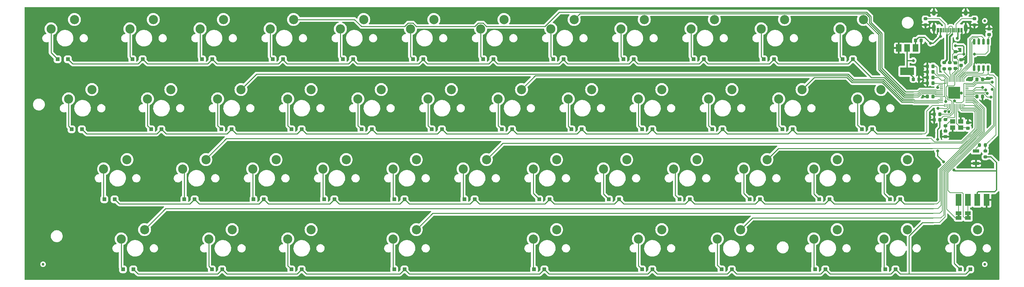
<source format=gbl>
G04 #@! TF.GenerationSoftware,KiCad,Pcbnew,7.0.2*
G04 #@! TF.CreationDate,2023-04-29T17:08:36+02:00*
G04 #@! TF.ProjectId,Tanuki_Ext_PCB,54616e75-6b69-45f4-9578-745f5043422e,rev?*
G04 #@! TF.SameCoordinates,Original*
G04 #@! TF.FileFunction,Copper,L2,Bot*
G04 #@! TF.FilePolarity,Positive*
%FSLAX46Y46*%
G04 Gerber Fmt 4.6, Leading zero omitted, Abs format (unit mm)*
G04 Created by KiCad (PCBNEW 7.0.2) date 2023-04-29 17:08:36*
%MOMM*%
%LPD*%
G01*
G04 APERTURE LIST*
G04 Aperture macros list*
%AMRoundRect*
0 Rectangle with rounded corners*
0 $1 Rounding radius*
0 $2 $3 $4 $5 $6 $7 $8 $9 X,Y pos of 4 corners*
0 Add a 4 corners polygon primitive as box body*
4,1,4,$2,$3,$4,$5,$6,$7,$8,$9,$2,$3,0*
0 Add four circle primitives for the rounded corners*
1,1,$1+$1,$2,$3*
1,1,$1+$1,$4,$5*
1,1,$1+$1,$6,$7*
1,1,$1+$1,$8,$9*
0 Add four rect primitives between the rounded corners*
20,1,$1+$1,$2,$3,$4,$5,0*
20,1,$1+$1,$4,$5,$6,$7,0*
20,1,$1+$1,$6,$7,$8,$9,0*
20,1,$1+$1,$8,$9,$2,$3,0*%
G04 Aperture macros list end*
G04 #@! TA.AperFunction,SMDPad,CuDef*
%ADD10RoundRect,0.225000X0.225000X0.250000X-0.225000X0.250000X-0.225000X-0.250000X0.225000X-0.250000X0*%
G04 #@! TD*
G04 #@! TA.AperFunction,ComponentPad*
%ADD11C,2.500000*%
G04 #@! TD*
G04 #@! TA.AperFunction,SMDPad,CuDef*
%ADD12R,1.524000X3.230000*%
G04 #@! TD*
G04 #@! TA.AperFunction,SMDPad,CuDef*
%ADD13RoundRect,0.250000X0.300000X0.300000X-0.300000X0.300000X-0.300000X-0.300000X0.300000X-0.300000X0*%
G04 #@! TD*
G04 #@! TA.AperFunction,SMDPad,CuDef*
%ADD14RoundRect,0.200000X0.275000X-0.200000X0.275000X0.200000X-0.275000X0.200000X-0.275000X-0.200000X0*%
G04 #@! TD*
G04 #@! TA.AperFunction,SMDPad,CuDef*
%ADD15RoundRect,0.200000X-0.275000X0.200000X-0.275000X-0.200000X0.275000X-0.200000X0.275000X0.200000X0*%
G04 #@! TD*
G04 #@! TA.AperFunction,SMDPad,CuDef*
%ADD16C,0.750000*%
G04 #@! TD*
G04 #@! TA.AperFunction,SMDPad,CuDef*
%ADD17RoundRect,0.050000X0.387500X0.050000X-0.387500X0.050000X-0.387500X-0.050000X0.387500X-0.050000X0*%
G04 #@! TD*
G04 #@! TA.AperFunction,SMDPad,CuDef*
%ADD18RoundRect,0.050000X0.050000X0.387500X-0.050000X0.387500X-0.050000X-0.387500X0.050000X-0.387500X0*%
G04 #@! TD*
G04 #@! TA.AperFunction,SMDPad,CuDef*
%ADD19R,3.200000X3.200000*%
G04 #@! TD*
G04 #@! TA.AperFunction,SMDPad,CuDef*
%ADD20RoundRect,0.225000X0.250000X-0.225000X0.250000X0.225000X-0.250000X0.225000X-0.250000X-0.225000X0*%
G04 #@! TD*
G04 #@! TA.AperFunction,SMDPad,CuDef*
%ADD21R,1.500000X1.000000*%
G04 #@! TD*
G04 #@! TA.AperFunction,SMDPad,CuDef*
%ADD22RoundRect,0.225000X-0.225000X-0.250000X0.225000X-0.250000X0.225000X0.250000X-0.225000X0.250000X0*%
G04 #@! TD*
G04 #@! TA.AperFunction,SMDPad,CuDef*
%ADD23RoundRect,0.200000X0.200000X0.275000X-0.200000X0.275000X-0.200000X-0.275000X0.200000X-0.275000X0*%
G04 #@! TD*
G04 #@! TA.AperFunction,SMDPad,CuDef*
%ADD24R,1.400000X1.200000*%
G04 #@! TD*
G04 #@! TA.AperFunction,SMDPad,CuDef*
%ADD25R,1.500000X2.000000*%
G04 #@! TD*
G04 #@! TA.AperFunction,SMDPad,CuDef*
%ADD26R,3.800000X2.000000*%
G04 #@! TD*
G04 #@! TA.AperFunction,SMDPad,CuDef*
%ADD27RoundRect,0.150000X0.150000X-0.650000X0.150000X0.650000X-0.150000X0.650000X-0.150000X-0.650000X0*%
G04 #@! TD*
G04 #@! TA.AperFunction,SMDPad,CuDef*
%ADD28R,0.300000X1.150000*%
G04 #@! TD*
G04 #@! TA.AperFunction,ComponentPad*
%ADD29O,1.000000X1.600000*%
G04 #@! TD*
G04 #@! TA.AperFunction,ComponentPad*
%ADD30O,1.000000X2.100000*%
G04 #@! TD*
G04 #@! TA.AperFunction,SMDPad,CuDef*
%ADD31RoundRect,0.225000X-0.250000X0.225000X-0.250000X-0.225000X0.250000X-0.225000X0.250000X0.225000X0*%
G04 #@! TD*
G04 #@! TA.AperFunction,SMDPad,CuDef*
%ADD32R,1.700000X0.900000*%
G04 #@! TD*
G04 #@! TA.AperFunction,ViaPad*
%ADD33C,0.800000*%
G04 #@! TD*
G04 #@! TA.AperFunction,Conductor*
%ADD34C,0.154000*%
G04 #@! TD*
G04 #@! TA.AperFunction,Conductor*
%ADD35C,0.300000*%
G04 #@! TD*
G04 #@! TA.AperFunction,Conductor*
%ADD36C,0.200000*%
G04 #@! TD*
G04 #@! TA.AperFunction,Conductor*
%ADD37C,0.550000*%
G04 #@! TD*
G04 #@! TA.AperFunction,Conductor*
%ADD38C,0.250000*%
G04 #@! TD*
G04 APERTURE END LIST*
G04 #@! TA.AperFunction,EtchedComponent*
G36*
X274112000Y-77085000D02*
G01*
X273512000Y-77085000D01*
X273512000Y-76585000D01*
X274112000Y-76585000D01*
X274112000Y-77085000D01*
G37*
G04 #@! TD.AperFunction*
G04 #@! TA.AperFunction,EtchedComponent*
G36*
X271572000Y-77085000D02*
G01*
X270972000Y-77085000D01*
X270972000Y-76585000D01*
X271572000Y-76585000D01*
X271572000Y-77085000D01*
G37*
G04 #@! TD.AperFunction*
D10*
X264300000Y-36195000D03*
X262750000Y-36195000D03*
D11*
X231933750Y-83185000D03*
X238283750Y-80645000D03*
X46196250Y-26035000D03*
X52546250Y-23495000D03*
X231933750Y-64135000D03*
X238283750Y-61595000D03*
X43815000Y-83185000D03*
X50165000Y-80645000D03*
X79533750Y-64135000D03*
X85883750Y-61595000D03*
X160496250Y-26035000D03*
X166846250Y-23495000D03*
X155733750Y-64135000D03*
X162083750Y-61595000D03*
X184308750Y-45085000D03*
X190658750Y-42545000D03*
X165258750Y-45085000D03*
X171608750Y-42545000D03*
X122396250Y-26035000D03*
X128746250Y-23495000D03*
X50958750Y-45085000D03*
X57308750Y-42545000D03*
X239077500Y-26035000D03*
X245427500Y-23495000D03*
X243840000Y-45085000D03*
X250190000Y-42545000D03*
X184308750Y-83185000D03*
X190658750Y-80645000D03*
X155733750Y-83185000D03*
X162083750Y-80645000D03*
X212883750Y-64135000D03*
X219233750Y-61595000D03*
X89058750Y-45085000D03*
X95408750Y-42545000D03*
X174783750Y-64135000D03*
X181133750Y-61595000D03*
X60483750Y-64135000D03*
X66833750Y-61595000D03*
X136683750Y-64135000D03*
X143033750Y-61595000D03*
X250983750Y-83185000D03*
X257333750Y-80645000D03*
X217646250Y-26035000D03*
X223996250Y-23495000D03*
X179546250Y-26035000D03*
X185896250Y-23495000D03*
X250983750Y-64135000D03*
X257333750Y-61595000D03*
X84296250Y-26035000D03*
X90646250Y-23495000D03*
X89058750Y-83185000D03*
X95408750Y-80645000D03*
X203358750Y-45085000D03*
X209708750Y-42545000D03*
X98583750Y-64135000D03*
X104933750Y-61595000D03*
X141446250Y-26035000D03*
X147796250Y-23495000D03*
X127158750Y-45085000D03*
X133508750Y-42545000D03*
X198596250Y-26035000D03*
X204946250Y-23495000D03*
X24765000Y-26035000D03*
X31115000Y-23495000D03*
X29527500Y-45085000D03*
X35877500Y-42545000D03*
X39052500Y-64135000D03*
X45402500Y-61595000D03*
X117633750Y-64135000D03*
X123983750Y-61595000D03*
X193833750Y-64135000D03*
X200183750Y-61595000D03*
X146208750Y-45085000D03*
X152558750Y-42545000D03*
X117633750Y-83185000D03*
X123983750Y-80645000D03*
X108108750Y-45085000D03*
X114458750Y-42545000D03*
X67627500Y-83185000D03*
X73977500Y-80645000D03*
X205740000Y-83185000D03*
X212090000Y-80645000D03*
X270033750Y-83185000D03*
X276383750Y-80645000D03*
X103346250Y-26035000D03*
X109696250Y-23495000D03*
X222408750Y-45085000D03*
X228758750Y-42545000D03*
X70008750Y-45085000D03*
X76358750Y-42545000D03*
D12*
X278892000Y-72517000D03*
X276352000Y-72517000D03*
X273812000Y-72517000D03*
X271272000Y-72517000D03*
D11*
X65246250Y-26035000D03*
X71596250Y-23495000D03*
D13*
X54740000Y-53340000D03*
X51940000Y-53340000D03*
D14*
X278511000Y-60896000D03*
X278511000Y-59246000D03*
D15*
X267335000Y-35243000D03*
X267335000Y-36893000D03*
D13*
X139830000Y-72390000D03*
X137030000Y-72390000D03*
D15*
X262255000Y-23305000D03*
X262255000Y-24955000D03*
D10*
X264300000Y-40767000D03*
X262750000Y-40767000D03*
D16*
X278384000Y-23876000D03*
D13*
X163960000Y-34290000D03*
X161160000Y-34290000D03*
D17*
X273512500Y-40842500D03*
X273512500Y-41242500D03*
X273512500Y-41642500D03*
X273512500Y-42042500D03*
X273512500Y-42442500D03*
X273512500Y-42842500D03*
X273512500Y-43242500D03*
X273512500Y-43642500D03*
X273512500Y-44042500D03*
X273512500Y-44442500D03*
X273512500Y-44842500D03*
X273512500Y-45242500D03*
X273512500Y-45642500D03*
X273512500Y-46042500D03*
D18*
X272675000Y-46880000D03*
X272275000Y-46880000D03*
X271875000Y-46880000D03*
X271475000Y-46880000D03*
X271075000Y-46880000D03*
X270675000Y-46880000D03*
X270275000Y-46880000D03*
X269875000Y-46880000D03*
X269475000Y-46880000D03*
X269075000Y-46880000D03*
X268675000Y-46880000D03*
X268275000Y-46880000D03*
X267875000Y-46880000D03*
X267475000Y-46880000D03*
D17*
X266637500Y-46042500D03*
X266637500Y-45642500D03*
X266637500Y-45242500D03*
X266637500Y-44842500D03*
X266637500Y-44442500D03*
X266637500Y-44042500D03*
X266637500Y-43642500D03*
X266637500Y-43242500D03*
X266637500Y-42842500D03*
X266637500Y-42442500D03*
X266637500Y-42042500D03*
X266637500Y-41642500D03*
X266637500Y-41242500D03*
X266637500Y-40842500D03*
D18*
X267475000Y-40005000D03*
X267875000Y-40005000D03*
X268275000Y-40005000D03*
X268675000Y-40005000D03*
X269075000Y-40005000D03*
X269475000Y-40005000D03*
X269875000Y-40005000D03*
X270275000Y-40005000D03*
X270675000Y-40005000D03*
X271075000Y-40005000D03*
X271475000Y-40005000D03*
X271875000Y-40005000D03*
X272275000Y-40005000D03*
X272675000Y-40005000D03*
D19*
X270075000Y-43442500D03*
D13*
X42040000Y-72390000D03*
X39240000Y-72390000D03*
X68580000Y-34290000D03*
X65780000Y-34290000D03*
X33150000Y-53340000D03*
X30350000Y-53340000D03*
X49660000Y-34290000D03*
X46860000Y-34290000D03*
X160150000Y-72390000D03*
X157350000Y-72390000D03*
D20*
X270383000Y-33795000D03*
X270383000Y-32245000D03*
D13*
X71250000Y-91440000D03*
X68450000Y-91440000D03*
X202060000Y-34290000D03*
X199260000Y-34290000D03*
X255400000Y-72390000D03*
X252600000Y-72390000D03*
X247780000Y-53340000D03*
X244980000Y-53340000D03*
D20*
X271907000Y-35954000D03*
X271907000Y-34404000D03*
D13*
X120780000Y-91440000D03*
X117980000Y-91440000D03*
X149990000Y-53340000D03*
X147190000Y-53340000D03*
D10*
X266205000Y-49276000D03*
X264655000Y-49276000D03*
D13*
X217300000Y-72390000D03*
X214500000Y-72390000D03*
X26540000Y-34290000D03*
X29340000Y-34290000D03*
X274450000Y-91440000D03*
X271650000Y-91440000D03*
X235080000Y-91440000D03*
X232280000Y-91440000D03*
X92840000Y-53340000D03*
X90040000Y-53340000D03*
X221110000Y-34290000D03*
X218310000Y-34290000D03*
D16*
X278384000Y-90043000D03*
D13*
X47120000Y-91440000D03*
X44320000Y-91440000D03*
X236220000Y-72390000D03*
X233420000Y-72390000D03*
X188090000Y-53340000D03*
X185290000Y-53340000D03*
D21*
X273812000Y-77485000D03*
X273812000Y-76185000D03*
D22*
X276212000Y-44450000D03*
X277762000Y-44450000D03*
D13*
X101730000Y-72390000D03*
X98930000Y-72390000D03*
D23*
X278574000Y-57658000D03*
X276924000Y-57658000D03*
D20*
X273812000Y-53099000D03*
X273812000Y-51549000D03*
D13*
X87760000Y-34290000D03*
X84960000Y-34290000D03*
X130940000Y-53340000D03*
X128140000Y-53340000D03*
X158750000Y-91440000D03*
X155950000Y-91440000D03*
D14*
X267716000Y-52387000D03*
X267716000Y-50737000D03*
D22*
X259575000Y-29210000D03*
X261125000Y-29210000D03*
D13*
X179070000Y-72390000D03*
X176270000Y-72390000D03*
D24*
X269664000Y-51220000D03*
X271864000Y-51220000D03*
X271864000Y-52920000D03*
X269664000Y-52920000D03*
D13*
X144910000Y-34290000D03*
X142110000Y-34290000D03*
X111890000Y-53340000D03*
X109090000Y-53340000D03*
X168910000Y-53340000D03*
X166110000Y-53340000D03*
X207140000Y-53340000D03*
X204340000Y-53340000D03*
X242570000Y-34290000D03*
X239770000Y-34290000D03*
X254130000Y-91440000D03*
X251330000Y-91440000D03*
X92840000Y-91440000D03*
X90040000Y-91440000D03*
D10*
X264300000Y-44450000D03*
X262750000Y-44450000D03*
X264300000Y-37719000D03*
X262750000Y-37719000D03*
D13*
X188090000Y-91440000D03*
X185290000Y-91440000D03*
D20*
X270383000Y-36843000D03*
X270383000Y-35293000D03*
D25*
X255002000Y-31267000D03*
X257302000Y-31267000D03*
D26*
X257302000Y-37567000D03*
D25*
X259602000Y-31267000D03*
D13*
X183010000Y-34290000D03*
X180210000Y-34290000D03*
D20*
X279527000Y-27572000D03*
X279527000Y-26022000D03*
D13*
X73790000Y-53340000D03*
X70990000Y-53340000D03*
X198250000Y-72390000D03*
X195450000Y-72390000D03*
X226190000Y-53340000D03*
X223390000Y-53340000D03*
D27*
X279273000Y-36747000D03*
X278003000Y-36747000D03*
X276733000Y-36747000D03*
X275463000Y-36747000D03*
X275463000Y-29547000D03*
X276733000Y-29547000D03*
X278003000Y-29547000D03*
X279273000Y-29547000D03*
D28*
X265509000Y-26403000D03*
X266309000Y-26403000D03*
X267609000Y-26403000D03*
X268609000Y-26403000D03*
X269109000Y-26403000D03*
X270109000Y-26403000D03*
X271409000Y-26403000D03*
X272209000Y-26403000D03*
X271909000Y-26403000D03*
X271109000Y-26403000D03*
X270609000Y-26403000D03*
X269609000Y-26403000D03*
X268109000Y-26403000D03*
X267109000Y-26403000D03*
X266609000Y-26403000D03*
X265809000Y-26403000D03*
D29*
X264539000Y-21658000D03*
D30*
X264539000Y-25838000D03*
D29*
X273179000Y-21658000D03*
D30*
X273179000Y-25838000D03*
D22*
X276212000Y-39751000D03*
X277762000Y-39751000D03*
X258940000Y-39751000D03*
X260490000Y-39751000D03*
D13*
X209680000Y-91440000D03*
X206880000Y-91440000D03*
X106810000Y-34290000D03*
X104010000Y-34290000D03*
X63760000Y-72390000D03*
X60960000Y-72390000D03*
X125860000Y-34290000D03*
X123060000Y-34290000D03*
D31*
X267716000Y-53835000D03*
X267716000Y-55385000D03*
D21*
X271272000Y-77485000D03*
X271272000Y-76185000D03*
D32*
X275971000Y-62660000D03*
X275971000Y-59260000D03*
D16*
X22606000Y-90043000D03*
D13*
X82550000Y-72390000D03*
X79750000Y-72390000D03*
D10*
X264300000Y-39243000D03*
X262750000Y-39243000D03*
X266205000Y-50800000D03*
X264655000Y-50800000D03*
D13*
X120780000Y-72390000D03*
X117980000Y-72390000D03*
D15*
X275590000Y-23305000D03*
X275590000Y-24955000D03*
X268859000Y-35243000D03*
X268859000Y-36893000D03*
D33*
X270383000Y-30607000D03*
X270129000Y-45642002D03*
X272669000Y-32893000D03*
X267224956Y-62246956D03*
X275608184Y-32893000D03*
X265557000Y-59223500D03*
X265557000Y-56119500D03*
X258953000Y-34671000D03*
X270002000Y-64389000D03*
X267814064Y-45758780D03*
X131699000Y-68707000D03*
X219456000Y-81915000D03*
X264033000Y-87122000D03*
X169799000Y-66802000D03*
X97536000Y-29210000D03*
X262890000Y-62611000D03*
X271992500Y-43526498D03*
X273685000Y-49530000D03*
X175133000Y-28321000D03*
X83058000Y-45212000D03*
X233426000Y-29845000D03*
X136144000Y-23241000D03*
X268478000Y-21717000D03*
X264541000Y-54356000D03*
X227457000Y-64262000D03*
X29210000Y-89789000D03*
X279146000Y-22606000D03*
X112395000Y-64897000D03*
X208153000Y-32004000D03*
X171450000Y-84709000D03*
X120650000Y-46736000D03*
X28448000Y-66802000D03*
X41656000Y-43815000D03*
X80645000Y-84328000D03*
X266192000Y-32385000D03*
X133731000Y-84582000D03*
X60198000Y-27178000D03*
X279527000Y-48514000D03*
X149225000Y-63754000D03*
X279908000Y-62992000D03*
X38608000Y-26797000D03*
X53467000Y-67183000D03*
X260731000Y-47371000D03*
X274447000Y-39497000D03*
X117348000Y-22352000D03*
X197993000Y-82931000D03*
X257302000Y-47752000D03*
X252984000Y-21590000D03*
X63881000Y-44704000D03*
X103378000Y-83566000D03*
X206375000Y-63119000D03*
X276352000Y-34544000D03*
X198501000Y-46863000D03*
X93472000Y-63754000D03*
X24892000Y-41275000D03*
X261597480Y-44374500D03*
X245237000Y-64643000D03*
X244348000Y-82296000D03*
X237109000Y-47752000D03*
X101092000Y-45974000D03*
X142367000Y-45847000D03*
X78740000Y-28575000D03*
X158623000Y-47752000D03*
X188087000Y-64516000D03*
X74041000Y-65659000D03*
X280543000Y-76454000D03*
X59690000Y-85217000D03*
X269240000Y-55626000D03*
X216408000Y-47498000D03*
X179197000Y-44704000D03*
X155575000Y-22860000D03*
X148209000Y-84455000D03*
X270891000Y-28575000D03*
X266319000Y-28067000D03*
X263652000Y-29972000D03*
X265600500Y-42008736D03*
X268634642Y-48599500D03*
X267639637Y-48472500D03*
X265684000Y-47695500D03*
X280374500Y-42515358D03*
X280416000Y-40513000D03*
X277802460Y-41981000D03*
X278578331Y-42657500D03*
X279021000Y-43561000D03*
X280020500Y-44577000D03*
D34*
X270383000Y-32245000D02*
X269595600Y-31457600D01*
X269595600Y-31457600D02*
X269595600Y-30022800D01*
X269595600Y-30022800D02*
X270002000Y-29616400D01*
X271526000Y-29616400D02*
X272209000Y-28933400D01*
X270002000Y-29616400D02*
X271526000Y-29616400D01*
X272209000Y-28933400D02*
X272209000Y-28273000D01*
X267609000Y-26403000D02*
X267609000Y-24785000D01*
X267609000Y-24785000D02*
X266129000Y-23305000D01*
X266129000Y-23305000D02*
X262255000Y-23305000D01*
X270609000Y-26403000D02*
X270609000Y-24793000D01*
X270609000Y-24793000D02*
X272097000Y-23305000D01*
X272097000Y-23305000D02*
X275590000Y-23305000D01*
D35*
X257302000Y-31267000D02*
X257302000Y-34671000D01*
X257302000Y-34671000D02*
X257302000Y-37567000D01*
X258953000Y-34671000D02*
X257302000Y-34671000D01*
X259575000Y-29210000D02*
X259575000Y-31240000D01*
X259575000Y-31240000D02*
X259602000Y-31267000D01*
X263652000Y-29972000D02*
X262001000Y-28321000D01*
X262001000Y-28321000D02*
X260464000Y-28321000D01*
X260464000Y-28321000D02*
X259575000Y-29210000D01*
X266319000Y-28067000D02*
X264414000Y-29972000D01*
X264414000Y-29972000D02*
X263652000Y-29972000D01*
X266309000Y-26403000D02*
X266309000Y-28057000D01*
X266309000Y-28057000D02*
X266319000Y-28067000D01*
D34*
X265600500Y-41529000D02*
X265600500Y-42008736D01*
X265600500Y-41529000D02*
X265887000Y-41242500D01*
X265887000Y-41242500D02*
X266637500Y-41242500D01*
X273512500Y-40842500D02*
X272744500Y-40842500D01*
X272744500Y-40842500D02*
X272669000Y-40918000D01*
X270275000Y-41256000D02*
X270002000Y-41529000D01*
X270275000Y-40005000D02*
X270275000Y-41256000D01*
X270002000Y-41529000D02*
X268198000Y-41529000D01*
X268859000Y-38247746D02*
X268859000Y-36893000D01*
X268675000Y-40005000D02*
X268675000Y-39124406D01*
X268675000Y-39124406D02*
X267335000Y-37784406D01*
X267335000Y-37784406D02*
X267335000Y-36893000D01*
X269075000Y-40005000D02*
X269075000Y-38463746D01*
X269075000Y-38463746D02*
X268859000Y-38247746D01*
X268275000Y-39505052D02*
X267356474Y-38586526D01*
X267356474Y-38586526D02*
X267277948Y-38508000D01*
X267277948Y-38508000D02*
X265711000Y-38508000D01*
X265711000Y-38508000D02*
X265430000Y-38227000D01*
X265430000Y-38227000D02*
X265430000Y-36576000D01*
X265430000Y-36576000D02*
X265049000Y-36195000D01*
X265049000Y-36195000D02*
X264300000Y-36195000D01*
X267875000Y-40005000D02*
X267875000Y-39605684D01*
X267875000Y-39605684D02*
X267131316Y-38862000D01*
X267131316Y-38862000D02*
X265404000Y-38862000D01*
X265404000Y-38862000D02*
X264287000Y-37745000D01*
D36*
X269609000Y-26403000D02*
X269609000Y-27425486D01*
X269609000Y-27425486D02*
X269548243Y-27486243D01*
D37*
X268859000Y-28175487D02*
X269548243Y-27486243D01*
X267335000Y-35243000D02*
X268109000Y-34469000D01*
X268109000Y-34469000D02*
X268109000Y-27674000D01*
X268859000Y-35243000D02*
X268859000Y-28175487D01*
D35*
X276352000Y-72517000D02*
X276352000Y-70602000D01*
X267224956Y-62246956D02*
X265557000Y-60579000D01*
D34*
X269875000Y-46880000D02*
X269875000Y-45896002D01*
X270652498Y-46165500D02*
X272096500Y-46165500D01*
X267844000Y-40036000D02*
X267844000Y-40894000D01*
D35*
X272415000Y-30607000D02*
X270383000Y-30607000D01*
X258940000Y-39751000D02*
X258940000Y-39205000D01*
D34*
X267335000Y-44450000D02*
X267327500Y-44442500D01*
X279527000Y-27572000D02*
X279527000Y-28321000D01*
D35*
X258940000Y-39205000D02*
X257302000Y-37567000D01*
D34*
X278511000Y-32893000D02*
X279273000Y-32131000D01*
D35*
X272669000Y-32893000D02*
X272669000Y-30861000D01*
D34*
X269875000Y-40005000D02*
X269875000Y-38608000D01*
X271145000Y-34557000D02*
X270383000Y-33795000D01*
X266637500Y-40842500D02*
X267423500Y-40842500D01*
X272669000Y-44450000D02*
X273505000Y-44450000D01*
X279273000Y-28575000D02*
X279273000Y-29547000D01*
X269875000Y-46880000D02*
X269875000Y-48887632D01*
D35*
X266192000Y-50813000D02*
X266205000Y-50800000D01*
D34*
X265811000Y-39243000D02*
X264300000Y-39243000D01*
X269475000Y-38373000D02*
X270383000Y-37465000D01*
X266573000Y-40005000D02*
X265811000Y-39243000D01*
D35*
X281559000Y-62357000D02*
X280098000Y-60896000D01*
D34*
X266630000Y-44450000D02*
X266637500Y-44442500D01*
X264300000Y-44450000D02*
X266630000Y-44450000D01*
X267475000Y-44310000D02*
X267335000Y-44450000D01*
X267327500Y-44442500D02*
X266637500Y-44442500D01*
X270129000Y-45642002D02*
X270652498Y-46165500D01*
X267814064Y-44649064D02*
X267475000Y-44310000D01*
D35*
X276596000Y-70358000D02*
X281051000Y-70358000D01*
D34*
X272669000Y-45593000D02*
X272669000Y-44450000D01*
X264375500Y-40842500D02*
X264300000Y-40767000D01*
D35*
X281559000Y-64643000D02*
X281559000Y-62357000D01*
D34*
X267844000Y-40894000D02*
X267475000Y-40894000D01*
X269475000Y-40005000D02*
X269475000Y-38373000D01*
X279527000Y-28321000D02*
X279273000Y-28575000D01*
X267475000Y-40005000D02*
X267475000Y-40894000D01*
X269875000Y-38608000D02*
X271145000Y-37338000D01*
X269875000Y-45896002D02*
X270129000Y-45642002D01*
X271145000Y-37338000D02*
X271145000Y-36830000D01*
X273520000Y-44450000D02*
X273512500Y-44442500D01*
X272669000Y-32893000D02*
X271285000Y-32893000D01*
D35*
X265557000Y-60579000D02*
X265557000Y-59223500D01*
D34*
X270383000Y-37465000D02*
X270383000Y-36843000D01*
D35*
X272669000Y-30861000D02*
X272415000Y-30607000D01*
X281051000Y-70358000D02*
X281559000Y-69850000D01*
D34*
X271132000Y-36843000D02*
X271145000Y-36830000D01*
D35*
X276352000Y-70602000D02*
X276596000Y-70358000D01*
D34*
X267423500Y-40842500D02*
X267475000Y-40894000D01*
X279273000Y-32131000D02*
X279273000Y-29547000D01*
D35*
X281559000Y-64643000D02*
X270256000Y-64643000D01*
X281559000Y-69850000D02*
X281559000Y-64643000D01*
D34*
X267221000Y-49784000D02*
X266205000Y-50800000D01*
X266637500Y-40842500D02*
X264375500Y-40842500D01*
D35*
X265557000Y-53467000D02*
X266192000Y-52832000D01*
D34*
X271285000Y-32893000D02*
X270383000Y-33795000D01*
X276212000Y-44450000D02*
X273520000Y-44450000D01*
X270383000Y-36843000D02*
X271132000Y-36843000D01*
X272669000Y-44450000D02*
X272669000Y-40918000D01*
X275608184Y-32893000D02*
X278511000Y-32893000D01*
X269875000Y-48887632D02*
X268978632Y-49784000D01*
X273505000Y-44450000D02*
X273512500Y-44442500D01*
D35*
X270256000Y-64643000D02*
X270002000Y-64389000D01*
D34*
X267475000Y-40894000D02*
X267475000Y-44310000D01*
X267475000Y-40005000D02*
X266573000Y-40005000D01*
X272096500Y-46165500D02*
X272669000Y-45593000D01*
X267814064Y-45758780D02*
X267814064Y-44649064D01*
X275120500Y-40842500D02*
X276212000Y-39751000D01*
X271145000Y-36830000D02*
X271145000Y-34557000D01*
D35*
X266192000Y-52832000D02*
X266192000Y-50813000D01*
D34*
X273512500Y-40842500D02*
X275120500Y-40842500D01*
X268978632Y-49784000D02*
X267221000Y-49784000D01*
X267875000Y-40005000D02*
X267844000Y-40036000D01*
D35*
X280098000Y-60896000D02*
X278511000Y-60896000D01*
X265557000Y-56119500D02*
X265557000Y-53467000D01*
D34*
X272034000Y-49530000D02*
X273685000Y-49530000D01*
X269631000Y-34808000D02*
X269631000Y-32997000D01*
D35*
X273400000Y-29464000D02*
X272209000Y-28273000D01*
X272218661Y-34404000D02*
X273431000Y-33191661D01*
D34*
X262750000Y-44450000D02*
X261672980Y-44450000D01*
X269631000Y-32997000D02*
X270383000Y-32245000D01*
X271075000Y-46880000D02*
X271075000Y-48571000D01*
X272209000Y-28273000D02*
X272209000Y-26403000D01*
D35*
X275463000Y-36747000D02*
X275463000Y-35433000D01*
X273431000Y-33191661D02*
X273431000Y-29464000D01*
X273431000Y-29464000D02*
X273400000Y-29464000D01*
D34*
X270116000Y-35293000D02*
X269631000Y-34808000D01*
D35*
X265509000Y-27480000D02*
X265303000Y-27686000D01*
X265509000Y-26403000D02*
X265509000Y-27480000D01*
D34*
X274945000Y-38999000D02*
X274447000Y-39497000D01*
D35*
X271907000Y-34404000D02*
X272218661Y-34404000D01*
D34*
X277762000Y-39751000D02*
X277010000Y-38999000D01*
X277010000Y-38999000D02*
X274945000Y-38999000D01*
X261672980Y-44450000D02*
X261597480Y-44374500D01*
D35*
X264922000Y-27686000D02*
X264539000Y-27303000D01*
X265303000Y-27686000D02*
X264922000Y-27686000D01*
D34*
X270383000Y-35293000D02*
X270116000Y-35293000D01*
D35*
X264539000Y-27303000D02*
X264539000Y-25838000D01*
D34*
X271075000Y-48571000D02*
X272034000Y-49530000D01*
D35*
X275463000Y-35433000D02*
X276352000Y-34544000D01*
D34*
X270675000Y-51731000D02*
X271864000Y-52920000D01*
X270675000Y-46880000D02*
X270675000Y-51731000D01*
D38*
X271864000Y-52920000D02*
X271964000Y-52920000D01*
D34*
X273633000Y-52920000D02*
X273812000Y-53099000D01*
X271864000Y-52920000D02*
X273633000Y-52920000D01*
X268883000Y-51220000D02*
X269664000Y-51220000D01*
X267716000Y-52387000D02*
X268883000Y-51220000D01*
X267716000Y-53835000D02*
X267716000Y-52387000D01*
X269322000Y-51562000D02*
X269664000Y-51220000D01*
X268198000Y-40793000D02*
X268275000Y-40716000D01*
X268986000Y-49276000D02*
X269494000Y-48768000D01*
X269494000Y-46899000D02*
X269475000Y-46880000D01*
X268275000Y-40716000D02*
X268275000Y-40005000D01*
X268168064Y-44502432D02*
X267829000Y-44163368D01*
X267829000Y-41898000D02*
X268198000Y-41529000D01*
X268168064Y-45156064D02*
X268168064Y-44502432D01*
X266205000Y-49276000D02*
X268986000Y-49276000D01*
X269494000Y-48768000D02*
X269494000Y-46899000D01*
X270275000Y-38708632D02*
X271907000Y-37076632D01*
X268275000Y-40005000D02*
X268275000Y-39505052D01*
X268351000Y-45339000D02*
X268168064Y-45156064D01*
X268986000Y-45339000D02*
X268351000Y-45339000D01*
X270275000Y-40005000D02*
X270275000Y-38708632D01*
X269475000Y-45828000D02*
X268986000Y-45339000D01*
X271907000Y-37076632D02*
X271907000Y-35954000D01*
X268198000Y-41529000D02*
X268198000Y-40793000D01*
X267829000Y-44163368D02*
X267829000Y-41898000D01*
X269475000Y-46880000D02*
X269475000Y-45828000D01*
D35*
X271109000Y-26403000D02*
X271109000Y-28357000D01*
X271109000Y-28357000D02*
X270891000Y-28575000D01*
D38*
X105540000Y-35560000D02*
X106810000Y-34290000D01*
X49660000Y-34290000D02*
X50930000Y-35560000D01*
X68580000Y-34290000D02*
X69850000Y-35560000D01*
X29340000Y-34290000D02*
X30610000Y-35560000D01*
X124590000Y-35560000D02*
X125860000Y-34290000D01*
X241300000Y-35560000D02*
X242570000Y-34290000D01*
X247570000Y-39290000D02*
X251071575Y-39290000D01*
X125860000Y-34290000D02*
X125860000Y-34420000D01*
D34*
X261229500Y-43697500D02*
X260303000Y-44624000D01*
D38*
X184150000Y-35560000D02*
X200790000Y-35560000D01*
X165100000Y-35560000D02*
X181740000Y-35560000D01*
X106810000Y-34420000D02*
X107950000Y-35560000D01*
X222250000Y-35560000D02*
X241300000Y-35560000D01*
X183010000Y-34290000D02*
X183010000Y-34420000D01*
X144910000Y-34420000D02*
X146050000Y-35560000D01*
X125860000Y-34420000D02*
X127000000Y-35560000D01*
X242570000Y-34290000D02*
X247570000Y-39290000D01*
X106810000Y-34290000D02*
X106810000Y-34420000D01*
X221110000Y-34290000D02*
X221110000Y-34420000D01*
X163960000Y-34290000D02*
X163960000Y-34420000D01*
D34*
X265077435Y-44042500D02*
X264732435Y-43697500D01*
D38*
X86490000Y-35560000D02*
X87760000Y-34290000D01*
X143640000Y-35560000D02*
X144910000Y-34290000D01*
X87760000Y-34420000D02*
X88900000Y-35560000D01*
X203200000Y-35560000D02*
X219840000Y-35560000D01*
X88900000Y-35560000D02*
X105540000Y-35560000D01*
X202060000Y-34420000D02*
X203200000Y-35560000D01*
X50930000Y-35560000D02*
X67310000Y-35560000D01*
X219840000Y-35560000D02*
X221110000Y-34290000D01*
X87760000Y-34290000D02*
X87760000Y-34420000D01*
X200790000Y-35560000D02*
X202060000Y-34290000D01*
X181740000Y-35560000D02*
X183010000Y-34290000D01*
D34*
X264732435Y-43697500D02*
X261229500Y-43697500D01*
D38*
X69850000Y-35560000D02*
X86490000Y-35560000D01*
X221110000Y-34420000D02*
X222250000Y-35560000D01*
D34*
X266637500Y-44042500D02*
X265077435Y-44042500D01*
D38*
X107950000Y-35560000D02*
X124590000Y-35560000D01*
X48390000Y-35560000D02*
X49660000Y-34290000D01*
D34*
X260303000Y-44624000D02*
X258953000Y-44624000D01*
D38*
X67310000Y-35560000D02*
X68580000Y-34290000D01*
X127000000Y-35560000D02*
X143640000Y-35560000D01*
X144910000Y-34290000D02*
X144910000Y-34420000D01*
X202060000Y-34290000D02*
X202060000Y-34420000D01*
X162690000Y-35560000D02*
X163960000Y-34290000D01*
X146050000Y-35560000D02*
X162690000Y-35560000D01*
X30610000Y-35560000D02*
X48390000Y-35560000D01*
X251071575Y-39290000D02*
X256405576Y-44624000D01*
X257636000Y-44624000D02*
X258953000Y-44624000D01*
X183010000Y-34420000D02*
X184150000Y-35560000D01*
X163960000Y-34420000D02*
X165100000Y-35560000D01*
X256405576Y-44624000D02*
X257636000Y-44624000D01*
X24765000Y-32515000D02*
X26540000Y-34290000D01*
X24765000Y-26035000D02*
X24765000Y-32515000D01*
X205870000Y-54610000D02*
X207140000Y-53340000D01*
X224920000Y-54610000D02*
X226190000Y-53340000D01*
X149990000Y-53340000D02*
X151260000Y-54610000D01*
X207140000Y-53340000D02*
X208410000Y-54610000D01*
X132210000Y-54610000D02*
X148720000Y-54610000D01*
X92840000Y-53340000D02*
X94110000Y-54610000D01*
X148720000Y-54610000D02*
X149990000Y-53340000D01*
X247780000Y-53340000D02*
X249050000Y-54610000D01*
X33150000Y-53340000D02*
X34420000Y-54610000D01*
X75060000Y-54610000D02*
X91570000Y-54610000D01*
X151260000Y-54610000D02*
X167640000Y-54610000D01*
X246510000Y-54610000D02*
X247780000Y-53340000D01*
X189230000Y-54610000D02*
X205870000Y-54610000D01*
X110620000Y-54610000D02*
X111890000Y-53340000D01*
X111890000Y-53340000D02*
X113160000Y-54610000D01*
X168910000Y-53340000D02*
X170180000Y-54610000D01*
D34*
X267475000Y-46880000D02*
X264143000Y-46880000D01*
D38*
X226190000Y-53340000D02*
X226190000Y-53470000D01*
X130940000Y-53340000D02*
X132210000Y-54610000D01*
X56010000Y-54610000D02*
X72520000Y-54610000D01*
X186820000Y-54610000D02*
X188090000Y-53340000D01*
X73790000Y-53340000D02*
X75060000Y-54610000D01*
X188090000Y-53470000D02*
X189230000Y-54610000D01*
X34420000Y-54610000D02*
X53470000Y-54610000D01*
D34*
X262636000Y-53086000D02*
X262636000Y-54102000D01*
D38*
X54740000Y-53340000D02*
X56010000Y-54610000D01*
X94110000Y-54610000D02*
X110620000Y-54610000D01*
D34*
X262636000Y-54102000D02*
X262128000Y-54610000D01*
D38*
X53470000Y-54610000D02*
X54740000Y-53340000D01*
X91570000Y-54610000D02*
X92840000Y-53340000D01*
X167640000Y-54610000D02*
X168910000Y-53340000D01*
X188090000Y-53340000D02*
X188090000Y-53470000D01*
D34*
X264143000Y-46880000D02*
X263144000Y-47879000D01*
D38*
X129670000Y-54610000D02*
X130940000Y-53340000D01*
D34*
X262636000Y-48387000D02*
X262636000Y-53086000D01*
D38*
X72520000Y-54610000D02*
X73790000Y-53340000D01*
X249050000Y-54610000D02*
X261366000Y-54610000D01*
X227330000Y-54610000D02*
X246510000Y-54610000D01*
X226190000Y-53470000D02*
X227330000Y-54610000D01*
D34*
X263144000Y-47879000D02*
X262636000Y-48387000D01*
D38*
X170180000Y-54610000D02*
X186820000Y-54610000D01*
X113160000Y-54610000D02*
X129670000Y-54610000D01*
D34*
X262128000Y-54610000D02*
X261366000Y-54610000D01*
D38*
X208410000Y-54610000D02*
X224920000Y-54610000D01*
X29527500Y-52517500D02*
X30350000Y-53340000D01*
X29527500Y-45085000D02*
X29527500Y-52517500D01*
X180340000Y-73660000D02*
X196980000Y-73660000D01*
X43310000Y-73660000D02*
X62490000Y-73660000D01*
X42040000Y-72390000D02*
X43310000Y-73660000D01*
X196980000Y-73660000D02*
X198250000Y-72390000D01*
X138560000Y-73660000D02*
X139830000Y-72390000D01*
X177800000Y-73660000D02*
X179070000Y-72390000D01*
X255400000Y-72520000D02*
X256540000Y-73660000D01*
X62490000Y-73660000D02*
X63760000Y-72390000D01*
X254130000Y-73660000D02*
X255400000Y-72390000D01*
D34*
X272675000Y-46880000D02*
X275454537Y-46880000D01*
X276841000Y-53587628D02*
X266173000Y-64255628D01*
D38*
X234950000Y-73660000D02*
X236220000Y-72390000D01*
X65030000Y-73660000D02*
X81280000Y-73660000D01*
X179070000Y-72390000D02*
X180340000Y-73660000D01*
D34*
X276841000Y-48266463D02*
X276841000Y-53587628D01*
D38*
X122050000Y-73660000D02*
X138560000Y-73660000D01*
X120780000Y-72390000D02*
X122050000Y-73660000D01*
X141100000Y-73660000D02*
X158880000Y-73660000D01*
X83820000Y-73660000D02*
X100460000Y-73660000D01*
X100460000Y-73660000D02*
X101730000Y-72390000D01*
D34*
X275454537Y-46880000D02*
X276841000Y-48266463D01*
D38*
X101730000Y-72390000D02*
X103000000Y-73660000D01*
X81280000Y-73660000D02*
X82550000Y-72390000D01*
X198250000Y-72390000D02*
X199520000Y-73660000D01*
D34*
X265430000Y-73660000D02*
X264541000Y-73660000D01*
D38*
X216030000Y-73660000D02*
X217300000Y-72390000D01*
X139830000Y-72390000D02*
X141100000Y-73660000D01*
X63760000Y-72390000D02*
X65030000Y-73660000D01*
X161420000Y-73660000D02*
X177800000Y-73660000D01*
X158880000Y-73660000D02*
X160150000Y-72390000D01*
X82550000Y-72390000D02*
X83820000Y-73660000D01*
X119510000Y-73660000D02*
X120780000Y-72390000D01*
X218570000Y-73660000D02*
X234950000Y-73660000D01*
X160150000Y-72390000D02*
X161420000Y-73660000D01*
X103000000Y-73660000D02*
X119510000Y-73660000D01*
X237490000Y-73660000D02*
X254130000Y-73660000D01*
X255400000Y-72390000D02*
X255400000Y-72520000D01*
D34*
X266173000Y-72917000D02*
X265430000Y-73660000D01*
D38*
X217300000Y-72390000D02*
X218570000Y-73660000D01*
X236220000Y-72390000D02*
X237490000Y-73660000D01*
X256540000Y-73660000D02*
X264541000Y-73660000D01*
X199520000Y-73660000D02*
X216030000Y-73660000D01*
D34*
X266173000Y-64255628D02*
X266173000Y-72917000D01*
D38*
X39052500Y-64135000D02*
X39052500Y-72202500D01*
X39052500Y-72202500D02*
X39240000Y-72390000D01*
X47120000Y-91440000D02*
X48390000Y-92710000D01*
X236350000Y-92710000D02*
X252860000Y-92710000D01*
X208410000Y-92710000D02*
X209680000Y-91440000D01*
X273180000Y-92710000D02*
X274450000Y-91440000D01*
X92840000Y-91440000D02*
X94110000Y-92710000D01*
X158750000Y-91440000D02*
X160020000Y-92710000D01*
X210950000Y-92710000D02*
X233810000Y-92710000D01*
X209680000Y-91440000D02*
X210950000Y-92710000D01*
X119510000Y-92710000D02*
X120780000Y-91440000D01*
X122050000Y-92710000D02*
X157480000Y-92710000D01*
X255400000Y-92710000D02*
X257810000Y-92710000D01*
X157480000Y-92710000D02*
X158750000Y-91440000D01*
X71250000Y-91440000D02*
X72520000Y-92710000D01*
D34*
X273512500Y-44842500D02*
X275419565Y-44842500D01*
D38*
X69980000Y-92710000D02*
X71250000Y-91440000D01*
X72520000Y-92710000D02*
X91570000Y-92710000D01*
X257810000Y-82396137D02*
X261466137Y-78740000D01*
X254130000Y-91440000D02*
X255400000Y-92710000D01*
X257810000Y-92710000D02*
X257810000Y-82396137D01*
D34*
X278257000Y-47679935D02*
X278257000Y-54174156D01*
D38*
X91570000Y-92710000D02*
X92840000Y-91440000D01*
D34*
X267589000Y-64842156D02*
X267589000Y-77216000D01*
D38*
X257810000Y-92710000D02*
X273180000Y-92710000D01*
X235080000Y-91440000D02*
X236350000Y-92710000D01*
X94110000Y-92710000D02*
X119510000Y-92710000D01*
D34*
X267589000Y-77216000D02*
X266065000Y-78740000D01*
D38*
X189360000Y-92710000D02*
X208410000Y-92710000D01*
X252860000Y-92710000D02*
X254130000Y-91440000D01*
D34*
X275419565Y-44842500D02*
X278257000Y-47679935D01*
D38*
X186820000Y-92710000D02*
X188090000Y-91440000D01*
X261466137Y-78740000D02*
X264414000Y-78740000D01*
X233810000Y-92710000D02*
X235080000Y-91440000D01*
X188090000Y-91440000D02*
X189360000Y-92710000D01*
D34*
X266065000Y-78740000D02*
X264414000Y-78740000D01*
D38*
X48390000Y-92710000D02*
X69980000Y-92710000D01*
X160020000Y-92710000D02*
X186820000Y-92710000D01*
X120780000Y-91440000D02*
X122050000Y-92710000D01*
D34*
X278257000Y-54174156D02*
X267589000Y-64842156D01*
D38*
X43815000Y-90935000D02*
X43815000Y-83185000D01*
X44320000Y-91440000D02*
X43815000Y-90935000D01*
X46196250Y-26035000D02*
X46176250Y-26055000D01*
X46176250Y-26055000D02*
X46176250Y-33606250D01*
X46176250Y-33606250D02*
X46860000Y-34290000D01*
X50958750Y-52358750D02*
X51940000Y-53340000D01*
X50958750Y-45085000D02*
X50958750Y-52358750D01*
X60960000Y-64611250D02*
X60960000Y-72390000D01*
X60483750Y-64135000D02*
X60960000Y-64611250D01*
X67627500Y-90617500D02*
X68450000Y-91440000D01*
X67627500Y-83185000D02*
X67627500Y-90617500D01*
X65246250Y-33756250D02*
X65780000Y-34290000D01*
X65246250Y-26035000D02*
X65246250Y-33756250D01*
X70008750Y-52358750D02*
X70990000Y-53340000D01*
X70008750Y-45085000D02*
X70008750Y-52358750D01*
X79533750Y-64135000D02*
X79533750Y-72173750D01*
X79533750Y-72173750D02*
X79750000Y-72390000D01*
X89058750Y-83185000D02*
X89058750Y-90458750D01*
X89058750Y-90458750D02*
X90040000Y-91440000D01*
X84296250Y-26035000D02*
X84296250Y-33626250D01*
X84296250Y-33626250D02*
X84960000Y-34290000D01*
X89058750Y-52358750D02*
X90040000Y-53340000D01*
X89058750Y-45085000D02*
X89058750Y-52358750D01*
X98583750Y-64135000D02*
X98583750Y-72043750D01*
X98583750Y-72043750D02*
X98930000Y-72390000D01*
X103346250Y-33626250D02*
X104010000Y-34290000D01*
X103346250Y-26035000D02*
X103346250Y-33626250D01*
X108108750Y-45085000D02*
X108108750Y-52358750D01*
X108108750Y-52358750D02*
X109090000Y-53340000D01*
X117633750Y-72043750D02*
X117980000Y-72390000D01*
X117633750Y-64135000D02*
X117633750Y-72043750D01*
X117633750Y-91093750D02*
X117980000Y-91440000D01*
X117633750Y-83185000D02*
X117633750Y-91093750D01*
X122396250Y-26035000D02*
X122396250Y-33626250D01*
X122396250Y-33626250D02*
X123060000Y-34290000D01*
X127158750Y-52358750D02*
X128140000Y-53340000D01*
X127158750Y-45085000D02*
X127158750Y-52358750D01*
X136683750Y-64135000D02*
X136683750Y-72043750D01*
X136683750Y-72043750D02*
X137030000Y-72390000D01*
X141446250Y-26035000D02*
X141446250Y-33626250D01*
X141446250Y-33626250D02*
X142110000Y-34290000D01*
X146208750Y-52358750D02*
X147190000Y-53340000D01*
X146208750Y-45085000D02*
X146208750Y-52358750D01*
X155733750Y-70773750D02*
X157350000Y-72390000D01*
X155733750Y-64135000D02*
X155733750Y-70773750D01*
X155733750Y-91223750D02*
X155950000Y-91440000D01*
X155733750Y-83185000D02*
X155733750Y-91223750D01*
X160496250Y-26035000D02*
X160496250Y-33626250D01*
X160496250Y-33626250D02*
X161160000Y-34290000D01*
X165258750Y-52488750D02*
X166110000Y-53340000D01*
X165258750Y-45085000D02*
X165258750Y-52488750D01*
X174783750Y-64135000D02*
X174783750Y-70903750D01*
X174783750Y-70903750D02*
X176270000Y-72390000D01*
X184308750Y-83185000D02*
X184308750Y-90458750D01*
X184308750Y-90458750D02*
X185290000Y-91440000D01*
X179546250Y-33626250D02*
X180210000Y-34290000D01*
X179546250Y-26035000D02*
X179546250Y-33626250D01*
X184308750Y-52358750D02*
X185290000Y-53340000D01*
X184308750Y-45085000D02*
X184308750Y-52358750D01*
X194310000Y-64611250D02*
X194310000Y-71250000D01*
X193833750Y-64135000D02*
X194310000Y-64611250D01*
X194310000Y-71250000D02*
X195450000Y-72390000D01*
X205740000Y-83185000D02*
X205740000Y-90300000D01*
X205740000Y-90300000D02*
X206880000Y-91440000D01*
X198596250Y-33626250D02*
X199260000Y-34290000D01*
X198596250Y-26035000D02*
X198596250Y-33626250D01*
X203358750Y-52358750D02*
X204340000Y-53340000D01*
X203358750Y-45085000D02*
X203358750Y-52358750D01*
X212883750Y-64135000D02*
X212883750Y-70773750D01*
X212883750Y-70773750D02*
X214500000Y-72390000D01*
X231933750Y-91093750D02*
X232280000Y-91440000D01*
X231933750Y-83185000D02*
X231933750Y-91093750D01*
X217646250Y-26035000D02*
X217646250Y-33626250D01*
X217646250Y-33626250D02*
X218310000Y-34290000D01*
X222408750Y-45085000D02*
X222408750Y-52358750D01*
X222408750Y-52358750D02*
X223390000Y-53340000D01*
X231933750Y-70903750D02*
X233420000Y-72390000D01*
X231933750Y-64135000D02*
X231933750Y-70903750D01*
X250983750Y-91093750D02*
X251330000Y-91440000D01*
X250983750Y-83185000D02*
X250983750Y-91093750D01*
X239077500Y-26035000D02*
X239077500Y-33597500D01*
X239077500Y-33597500D02*
X239770000Y-34290000D01*
X243840000Y-52200000D02*
X244980000Y-53340000D01*
X243840000Y-45085000D02*
X243840000Y-52200000D01*
X250983750Y-70773750D02*
X252600000Y-72390000D01*
X250983750Y-64135000D02*
X250983750Y-70773750D01*
X270033750Y-89823750D02*
X271650000Y-91440000D01*
X270033750Y-83185000D02*
X270033750Y-89823750D01*
D36*
X268609000Y-26403000D02*
X268609000Y-25578000D01*
X268609000Y-25578000D02*
X268914000Y-25273000D01*
X269609000Y-25578000D02*
X269609000Y-26403000D01*
X268914000Y-25273000D02*
X269304000Y-25273000D01*
X269304000Y-25273000D02*
X269609000Y-25578000D01*
X268109000Y-27674000D02*
X268109000Y-26403000D01*
X269109000Y-26403000D02*
X269109000Y-27112314D01*
X268547314Y-27674000D02*
X268109000Y-27674000D01*
X269109000Y-27112314D02*
X268547314Y-27674000D01*
D34*
X272675000Y-39491000D02*
X273612000Y-38554000D01*
X278511000Y-57721000D02*
X278574000Y-57658000D01*
X280670000Y-38608000D02*
X281405000Y-39343000D01*
X281405000Y-54827000D02*
X278574000Y-57658000D01*
X273612000Y-38554000D02*
X278946000Y-38554000D01*
X281405000Y-39343000D02*
X281405000Y-54827000D01*
X279654000Y-38608000D02*
X280670000Y-38608000D01*
X278511000Y-59246000D02*
X278511000Y-57721000D01*
X278946000Y-38554000D02*
X279273000Y-38227000D01*
X279273000Y-38227000D02*
X279273000Y-36747000D01*
X279273000Y-38227000D02*
X279654000Y-38608000D01*
X272675000Y-40005000D02*
X272675000Y-39491000D01*
X275971000Y-58611000D02*
X276924000Y-57658000D01*
X275971000Y-59260000D02*
X275971000Y-58611000D01*
X268288000Y-50165000D02*
X270129000Y-50165000D01*
X270129000Y-50165000D02*
X270275000Y-50019000D01*
X267716000Y-50737000D02*
X268288000Y-50165000D01*
X270275000Y-50019000D02*
X270275000Y-46880000D01*
D38*
X50165000Y-80645000D02*
X55880000Y-74930000D01*
D34*
X276716630Y-54212630D02*
X266527000Y-64402260D01*
D38*
X55880000Y-74930000D02*
X264414000Y-74930000D01*
D34*
X265684000Y-74930000D02*
X264414000Y-74930000D01*
X266527000Y-74087000D02*
X265684000Y-74930000D01*
X276018085Y-46942916D02*
X277195000Y-48119831D01*
X277195000Y-48119831D02*
X277195000Y-49022000D01*
X266527000Y-72898000D02*
X266527000Y-74087000D01*
X277195000Y-49022000D02*
X277195000Y-53734260D01*
X275117669Y-46042500D02*
X276018085Y-46942916D01*
X277195000Y-53734260D02*
X276716630Y-54212630D01*
X266527000Y-64402260D02*
X266527000Y-65532000D01*
X273512500Y-46042500D02*
X275117669Y-46042500D01*
X266527000Y-65532000D02*
X266527000Y-72898000D01*
X272196288Y-48302500D02*
X272782816Y-48302500D01*
X272782816Y-48302500D02*
X275375141Y-48302500D01*
X275779000Y-49784000D02*
X275779000Y-53147732D01*
X265430000Y-56796000D02*
X264695000Y-56796000D01*
X275779000Y-48706359D02*
X275779000Y-49784000D01*
D38*
X66833750Y-61595000D02*
X66833750Y-61436250D01*
D34*
X272130732Y-56796000D02*
X265430000Y-56796000D01*
X271475000Y-47581212D02*
X272196288Y-48302500D01*
X275779000Y-53147732D02*
X274254866Y-54671866D01*
X275778821Y-48706180D02*
X275779000Y-48706359D01*
X271475000Y-46880000D02*
X271475000Y-47581212D01*
X275375141Y-48302500D02*
X275778821Y-48706180D01*
X274254866Y-54671866D02*
X272130732Y-56796000D01*
D38*
X66833750Y-61436250D02*
X72390000Y-55880000D01*
X72390000Y-55880000D02*
X263017000Y-55880000D01*
D34*
X264695000Y-56796000D02*
X263779000Y-55880000D01*
X263779000Y-55880000D02*
X263017000Y-55880000D01*
D38*
X254071180Y-42926000D02*
X256219180Y-45074000D01*
X241291792Y-38343000D02*
X242688792Y-39740000D01*
X242688792Y-39740000D02*
X250885179Y-39740000D01*
X250885179Y-39740000D02*
X254071180Y-42926000D01*
X257175000Y-45074000D02*
X258318000Y-45074000D01*
D34*
X258995146Y-45074000D02*
X258815000Y-45074000D01*
D38*
X76358750Y-42545000D02*
X80560750Y-38343000D01*
D34*
X265517736Y-45520000D02*
X259441146Y-45520000D01*
X265795236Y-45242500D02*
X265517736Y-45520000D01*
D38*
X258318000Y-45074000D02*
X258815000Y-45074000D01*
X256219180Y-45074000D02*
X257175000Y-45074000D01*
D34*
X266637500Y-45242500D02*
X265795236Y-45242500D01*
X259441146Y-45520000D02*
X258995146Y-45074000D01*
D38*
X258815000Y-45074000D02*
X258826000Y-45074000D01*
X80560750Y-38343000D02*
X241291792Y-38343000D01*
X123048637Y-24460000D02*
X123971250Y-25382613D01*
X120821250Y-25382613D02*
X121743863Y-24460000D01*
X158921250Y-25382613D02*
X162833863Y-21470000D01*
D34*
X265172331Y-42635500D02*
X260789604Y-42635500D01*
D38*
X142098637Y-24460000D02*
X143021250Y-25382613D01*
X250455000Y-36764236D02*
X256870764Y-43180000D01*
X143021250Y-25382613D02*
X158921250Y-25382613D01*
X256870764Y-43180000D02*
X258953000Y-43180000D01*
X121743863Y-24460000D02*
X123048637Y-24460000D01*
X140793863Y-24460000D02*
X142098637Y-24460000D01*
X247452500Y-24247208D02*
X250455000Y-27249708D01*
D34*
X260789604Y-42635500D02*
X260245104Y-43180000D01*
X266637500Y-42842500D02*
X265379331Y-42842500D01*
D38*
X123971250Y-25382613D02*
X139871250Y-25382613D01*
D34*
X260245104Y-43180000D02*
X258953000Y-43180000D01*
D38*
X107188000Y-23495000D02*
X109075613Y-25382613D01*
X250455000Y-27249708D02*
X250455000Y-36764236D01*
X109075613Y-25382613D02*
X120821250Y-25382613D01*
X162833863Y-21470000D02*
X246266283Y-21470000D01*
X246266283Y-21470000D02*
X247452500Y-22656217D01*
X90646250Y-23495000D02*
X107188000Y-23495000D01*
D34*
X265379331Y-42842500D02*
X265172331Y-42635500D01*
D38*
X139871250Y-25382613D02*
X140793863Y-24460000D01*
X247452500Y-22656217D02*
X247452500Y-24247208D01*
D34*
X270489946Y-60939946D02*
X266881000Y-64548892D01*
X273512500Y-45642500D02*
X275218301Y-45642500D01*
X266881000Y-64548892D02*
X266881000Y-64842156D01*
X266881000Y-64842156D02*
X266881000Y-75511000D01*
X266192000Y-76200000D02*
X264287000Y-76200000D01*
X266881000Y-75511000D02*
X266192000Y-76200000D01*
X276712901Y-47137100D02*
X277549000Y-47973199D01*
X277549000Y-53880892D02*
X276776446Y-54653446D01*
X275218301Y-45642500D02*
X276712901Y-47137100D01*
D38*
X123983750Y-80645000D02*
X128428750Y-76200000D01*
X128428750Y-76200000D02*
X264287000Y-76200000D01*
D34*
X277549000Y-49530000D02*
X277549000Y-53880892D01*
X276776446Y-54653446D02*
X270489946Y-60939946D01*
X277549000Y-47973199D02*
X277549000Y-49530000D01*
X276029137Y-48455864D02*
X276133000Y-48559727D01*
X273743182Y-55684182D02*
X272277364Y-57150000D01*
X276133000Y-53294364D02*
X273743182Y-55684182D01*
X272636184Y-47948500D02*
X275521773Y-47948500D01*
X271875000Y-46880000D02*
X271875000Y-47480580D01*
D38*
X143033750Y-61595000D02*
X147478750Y-57150000D01*
X147478750Y-57150000D02*
X263525000Y-57150000D01*
D34*
X276133000Y-48559727D02*
X276133000Y-50800000D01*
X272342920Y-47948500D02*
X272636184Y-47948500D01*
X272277364Y-57150000D02*
X263525000Y-57150000D01*
X276133000Y-50800000D02*
X276133000Y-53294364D01*
X275521773Y-47948500D02*
X276029137Y-48455864D01*
X271875000Y-47480580D02*
X272342920Y-47948500D01*
X266637500Y-45642500D02*
X266614500Y-45619500D01*
D38*
X258755604Y-45524000D02*
X256032784Y-45524000D01*
D34*
X266637500Y-45642500D02*
X265895868Y-45642500D01*
X259294514Y-45874000D02*
X258944514Y-45524000D01*
D38*
X242502396Y-40190000D02*
X241105396Y-38793000D01*
D34*
X258944514Y-45524000D02*
X258755604Y-45524000D01*
D38*
X241105396Y-38793000D02*
X156310750Y-38793000D01*
D34*
X265895868Y-45642500D02*
X265664368Y-45874000D01*
X265664368Y-45874000D02*
X259294514Y-45874000D01*
D38*
X256032784Y-45524000D02*
X250698783Y-40190000D01*
X250698783Y-40190000D02*
X242502396Y-40190000D01*
X156310750Y-38793000D02*
X152558750Y-42545000D01*
D34*
X260936236Y-42989500D02*
X260201736Y-43724000D01*
D38*
X247002500Y-24433604D02*
X250005000Y-27436104D01*
D34*
X265025699Y-42989500D02*
X260936236Y-42989500D01*
D38*
X166846250Y-23495000D02*
X168421250Y-21920000D01*
X250005000Y-27436104D02*
X250005000Y-36950632D01*
X256778368Y-43724000D02*
X259044000Y-43724000D01*
D34*
X260201736Y-43724000D02*
X259044000Y-43724000D01*
X265278699Y-43242500D02*
X265025699Y-42989500D01*
D38*
X247002500Y-22842613D02*
X247002500Y-24433604D01*
X168421250Y-21920000D02*
X246079887Y-21920000D01*
X246079887Y-21920000D02*
X247002500Y-22842613D01*
X250005000Y-36950632D02*
X256778368Y-43724000D01*
D34*
X266637500Y-43242500D02*
X265278699Y-43242500D01*
X277852217Y-47775784D02*
X277903000Y-47826567D01*
X277903000Y-54027524D02*
X274931262Y-56999262D01*
X267235000Y-64695524D02*
X267235000Y-67945000D01*
X274931262Y-56999262D02*
X267235000Y-64695524D01*
X267235000Y-76681000D02*
X266446000Y-77470000D01*
D38*
X261493000Y-77470000D02*
X264287000Y-77470000D01*
X212090000Y-80645000D02*
X215265000Y-77470000D01*
D34*
X275318933Y-45242500D02*
X277852217Y-47775784D01*
X273512500Y-45242500D02*
X275318933Y-45242500D01*
X277903000Y-51689000D02*
X277903000Y-54027524D01*
X266446000Y-77470000D02*
X264287000Y-77470000D01*
D38*
X215265000Y-77470000D02*
X261493000Y-77470000D01*
D34*
X267235000Y-67945000D02*
X267235000Y-76681000D01*
X277903000Y-47826567D02*
X277903000Y-51689000D01*
D38*
X261493000Y-77470000D02*
X261620000Y-77470000D01*
D34*
X272275000Y-47379948D02*
X272275000Y-46880000D01*
X276487000Y-53440996D02*
X276487000Y-48413095D01*
X271380996Y-58547000D02*
X276487000Y-53440996D01*
X264160000Y-58547000D02*
X271380996Y-58547000D01*
D38*
X222281750Y-58547000D02*
X219233750Y-61595000D01*
D34*
X276487000Y-48413095D02*
X275668405Y-47594500D01*
D38*
X264160000Y-58547000D02*
X222281750Y-58547000D01*
D34*
X272489552Y-47594500D02*
X272275000Y-47379948D01*
X275668405Y-47594500D02*
X272489552Y-47594500D01*
D38*
X228758750Y-42545000D02*
X232060750Y-39243000D01*
X242316000Y-40640000D02*
X250512387Y-40640000D01*
D34*
X265996500Y-46042500D02*
X265811000Y-46228000D01*
X259147882Y-46228000D02*
X258893882Y-45974000D01*
D38*
X256921000Y-45974000D02*
X257302000Y-45974000D01*
X232060750Y-39243000D02*
X240919000Y-39243000D01*
X257302000Y-45974000D02*
X258826000Y-45974000D01*
X240919000Y-39243000D02*
X242316000Y-40640000D01*
X255846387Y-45974000D02*
X256921000Y-45974000D01*
D34*
X266637500Y-46042500D02*
X265996500Y-46042500D01*
X265811000Y-46228000D02*
X259147882Y-46228000D01*
D38*
X250512387Y-40640000D02*
X255846387Y-45974000D01*
D34*
X258893882Y-45974000D02*
X258826000Y-45974000D01*
D38*
X249555000Y-27622500D02*
X249555000Y-37137028D01*
D34*
X265178067Y-43642500D02*
X264879067Y-43343500D01*
D38*
X256591972Y-44174000D02*
X257302000Y-44174000D01*
D34*
X266637500Y-43642500D02*
X265178067Y-43642500D01*
D38*
X245427500Y-23495000D02*
X249555000Y-27622500D01*
X249555000Y-37137028D02*
X254798986Y-42381014D01*
X258848000Y-44174000D02*
X258953000Y-44174000D01*
D34*
X264879067Y-43343500D02*
X261082868Y-43343500D01*
D38*
X257302000Y-44174000D02*
X258848000Y-44174000D01*
D34*
X260252368Y-44174000D02*
X258953000Y-44174000D01*
X261082868Y-43343500D02*
X260252368Y-44174000D01*
D38*
X254798986Y-42381014D02*
X256591972Y-44174000D01*
D34*
X269075000Y-46880000D02*
X269075000Y-48159142D01*
X269075000Y-48159142D02*
X268634642Y-48599500D01*
X268434500Y-47922500D02*
X268354219Y-47922500D01*
X268675000Y-46880000D02*
X268675000Y-47682000D01*
X267884500Y-48472500D02*
X267639637Y-48472500D01*
X268675000Y-47682000D02*
X268434500Y-47922500D01*
X267957642Y-48319077D02*
X267957642Y-48399358D01*
X267957642Y-48399358D02*
X267884500Y-48472500D01*
X268354219Y-47922500D02*
X267957642Y-48319077D01*
X268275000Y-46880000D02*
X268275000Y-47501087D01*
X268275000Y-47501087D02*
X268000219Y-47775868D01*
X267024500Y-47695500D02*
X265684000Y-47695500D01*
X267104868Y-47775868D02*
X267024500Y-47695500D01*
X268000219Y-47775868D02*
X267104868Y-47775868D01*
X277776000Y-38200000D02*
X278003000Y-37973000D01*
X272275000Y-39368264D02*
X273443264Y-38200000D01*
X278003000Y-37973000D02*
X278003000Y-36747000D01*
X272275000Y-40005000D02*
X272275000Y-39368264D01*
X273443264Y-38200000D02*
X277776000Y-38200000D01*
X273318632Y-37824000D02*
X271875000Y-39267632D01*
X276733000Y-36747000D02*
X276733000Y-37592000D01*
X276501000Y-37824000D02*
X273318632Y-37824000D01*
X276733000Y-37592000D02*
X276501000Y-37824000D01*
X271875000Y-39267632D02*
X271875000Y-40005000D01*
X275126000Y-29547000D02*
X275463000Y-29547000D01*
X271475000Y-40005000D02*
X271475000Y-39167000D01*
X271475000Y-39167000D02*
X274931684Y-35710316D01*
X274931684Y-29741316D02*
X275126000Y-29547000D01*
X274931684Y-35710316D02*
X274931684Y-29741316D01*
X276501000Y-28470000D02*
X276733000Y-28702000D01*
X275136131Y-28470000D02*
X276501000Y-28470000D01*
X274577684Y-35563684D02*
X274577684Y-29028447D01*
X276733000Y-28702000D02*
X276733000Y-29547000D01*
X274577684Y-29028447D02*
X275136131Y-28470000D01*
X271075000Y-40005000D02*
X271075000Y-39066368D01*
X271075000Y-39066368D02*
X274577684Y-35563684D01*
X270675000Y-38951000D02*
X274223684Y-35402316D01*
X278003000Y-28575000D02*
X278003000Y-29547000D01*
X275038499Y-28067000D02*
X277495000Y-28067000D01*
X274223684Y-35402316D02*
X274223684Y-28881815D01*
X277495000Y-28067000D02*
X278003000Y-28575000D01*
X270675000Y-40005000D02*
X270675000Y-38951000D01*
X274223684Y-28881815D02*
X275038499Y-28067000D01*
X276025632Y-40513000D02*
X275296132Y-41242500D01*
X280374500Y-42515358D02*
X280697000Y-42837858D01*
X280697000Y-42837858D02*
X280697000Y-52234788D01*
X275296132Y-41242500D02*
X273512500Y-41242500D01*
X267997000Y-64934788D02*
X267997000Y-75114000D01*
X270368000Y-77485000D02*
X271272000Y-77485000D01*
X280697000Y-52234788D02*
X267997000Y-64934788D01*
X280416000Y-40513000D02*
X276025632Y-40513000D01*
X267997000Y-75114000D02*
X270368000Y-77485000D01*
X271272000Y-72517000D02*
X271272000Y-76185000D01*
X272542000Y-77119000D02*
X272542000Y-70856000D01*
X268351000Y-65081420D02*
X281051000Y-52381420D01*
X272908000Y-77485000D02*
X272542000Y-77119000D01*
X281051000Y-52381420D02*
X281051000Y-42164000D01*
X272311000Y-70625000D02*
X268999000Y-70625000D01*
X268351000Y-69977000D02*
X268351000Y-65081420D01*
X268999000Y-70625000D02*
X268351000Y-69977000D01*
X273308000Y-77358000D02*
X273812000Y-77358000D01*
X281051000Y-42164000D02*
X279754000Y-40867000D01*
X279754000Y-40867000D02*
X276172264Y-40867000D01*
X273812000Y-77485000D02*
X272908000Y-77485000D01*
X276172264Y-40867000D02*
X275396764Y-41642500D01*
X272542000Y-70856000D02*
X272311000Y-70625000D01*
X275396764Y-41642500D02*
X273512500Y-41642500D01*
X273812000Y-76185000D02*
X273812000Y-72517000D01*
X275132669Y-42842500D02*
X275994169Y-41981000D01*
X273512500Y-42842500D02*
X275132669Y-42842500D01*
X275994169Y-41981000D02*
X277802460Y-41981000D01*
X275233301Y-43242500D02*
X273512500Y-43242500D01*
X275818301Y-42657500D02*
X275233301Y-43242500D01*
X278578331Y-42657500D02*
X275818301Y-42657500D01*
X275333933Y-43642500D02*
X273512500Y-43642500D01*
X279021000Y-43561000D02*
X278794000Y-43334000D01*
X278794000Y-43334000D02*
X275642433Y-43334000D01*
X275642433Y-43334000D02*
X275333933Y-43642500D01*
X279073935Y-44577000D02*
X278184935Y-43688000D01*
X275789065Y-43688000D02*
X275434565Y-44042500D01*
X278184935Y-43688000D02*
X275789065Y-43688000D01*
X280020500Y-44577000D02*
X279073935Y-44577000D01*
X275434565Y-44042500D02*
X273512500Y-44042500D01*
G04 #@! TA.AperFunction,Conductor*
G36*
X282260584Y-20126911D02*
G01*
X282306339Y-20179715D01*
X282317545Y-20231226D01*
X282317545Y-61908468D01*
X282297860Y-61975507D01*
X282245056Y-62021262D01*
X282175898Y-62031206D01*
X282112342Y-62002181D01*
X282086814Y-61971591D01*
X282077082Y-61955137D01*
X282077081Y-61955135D01*
X282062068Y-61940122D01*
X282049435Y-61925330D01*
X282036963Y-61908163D01*
X282001779Y-61879056D01*
X281993140Y-61871194D01*
X280618434Y-60496488D01*
X280605091Y-60479833D01*
X280552166Y-60430134D01*
X280549369Y-60427423D01*
X280531789Y-60409843D01*
X280529035Y-60407089D01*
X280525956Y-60404701D01*
X280525951Y-60404696D01*
X280525548Y-60404383D01*
X280516669Y-60396800D01*
X280483392Y-60365551D01*
X280464793Y-60355326D01*
X280448532Y-60344645D01*
X280431764Y-60331638D01*
X280389870Y-60313508D01*
X280379379Y-60308369D01*
X280339367Y-60286372D01*
X280318800Y-60281091D01*
X280300398Y-60274791D01*
X280280924Y-60266364D01*
X280235837Y-60259223D01*
X280224398Y-60256854D01*
X280180178Y-60245500D01*
X280180177Y-60245500D01*
X280158955Y-60245500D01*
X280139556Y-60243973D01*
X280118596Y-60240653D01*
X280118595Y-60240653D01*
X280096558Y-60242736D01*
X280073139Y-60244950D01*
X280061470Y-60245500D01*
X279377519Y-60245500D01*
X279310480Y-60225815D01*
X279289838Y-60209181D01*
X279239338Y-60158681D01*
X279205853Y-60097358D01*
X279210837Y-60027666D01*
X279239336Y-59983320D01*
X279341472Y-59881185D01*
X279429478Y-59735606D01*
X279480086Y-59573196D01*
X279486500Y-59502616D01*
X279486500Y-58989384D01*
X279480086Y-58918804D01*
X279429478Y-58756394D01*
X279341472Y-58610815D01*
X279341471Y-58610813D01*
X279301838Y-58571180D01*
X279268353Y-58509857D01*
X279273337Y-58440165D01*
X279301837Y-58395819D01*
X279329472Y-58368185D01*
X279417478Y-58222606D01*
X279468086Y-58060196D01*
X279474500Y-57989616D01*
X279474500Y-57625570D01*
X279494185Y-57558531D01*
X279510819Y-57537889D01*
X280591208Y-56457500D01*
X281780851Y-55267856D01*
X281793031Y-55257175D01*
X281816878Y-55238878D01*
X281840970Y-55207481D01*
X281855445Y-55188618D01*
X281895191Y-55136817D01*
X281909445Y-55118241D01*
X281967635Y-54977758D01*
X281987484Y-54827000D01*
X281983561Y-54797201D01*
X281982500Y-54781016D01*
X281982500Y-39388976D01*
X281983561Y-39372790D01*
X281987483Y-39343000D01*
X281981098Y-39294503D01*
X281967635Y-39192242D01*
X281909445Y-39051759D01*
X281892315Y-39029435D01*
X281816878Y-38931122D01*
X281793027Y-38912820D01*
X281780835Y-38902127D01*
X281110868Y-38232160D01*
X281100172Y-38219964D01*
X281081877Y-38196121D01*
X280961240Y-38103554D01*
X280820758Y-38045365D01*
X280814932Y-38044598D01*
X280795850Y-38042085D01*
X280669999Y-38025516D01*
X280640208Y-38029439D01*
X280624023Y-38030500D01*
X280008809Y-38030500D01*
X279941770Y-38010815D01*
X279896015Y-37958011D01*
X279886071Y-37888853D01*
X279915096Y-37825297D01*
X279921128Y-37818819D01*
X279941080Y-37798866D01*
X279941081Y-37798865D01*
X280024744Y-37657398D01*
X280070598Y-37499569D01*
X280073500Y-37462694D01*
X280073500Y-36031306D01*
X280070598Y-35994431D01*
X280065620Y-35977298D01*
X280024744Y-35836602D01*
X280014429Y-35819160D01*
X279941081Y-35695135D01*
X279824865Y-35578919D01*
X279810110Y-35570193D01*
X279683397Y-35495255D01*
X279525572Y-35449402D01*
X279491128Y-35446691D01*
X279491114Y-35446690D01*
X279488694Y-35446500D01*
X279057306Y-35446500D01*
X279054886Y-35446690D01*
X279054871Y-35446691D01*
X279020427Y-35449402D01*
X278862602Y-35495255D01*
X278707652Y-35586893D01*
X278706456Y-35584870D01*
X278664358Y-35607858D01*
X278594666Y-35602874D01*
X278568747Y-35586216D01*
X278568348Y-35586893D01*
X278413397Y-35495255D01*
X278255572Y-35449402D01*
X278221128Y-35446691D01*
X278221114Y-35446690D01*
X278218694Y-35446500D01*
X277787306Y-35446500D01*
X277784886Y-35446690D01*
X277784871Y-35446691D01*
X277750427Y-35449402D01*
X277592602Y-35495255D01*
X277437652Y-35586893D01*
X277436456Y-35584871D01*
X277394349Y-35607859D01*
X277324658Y-35602869D01*
X277298747Y-35586217D01*
X277298348Y-35586893D01*
X277143397Y-35495255D01*
X276985572Y-35449402D01*
X276951128Y-35446691D01*
X276951114Y-35446690D01*
X276948694Y-35446500D01*
X276517306Y-35446500D01*
X276514886Y-35446690D01*
X276514871Y-35446691D01*
X276480427Y-35449402D01*
X276322602Y-35495255D01*
X276167652Y-35586893D01*
X276166528Y-35584992D01*
X276123986Y-35608214D01*
X276054296Y-35603219D01*
X276028446Y-35586603D01*
X276028040Y-35587291D01*
X275873197Y-35495717D01*
X275715493Y-35449900D01*
X275681076Y-35447191D01*
X275676197Y-35447000D01*
X275633184Y-35447000D01*
X275566145Y-35427315D01*
X275520390Y-35374511D01*
X275509184Y-35323000D01*
X275509184Y-33917500D01*
X275528869Y-33850461D01*
X275581673Y-33804706D01*
X275633184Y-33793500D01*
X275702832Y-33793500D01*
X275846125Y-33763042D01*
X275887987Y-33754144D01*
X276060914Y-33677151D01*
X276094889Y-33652467D01*
X276214054Y-33565889D01*
X276214055Y-33565888D01*
X276263001Y-33511527D01*
X276322487Y-33474879D01*
X276355151Y-33470500D01*
X278465024Y-33470500D01*
X278481210Y-33471561D01*
X278510999Y-33475483D01*
X278510999Y-33475482D01*
X278511000Y-33475483D01*
X278661758Y-33455635D01*
X278802241Y-33397445D01*
X278851193Y-33359883D01*
X278922878Y-33304878D01*
X278941182Y-33281022D01*
X278951862Y-33268844D01*
X279648851Y-32571856D01*
X279661031Y-32561175D01*
X279684878Y-32542878D01*
X279777445Y-32422241D01*
X279835635Y-32281758D01*
X279843751Y-32220112D01*
X279855484Y-32131000D01*
X279851561Y-32101201D01*
X279850500Y-32085016D01*
X279850500Y-30740808D01*
X279870185Y-30673769D01*
X279886819Y-30653126D01*
X279895501Y-30644444D01*
X279941081Y-30598865D01*
X280024744Y-30457398D01*
X280070598Y-30299569D01*
X280073500Y-30262694D01*
X280073500Y-28831306D01*
X280070598Y-28794431D01*
X280054752Y-28739888D01*
X280035496Y-28673607D01*
X280035695Y-28603737D01*
X280040006Y-28591571D01*
X280082742Y-28488398D01*
X280126582Y-28433997D01*
X280132188Y-28430325D01*
X280230044Y-28369968D01*
X280349968Y-28250044D01*
X280439003Y-28105697D01*
X280492349Y-27944708D01*
X280502500Y-27845345D01*
X280502499Y-27298656D01*
X280492349Y-27199292D01*
X280439003Y-27038303D01*
X280439002Y-27038302D01*
X280439002Y-27038300D01*
X280349969Y-26893957D01*
X280340341Y-26884329D01*
X280306854Y-26823007D01*
X280311837Y-26753315D01*
X280340341Y-26708963D01*
X280349572Y-26699732D01*
X280438546Y-26555484D01*
X280491856Y-26394606D01*
X280501680Y-26298445D01*
X280502000Y-26292167D01*
X280502000Y-26272000D01*
X278552001Y-26272000D01*
X278552001Y-26292165D01*
X278552321Y-26298447D01*
X278562143Y-26394605D01*
X278615453Y-26555486D01*
X278704426Y-26699732D01*
X278713659Y-26708965D01*
X278747144Y-26770288D01*
X278742160Y-26839980D01*
X278713661Y-26884325D01*
X278704031Y-26893954D01*
X278614997Y-27038300D01*
X278561650Y-27199292D01*
X278551819Y-27295522D01*
X278551817Y-27295542D01*
X278551500Y-27298655D01*
X278551500Y-27301802D01*
X278551500Y-27301803D01*
X278551500Y-27842194D01*
X278551500Y-27842213D01*
X278551501Y-27845344D01*
X278551820Y-27848476D01*
X278551821Y-27848477D01*
X278561650Y-27944707D01*
X278581555Y-28004775D01*
X278583957Y-28074604D01*
X278548225Y-28134646D01*
X278485704Y-28165838D01*
X278416245Y-28158277D01*
X278376168Y-28131460D01*
X277935868Y-27691160D01*
X277925172Y-27678964D01*
X277921319Y-27673943D01*
X277906878Y-27655122D01*
X277873400Y-27629434D01*
X277786241Y-27562555D01*
X277645758Y-27504365D01*
X277532849Y-27489500D01*
X277494999Y-27484516D01*
X277465208Y-27488439D01*
X277449023Y-27489500D01*
X275084475Y-27489500D01*
X275068289Y-27488439D01*
X275038498Y-27484516D01*
X275000650Y-27489500D01*
X274887740Y-27504365D01*
X274747257Y-27562555D01*
X274626619Y-27655122D01*
X274608323Y-27678966D01*
X274597630Y-27691159D01*
X273847845Y-28440944D01*
X273835653Y-28451637D01*
X273811805Y-28469936D01*
X273738138Y-28565944D01*
X273719238Y-28590574D01*
X273661049Y-28731056D01*
X273641200Y-28881815D01*
X273645123Y-28911605D01*
X273646184Y-28927791D01*
X273646184Y-32321757D01*
X273626499Y-32388796D01*
X273573695Y-32434551D01*
X273504537Y-32444495D01*
X273440981Y-32415470D01*
X273414797Y-32383757D01*
X273401533Y-32360783D01*
X273351350Y-32305049D01*
X273321120Y-32242057D01*
X273319500Y-32222077D01*
X273319500Y-30946502D01*
X273321841Y-30925299D01*
X273321759Y-30922705D01*
X273321760Y-30922703D01*
X273319561Y-30852735D01*
X273319500Y-30848840D01*
X273319500Y-30823976D01*
X273319500Y-30820075D01*
X273318948Y-30815709D01*
X273318030Y-30804055D01*
X273317966Y-30802014D01*
X273316597Y-30758430D01*
X273310675Y-30738047D01*
X273306732Y-30719010D01*
X273304071Y-30697942D01*
X273287266Y-30655498D01*
X273283481Y-30644444D01*
X273277804Y-30624902D01*
X273270744Y-30600601D01*
X273259934Y-30582322D01*
X273251380Y-30564862D01*
X273243568Y-30545129D01*
X273216723Y-30508180D01*
X273210332Y-30498451D01*
X273187081Y-30459135D01*
X273172068Y-30444122D01*
X273159435Y-30429330D01*
X273146963Y-30412163D01*
X273111779Y-30383056D01*
X273103140Y-30375194D01*
X272935434Y-30207488D01*
X272922091Y-30190833D01*
X272869166Y-30141134D01*
X272866369Y-30138423D01*
X272848789Y-30120843D01*
X272846035Y-30118089D01*
X272842956Y-30115701D01*
X272842951Y-30115696D01*
X272842548Y-30115383D01*
X272833669Y-30107800D01*
X272800392Y-30076551D01*
X272781793Y-30066326D01*
X272765532Y-30055645D01*
X272748764Y-30042638D01*
X272729311Y-30034220D01*
X272706869Y-30024508D01*
X272696379Y-30019369D01*
X272656367Y-29997372D01*
X272635800Y-29992091D01*
X272617398Y-29985791D01*
X272597924Y-29977364D01*
X272552837Y-29970223D01*
X272541398Y-29967854D01*
X272497178Y-29956500D01*
X272497177Y-29956500D01*
X272475955Y-29956500D01*
X272456556Y-29954973D01*
X272435596Y-29951653D01*
X272435595Y-29951653D01*
X272413558Y-29953736D01*
X272390139Y-29955950D01*
X272378470Y-29956500D01*
X271059975Y-29956500D01*
X270992936Y-29936815D01*
X270987105Y-29932829D01*
X270835730Y-29822849D01*
X270835729Y-29822848D01*
X270835727Y-29822847D01*
X270662802Y-29745855D01*
X270477648Y-29706500D01*
X270477646Y-29706500D01*
X270288354Y-29706500D01*
X270288352Y-29706500D01*
X270103197Y-29745855D01*
X269930269Y-29822848D01*
X269831385Y-29894692D01*
X269765579Y-29918172D01*
X269697525Y-29902346D01*
X269648830Y-29852241D01*
X269634500Y-29794374D01*
X269634500Y-28548071D01*
X269654185Y-28481032D01*
X269670813Y-28460395D01*
X269788363Y-28342845D01*
X269849682Y-28309363D01*
X269919374Y-28314347D01*
X269975308Y-28356218D01*
X269999725Y-28421682D01*
X269999362Y-28443488D01*
X269985540Y-28575000D01*
X269993026Y-28646222D01*
X270005326Y-28763257D01*
X270063820Y-28943284D01*
X270158466Y-29107216D01*
X270285129Y-29247889D01*
X270438269Y-29359151D01*
X270611197Y-29436144D01*
X270796352Y-29475500D01*
X270796354Y-29475500D01*
X270985648Y-29475500D01*
X271109083Y-29449262D01*
X271170803Y-29436144D01*
X271343730Y-29359151D01*
X271496871Y-29247888D01*
X271623533Y-29107216D01*
X271718179Y-28943284D01*
X271776674Y-28763256D01*
X271796460Y-28575000D01*
X271776674Y-28386744D01*
X271772095Y-28372650D01*
X271765569Y-28352565D01*
X271759500Y-28314248D01*
X271759500Y-27515180D01*
X271779185Y-27448141D01*
X271809187Y-27415914D01*
X271916546Y-27335546D01*
X272002796Y-27220331D01*
X272053091Y-27085483D01*
X272059500Y-27025873D01*
X272059499Y-26376998D01*
X272079183Y-26309961D01*
X272131987Y-26264206D01*
X272183499Y-26253000D01*
X272235000Y-26253000D01*
X272302039Y-26272685D01*
X272347794Y-26325489D01*
X272359000Y-26377000D01*
X272359000Y-27478000D01*
X272403518Y-27478000D01*
X272410132Y-27477645D01*
X272466371Y-27471599D01*
X272601091Y-27421351D01*
X272704149Y-27344202D01*
X272769613Y-27319784D01*
X272817273Y-27329063D01*
X272817697Y-27327427D01*
X272929000Y-27356244D01*
X272929000Y-26554110D01*
X272953457Y-26593610D01*
X273042962Y-26661201D01*
X273150840Y-26691895D01*
X273262521Y-26681546D01*
X273362922Y-26631552D01*
X273429000Y-26559069D01*
X273429000Y-27361366D01*
X273430947Y-27361068D01*
X273621663Y-27290436D01*
X273794263Y-27182854D01*
X273941669Y-27042733D01*
X274057855Y-26875805D01*
X274138059Y-26688907D01*
X274179000Y-26489688D01*
X274179000Y-26088000D01*
X273479000Y-26088000D01*
X273479000Y-25588000D01*
X274179000Y-25588000D01*
X274179000Y-25240429D01*
X274178682Y-25234164D01*
X274175716Y-25205000D01*
X274615001Y-25205000D01*
X274615001Y-25208753D01*
X274615256Y-25214389D01*
X274621408Y-25282104D01*
X274671981Y-25444397D01*
X274759925Y-25589875D01*
X274880124Y-25710074D01*
X275025603Y-25798019D01*
X275187893Y-25848590D01*
X275255616Y-25854744D01*
X275261243Y-25854999D01*
X275339999Y-25854998D01*
X275340000Y-25854998D01*
X275340000Y-25205000D01*
X275840000Y-25205000D01*
X275840000Y-25854999D01*
X275918753Y-25854999D01*
X275924389Y-25854743D01*
X275992104Y-25848591D01*
X276154397Y-25798018D01*
X276197436Y-25772000D01*
X278552000Y-25772000D01*
X279277000Y-25772000D01*
X279277000Y-25072000D01*
X279777000Y-25072000D01*
X279777000Y-25772000D01*
X280501999Y-25772000D01*
X280501999Y-25751834D01*
X280501678Y-25745552D01*
X280491856Y-25649394D01*
X280438546Y-25488513D01*
X280349573Y-25344267D01*
X280229732Y-25224426D01*
X280085486Y-25135453D01*
X279924606Y-25082143D01*
X279828445Y-25072319D01*
X279822168Y-25072000D01*
X279777000Y-25072000D01*
X279277000Y-25072000D01*
X279231835Y-25072000D01*
X279225551Y-25072321D01*
X279129394Y-25082143D01*
X278968513Y-25135453D01*
X278824267Y-25224426D01*
X278704426Y-25344267D01*
X278615453Y-25488513D01*
X278562143Y-25649393D01*
X278552319Y-25745554D01*
X278552000Y-25751832D01*
X278552000Y-25772000D01*
X276197436Y-25772000D01*
X276299875Y-25710074D01*
X276420074Y-25589875D01*
X276508019Y-25444396D01*
X276558590Y-25282106D01*
X276564744Y-25214384D01*
X276565000Y-25208755D01*
X276565000Y-25205000D01*
X275840000Y-25205000D01*
X275340000Y-25205000D01*
X274615001Y-25205000D01*
X274175716Y-25205000D01*
X274163580Y-25085660D01*
X274102696Y-24891610D01*
X274003996Y-24713785D01*
X273871520Y-24559468D01*
X273710692Y-24434978D01*
X273528094Y-24345410D01*
X273429000Y-24319753D01*
X273429000Y-25121889D01*
X273404543Y-25082390D01*
X273315038Y-25014799D01*
X273207160Y-24984105D01*
X273095479Y-24994454D01*
X272995078Y-25044448D01*
X272929000Y-25116930D01*
X272929000Y-24314633D01*
X272927051Y-24314932D01*
X272736336Y-24385564D01*
X272563736Y-24493145D01*
X272416330Y-24633266D01*
X272300143Y-24800196D01*
X272287076Y-24830645D01*
X272242548Y-24884488D01*
X272175979Y-24905710D01*
X272108505Y-24887573D01*
X272097640Y-24880119D01*
X272039233Y-24835302D01*
X272009169Y-24822849D01*
X271899236Y-24777313D01*
X271840356Y-24769561D01*
X271790739Y-24763029D01*
X271790737Y-24763028D01*
X271786720Y-24762500D01*
X271755570Y-24762500D01*
X271688531Y-24742815D01*
X271642776Y-24690011D01*
X271632832Y-24620853D01*
X271661857Y-24557297D01*
X271667889Y-24550819D01*
X271783731Y-24434978D01*
X272299889Y-23918819D01*
X272361213Y-23885334D01*
X272387571Y-23882500D01*
X274654720Y-23882500D01*
X274721759Y-23902185D01*
X274748623Y-23929796D01*
X274748881Y-23929539D01*
X274862015Y-24042673D01*
X274895500Y-24103996D01*
X274890516Y-24173688D01*
X274862015Y-24218035D01*
X274759925Y-24320124D01*
X274671980Y-24465603D01*
X274621409Y-24627893D01*
X274615255Y-24695615D01*
X274615000Y-24701244D01*
X274615000Y-24705000D01*
X276564999Y-24705000D01*
X276564999Y-24701246D01*
X276564743Y-24695610D01*
X276558591Y-24627895D01*
X276508018Y-24465602D01*
X276420075Y-24320126D01*
X276317984Y-24218036D01*
X276284499Y-24156713D01*
X276289483Y-24087021D01*
X276317982Y-24042674D01*
X276420472Y-23940185D01*
X276459274Y-23875999D01*
X277628750Y-23875999D01*
X277647686Y-24044056D01*
X277647686Y-24044058D01*
X277647687Y-24044059D01*
X277703544Y-24203690D01*
X277793523Y-24346890D01*
X277913110Y-24466477D01*
X278056310Y-24556456D01*
X278215941Y-24612313D01*
X278384000Y-24631249D01*
X278552059Y-24612313D01*
X278711690Y-24556456D01*
X278854890Y-24466477D01*
X278974477Y-24346890D01*
X279064456Y-24203690D01*
X279120313Y-24044059D01*
X279139249Y-23876000D01*
X279139001Y-23873803D01*
X279120313Y-23707943D01*
X279120313Y-23707941D01*
X279064456Y-23548310D01*
X278974477Y-23405110D01*
X278854890Y-23285523D01*
X278711690Y-23195544D01*
X278552059Y-23139687D01*
X278552058Y-23139686D01*
X278552056Y-23139686D01*
X278384000Y-23120750D01*
X278215943Y-23139686D01*
X278056310Y-23195544D01*
X277913108Y-23285524D01*
X277793524Y-23405108D01*
X277703544Y-23548310D01*
X277647686Y-23707943D01*
X277628750Y-23875999D01*
X276459274Y-23875999D01*
X276508478Y-23794606D01*
X276559086Y-23632196D01*
X276565500Y-23561616D01*
X276565500Y-23048384D01*
X276559086Y-22977804D01*
X276508478Y-22815394D01*
X276420472Y-22669815D01*
X276420471Y-22669813D01*
X276300186Y-22549528D01*
X276212180Y-22496326D01*
X276154606Y-22461522D01*
X275992196Y-22410914D01*
X275992193Y-22410913D01*
X275924424Y-22404755D01*
X275924420Y-22404754D01*
X275921616Y-22404500D01*
X275258384Y-22404500D01*
X275255580Y-22404754D01*
X275255575Y-22404755D01*
X275187806Y-22410913D01*
X275106599Y-22436217D01*
X275025394Y-22461522D01*
X275025392Y-22461522D01*
X275025392Y-22461523D01*
X274879813Y-22549528D01*
X274748881Y-22680461D01*
X274747908Y-22679488D01*
X274709313Y-22714836D01*
X274654720Y-22727500D01*
X274099176Y-22727500D01*
X274032137Y-22707815D01*
X273986382Y-22655011D01*
X273976438Y-22585853D01*
X273997401Y-22532663D01*
X274057855Y-22445805D01*
X274138059Y-22258907D01*
X274179000Y-22059688D01*
X274179000Y-21908000D01*
X273479000Y-21908000D01*
X273479000Y-21408000D01*
X274179000Y-21408000D01*
X274179000Y-21310429D01*
X274178682Y-21304164D01*
X274163580Y-21155660D01*
X274102696Y-20961610D01*
X274003996Y-20783785D01*
X273871520Y-20629468D01*
X273710692Y-20504978D01*
X273528094Y-20415410D01*
X273429000Y-20389753D01*
X273429000Y-21191889D01*
X273404543Y-21152390D01*
X273315038Y-21084799D01*
X273207160Y-21054105D01*
X273095479Y-21064454D01*
X272995078Y-21114448D01*
X272929000Y-21186930D01*
X272929000Y-20384633D01*
X272927051Y-20384932D01*
X272736336Y-20455564D01*
X272563736Y-20563145D01*
X272416330Y-20703266D01*
X272300144Y-20870194D01*
X272219940Y-21057092D01*
X272179000Y-21256311D01*
X272179000Y-21408000D01*
X272879000Y-21408000D01*
X272879000Y-21908000D01*
X272179000Y-21908000D01*
X272179000Y-22005570D01*
X272179317Y-22011835D01*
X272194419Y-22160339D01*
X272255303Y-22354389D01*
X272360123Y-22543240D01*
X272356132Y-22545454D01*
X272374623Y-22586635D01*
X272364239Y-22655728D01*
X272318149Y-22708240D01*
X272251775Y-22727500D01*
X272142982Y-22727500D01*
X272126796Y-22726439D01*
X272107443Y-22723891D01*
X272097000Y-22722516D01*
X271946242Y-22742365D01*
X271805758Y-22800555D01*
X271715540Y-22869782D01*
X271685122Y-22893122D01*
X271666827Y-22916964D01*
X271656134Y-22929156D01*
X270233161Y-24352129D01*
X270220969Y-24362822D01*
X270197122Y-24381121D01*
X270136635Y-24459950D01*
X270131630Y-24466475D01*
X270118293Y-24483856D01*
X270104553Y-24501760D01*
X270046365Y-24642240D01*
X270026516Y-24793000D01*
X270030439Y-24822790D01*
X270031500Y-24838976D01*
X270031500Y-24851902D01*
X270011815Y-24918941D01*
X269959011Y-24964696D01*
X269889853Y-24974640D01*
X269826297Y-24945615D01*
X269819820Y-24939584D01*
X269762200Y-24881965D01*
X269751503Y-24869768D01*
X269749711Y-24867433D01*
X269744167Y-24860207D01*
X269732281Y-24844716D01*
X269606840Y-24748463D01*
X269460762Y-24687956D01*
X269343361Y-24672500D01*
X269304000Y-24667317D01*
X269276163Y-24670982D01*
X269272697Y-24671439D01*
X269256513Y-24672500D01*
X268961487Y-24672500D01*
X268945302Y-24671439D01*
X268941376Y-24670922D01*
X268913999Y-24667317D01*
X268878741Y-24671959D01*
X268874639Y-24672500D01*
X268815938Y-24680228D01*
X268757237Y-24687956D01*
X268611161Y-24748462D01*
X268592177Y-24763029D01*
X268485718Y-24844718D01*
X268485716Y-24844719D01*
X268485715Y-24844721D01*
X268466490Y-24869774D01*
X268455798Y-24881965D01*
X268398181Y-24939582D01*
X268336858Y-24973067D01*
X268267166Y-24968083D01*
X268211233Y-24926211D01*
X268186816Y-24860747D01*
X268186500Y-24851901D01*
X268186500Y-24830976D01*
X268187561Y-24814790D01*
X268191483Y-24785000D01*
X268188521Y-24762500D01*
X268171635Y-24634242D01*
X268113445Y-24493759D01*
X268050256Y-24411409D01*
X268020878Y-24373122D01*
X267997027Y-24354820D01*
X267984835Y-24344127D01*
X266569868Y-22929160D01*
X266559172Y-22916964D01*
X266552909Y-22908802D01*
X266540878Y-22893122D01*
X266536238Y-22889562D01*
X266420241Y-22800555D01*
X266279758Y-22742365D01*
X266166849Y-22727500D01*
X266128999Y-22722516D01*
X266099208Y-22726439D01*
X266083023Y-22727500D01*
X265459176Y-22727500D01*
X265392137Y-22707815D01*
X265346382Y-22655011D01*
X265336438Y-22585853D01*
X265357401Y-22532663D01*
X265417855Y-22445805D01*
X265498059Y-22258907D01*
X265539000Y-22059688D01*
X265539000Y-21908000D01*
X264839000Y-21908000D01*
X264839000Y-21408000D01*
X265539000Y-21408000D01*
X265539000Y-21310429D01*
X265538682Y-21304164D01*
X265523580Y-21155660D01*
X265462696Y-20961610D01*
X265363996Y-20783785D01*
X265231520Y-20629468D01*
X265070692Y-20504978D01*
X264888099Y-20415413D01*
X264788999Y-20389754D01*
X264788999Y-21191887D01*
X264764543Y-21152390D01*
X264675038Y-21084799D01*
X264567160Y-21054105D01*
X264455479Y-21064454D01*
X264355078Y-21114448D01*
X264288999Y-21186930D01*
X264289000Y-20384633D01*
X264287051Y-20384932D01*
X264096336Y-20455564D01*
X263923736Y-20563145D01*
X263776330Y-20703266D01*
X263660144Y-20870194D01*
X263579940Y-21057092D01*
X263539000Y-21256311D01*
X263539000Y-21408000D01*
X264239000Y-21408000D01*
X264239000Y-21908000D01*
X263539000Y-21908000D01*
X263539000Y-22005570D01*
X263539317Y-22011835D01*
X263554419Y-22160339D01*
X263615303Y-22354389D01*
X263720123Y-22543240D01*
X263716132Y-22545454D01*
X263734623Y-22586635D01*
X263724239Y-22655728D01*
X263678149Y-22708240D01*
X263611775Y-22727500D01*
X263190280Y-22727500D01*
X263123241Y-22707815D01*
X263096376Y-22680203D01*
X263096119Y-22680461D01*
X262965186Y-22549528D01*
X262877180Y-22496326D01*
X262819606Y-22461522D01*
X262657196Y-22410914D01*
X262657193Y-22410913D01*
X262589424Y-22404755D01*
X262589420Y-22404754D01*
X262586616Y-22404500D01*
X261923384Y-22404500D01*
X261920580Y-22404754D01*
X261920575Y-22404755D01*
X261852806Y-22410913D01*
X261771598Y-22436217D01*
X261690394Y-22461522D01*
X261690392Y-22461522D01*
X261690392Y-22461523D01*
X261544813Y-22549528D01*
X261424528Y-22669813D01*
X261336523Y-22815392D01*
X261285913Y-22977806D01*
X261280510Y-23037266D01*
X261279500Y-23048384D01*
X261279500Y-23561616D01*
X261279754Y-23564420D01*
X261279755Y-23564424D01*
X261285913Y-23632193D01*
X261285914Y-23632196D01*
X261336522Y-23794606D01*
X261361496Y-23835918D01*
X261424528Y-23940186D01*
X261527015Y-24042673D01*
X261560500Y-24103996D01*
X261555516Y-24173688D01*
X261527015Y-24218035D01*
X261424925Y-24320124D01*
X261336980Y-24465603D01*
X261286409Y-24627893D01*
X261280255Y-24695615D01*
X261280000Y-24701244D01*
X261280000Y-24705000D01*
X263229999Y-24705000D01*
X263229999Y-24701246D01*
X263229743Y-24695610D01*
X263223591Y-24627895D01*
X263173018Y-24465602D01*
X263085075Y-24320126D01*
X262982984Y-24218036D01*
X262949499Y-24156713D01*
X262954483Y-24087021D01*
X262982982Y-24042674D01*
X263085472Y-23940185D01*
X263085472Y-23940184D01*
X263096119Y-23929538D01*
X263097091Y-23930510D01*
X263135687Y-23895164D01*
X263190280Y-23882500D01*
X265838430Y-23882500D01*
X265905469Y-23902185D01*
X265926111Y-23918819D01*
X266995180Y-24987888D01*
X267028665Y-25049211D01*
X267031499Y-25075569D01*
X267031499Y-25203695D01*
X267011814Y-25270734D01*
X266959010Y-25316489D01*
X266914204Y-25327500D01*
X266911128Y-25327501D01*
X266907839Y-25327854D01*
X266907830Y-25327855D01*
X266872253Y-25331679D01*
X266845749Y-25331679D01*
X266810163Y-25327853D01*
X266810150Y-25327852D01*
X266806873Y-25327500D01*
X266803563Y-25327500D01*
X266656828Y-25327500D01*
X266589789Y-25307815D01*
X266544034Y-25255011D01*
X266533889Y-25219685D01*
X266532450Y-25208753D01*
X266529687Y-25187764D01*
X266471698Y-25047767D01*
X266379451Y-24927549D01*
X266259233Y-24835302D01*
X266119236Y-24777313D01*
X266060356Y-24769561D01*
X266010739Y-24763029D01*
X266010737Y-24763028D01*
X266006720Y-24762500D01*
X265931280Y-24762500D01*
X265927263Y-24763028D01*
X265927260Y-24763029D01*
X265818764Y-24777313D01*
X265678766Y-24835302D01*
X265619420Y-24880839D01*
X265554251Y-24906032D01*
X265485806Y-24891993D01*
X265435817Y-24843178D01*
X265435516Y-24842639D01*
X265363996Y-24713785D01*
X265231520Y-24559468D01*
X265070692Y-24434978D01*
X264888094Y-24345410D01*
X264789000Y-24319753D01*
X264789000Y-25121889D01*
X264764543Y-25082390D01*
X264675038Y-25014799D01*
X264567160Y-24984105D01*
X264455479Y-24994454D01*
X264355078Y-25044448D01*
X264288999Y-25116931D01*
X264288999Y-24314633D01*
X264287051Y-24314932D01*
X264096336Y-24385564D01*
X263923736Y-24493145D01*
X263776330Y-24633266D01*
X263660144Y-24800194D01*
X263579940Y-24987092D01*
X263538999Y-25186311D01*
X263539000Y-25587999D01*
X263539000Y-25588000D01*
X264239000Y-25588000D01*
X264239000Y-26088000D01*
X263539000Y-26088000D01*
X263539000Y-26435570D01*
X263539317Y-26441835D01*
X263554419Y-26590339D01*
X263615303Y-26784389D01*
X263714003Y-26962214D01*
X263846479Y-27116531D01*
X264007307Y-27241021D01*
X264189902Y-27330587D01*
X264289000Y-27356244D01*
X264288999Y-26554110D01*
X264313457Y-26593610D01*
X264402962Y-26661201D01*
X264510840Y-26691895D01*
X264622521Y-26681546D01*
X264722922Y-26631552D01*
X264789000Y-26559069D01*
X264789000Y-27361366D01*
X264790945Y-27361069D01*
X264891825Y-27323707D01*
X264961528Y-27318883D01*
X265009202Y-27340721D01*
X265116911Y-27421352D01*
X265251628Y-27471599D01*
X265307867Y-27477645D01*
X265314482Y-27478000D01*
X265404477Y-27478000D01*
X265471516Y-27497685D01*
X265517271Y-27550489D01*
X265527215Y-27619647D01*
X265511864Y-27664000D01*
X265491820Y-27698715D01*
X265433326Y-27878742D01*
X265419831Y-28007142D01*
X265393246Y-28071757D01*
X265384191Y-28081861D01*
X264280091Y-29185961D01*
X264218768Y-29219446D01*
X264149076Y-29214462D01*
X264119522Y-29198596D01*
X264104728Y-29187847D01*
X263931802Y-29110855D01*
X263746648Y-29071500D01*
X263746646Y-29071500D01*
X263722808Y-29071500D01*
X263655769Y-29051815D01*
X263635127Y-29035181D01*
X262521434Y-27921488D01*
X262508091Y-27904833D01*
X262455166Y-27855134D01*
X262452369Y-27852423D01*
X262434789Y-27834843D01*
X262432035Y-27832089D01*
X262428956Y-27829701D01*
X262428951Y-27829696D01*
X262428548Y-27829383D01*
X262419669Y-27821800D01*
X262386392Y-27790551D01*
X262367793Y-27780326D01*
X262351532Y-27769645D01*
X262349797Y-27768299D01*
X262334764Y-27756638D01*
X262292870Y-27738508D01*
X262282379Y-27733369D01*
X262242367Y-27711372D01*
X262221800Y-27706091D01*
X262203398Y-27699791D01*
X262183924Y-27691364D01*
X262138837Y-27684223D01*
X262127398Y-27681854D01*
X262083178Y-27670500D01*
X262083177Y-27670500D01*
X262061955Y-27670500D01*
X262042556Y-27668973D01*
X262021596Y-27665653D01*
X262021595Y-27665653D01*
X261999558Y-27667736D01*
X261976139Y-27669950D01*
X261964470Y-27670500D01*
X260549505Y-27670500D01*
X260528295Y-27668158D01*
X260455738Y-27670439D01*
X260451843Y-27670500D01*
X260423075Y-27670500D01*
X260419213Y-27670987D01*
X260419192Y-27670989D01*
X260418681Y-27671054D01*
X260407059Y-27671968D01*
X260361428Y-27673402D01*
X260341052Y-27679322D01*
X260322006Y-27683267D01*
X260300939Y-27685928D01*
X260258487Y-27702736D01*
X260247439Y-27706519D01*
X260203600Y-27719256D01*
X260185330Y-27730061D01*
X260167862Y-27738618D01*
X260156463Y-27743132D01*
X260148126Y-27746433D01*
X260111191Y-27773266D01*
X260101435Y-27779675D01*
X260062135Y-27802918D01*
X260047125Y-27817928D01*
X260032336Y-27830558D01*
X260015164Y-27843034D01*
X259986057Y-27878218D01*
X259978196Y-27886856D01*
X259666871Y-28198181D01*
X259605548Y-28231666D01*
X259579190Y-28234500D01*
X259304805Y-28234500D01*
X259304785Y-28234500D01*
X259301656Y-28234501D01*
X259298524Y-28234820D01*
X259298522Y-28234821D01*
X259202292Y-28244650D01*
X259041300Y-28297997D01*
X258896955Y-28387031D01*
X258777031Y-28506955D01*
X258687997Y-28651300D01*
X258634650Y-28812292D01*
X258624819Y-28908522D01*
X258624817Y-28908542D01*
X258624500Y-28911655D01*
X258624500Y-28914802D01*
X258624500Y-28914803D01*
X258624500Y-29505194D01*
X258624500Y-29505213D01*
X258624501Y-29508344D01*
X258624820Y-29511476D01*
X258624821Y-29511477D01*
X258634651Y-29607709D01*
X258658814Y-29680630D01*
X258661215Y-29750458D01*
X258625483Y-29810500D01*
X258615419Y-29818900D01*
X258609670Y-29823203D01*
X258609669Y-29823204D01*
X258570881Y-29852241D01*
X258526311Y-29885606D01*
X258460847Y-29910023D01*
X258392574Y-29895171D01*
X258377689Y-29885606D01*
X258294331Y-29823204D01*
X258159483Y-29772909D01*
X258103166Y-29766854D01*
X258103165Y-29766853D01*
X258099873Y-29766500D01*
X258096550Y-29766500D01*
X256507439Y-29766500D01*
X256507420Y-29766500D01*
X256504128Y-29766501D01*
X256500848Y-29766853D01*
X256500840Y-29766854D01*
X256444515Y-29772909D01*
X256309667Y-29823204D01*
X256225892Y-29885918D01*
X256160428Y-29910335D01*
X256092155Y-29895483D01*
X256077271Y-29885918D01*
X255994088Y-29823647D01*
X255859371Y-29773400D01*
X255803132Y-29767354D01*
X255796518Y-29767000D01*
X255252000Y-29767000D01*
X255251999Y-32766999D01*
X255252000Y-32767000D01*
X255796518Y-32767000D01*
X255803132Y-32766645D01*
X255859371Y-32760599D01*
X255994089Y-32710352D01*
X256077270Y-32648082D01*
X256142734Y-32623664D01*
X256211007Y-32638515D01*
X256225890Y-32648079D01*
X256309669Y-32710796D01*
X256444517Y-32761091D01*
X256504127Y-32767500D01*
X256527497Y-32767499D01*
X256594535Y-32787181D01*
X256640292Y-32839983D01*
X256651500Y-32891499D01*
X256651500Y-34597788D01*
X256649304Y-34621022D01*
X256647623Y-34629830D01*
X256651255Y-34687541D01*
X256651500Y-34695328D01*
X256651500Y-35942500D01*
X256631815Y-36009539D01*
X256579011Y-36055294D01*
X256527500Y-36066500D01*
X255357439Y-36066500D01*
X255357420Y-36066500D01*
X255354128Y-36066501D01*
X255350848Y-36066853D01*
X255350840Y-36066854D01*
X255294515Y-36072909D01*
X255159669Y-36123204D01*
X255044454Y-36209454D01*
X254958204Y-36324668D01*
X254907910Y-36459515D01*
X254907909Y-36459517D01*
X254901500Y-36519127D01*
X254901500Y-36522448D01*
X254901500Y-36522449D01*
X254901500Y-38611560D01*
X254901500Y-38611578D01*
X254901501Y-38614872D01*
X254901853Y-38618152D01*
X254901854Y-38618159D01*
X254907909Y-38674484D01*
X254911651Y-38684516D01*
X254958204Y-38809331D01*
X255044454Y-38924546D01*
X255159669Y-39010796D01*
X255294517Y-39061091D01*
X255354127Y-39067500D01*
X257831191Y-39067499D01*
X257898230Y-39087184D01*
X257918872Y-39103818D01*
X257987554Y-39172500D01*
X258021039Y-39233823D01*
X258017580Y-39299183D01*
X257999650Y-39353293D01*
X257989819Y-39449522D01*
X257989817Y-39449542D01*
X257989500Y-39452655D01*
X257989500Y-39455802D01*
X257989500Y-39455803D01*
X257989500Y-40046194D01*
X257989500Y-40046213D01*
X257989501Y-40049344D01*
X257989820Y-40052476D01*
X257989821Y-40052477D01*
X257999650Y-40148707D01*
X258052997Y-40309699D01*
X258142031Y-40454044D01*
X258261955Y-40573968D01*
X258406300Y-40663002D01*
X258567292Y-40716349D01*
X258663522Y-40726180D01*
X258663523Y-40726180D01*
X258666655Y-40726500D01*
X259213344Y-40726499D01*
X259312708Y-40716349D01*
X259473697Y-40663003D01*
X259618044Y-40573968D01*
X259627672Y-40564339D01*
X259688992Y-40530854D01*
X259758684Y-40535837D01*
X259803036Y-40564341D01*
X259812269Y-40573574D01*
X259956513Y-40662546D01*
X260117393Y-40715856D01*
X260213536Y-40725678D01*
X260219851Y-40725999D01*
X260240000Y-40725999D01*
X260240000Y-40001000D01*
X260739999Y-40001000D01*
X260739999Y-40725998D01*
X260740000Y-40725999D01*
X260760165Y-40725999D01*
X260766447Y-40725678D01*
X260862605Y-40715856D01*
X261023486Y-40662546D01*
X261167732Y-40573573D01*
X261224305Y-40517000D01*
X261800000Y-40517000D01*
X262500000Y-40517000D01*
X262500000Y-39493000D01*
X261800001Y-39493000D01*
X261800001Y-39538165D01*
X261800321Y-39544447D01*
X261810143Y-39640605D01*
X261863453Y-39801484D01*
X261948831Y-39939901D01*
X261967272Y-40007294D01*
X261948831Y-40070096D01*
X261863453Y-40208513D01*
X261810143Y-40369393D01*
X261800319Y-40465554D01*
X261800000Y-40471832D01*
X261800000Y-40517000D01*
X261224305Y-40517000D01*
X261287573Y-40453732D01*
X261376546Y-40309486D01*
X261429856Y-40148606D01*
X261439680Y-40052445D01*
X261440000Y-40046167D01*
X261440000Y-40001000D01*
X260739999Y-40001000D01*
X260240000Y-40001000D01*
X260239999Y-38776000D01*
X260739999Y-38776000D01*
X260739999Y-39500999D01*
X260740001Y-39501000D01*
X261439999Y-39501000D01*
X261439999Y-39455834D01*
X261439678Y-39449552D01*
X261429856Y-39353394D01*
X261376546Y-39192513D01*
X261287573Y-39048267D01*
X261232306Y-38993000D01*
X261800000Y-38993000D01*
X262500000Y-38993000D01*
X262500000Y-37969000D01*
X261800001Y-37969000D01*
X261800001Y-38014165D01*
X261800321Y-38020447D01*
X261810143Y-38116605D01*
X261863453Y-38277486D01*
X261948830Y-38415902D01*
X261967271Y-38483294D01*
X261948831Y-38546096D01*
X261863452Y-38684516D01*
X261810143Y-38845393D01*
X261800319Y-38941554D01*
X261800000Y-38947832D01*
X261800000Y-38993000D01*
X261232306Y-38993000D01*
X261167732Y-38928426D01*
X261023486Y-38839453D01*
X260862606Y-38786143D01*
X260766445Y-38776319D01*
X260760168Y-38776000D01*
X260739999Y-38776000D01*
X260239999Y-38776000D01*
X260219836Y-38776000D01*
X260213550Y-38776321D01*
X260117394Y-38786143D01*
X259956516Y-38839452D01*
X259845923Y-38907668D01*
X259778531Y-38926108D01*
X259711867Y-38905186D01*
X259667097Y-38851544D01*
X259658436Y-38782213D01*
X259664642Y-38758801D01*
X259696091Y-38674483D01*
X259702500Y-38614873D01*
X259702499Y-37469000D01*
X261800000Y-37469000D01*
X262500000Y-37469000D01*
X262500000Y-36445000D01*
X261800001Y-36445000D01*
X261800001Y-36490165D01*
X261800321Y-36496447D01*
X261810143Y-36592605D01*
X261863453Y-36753484D01*
X261948831Y-36891901D01*
X261967272Y-36959294D01*
X261948831Y-37022096D01*
X261863453Y-37160513D01*
X261810143Y-37321393D01*
X261800319Y-37417554D01*
X261800000Y-37423832D01*
X261800000Y-37469000D01*
X259702499Y-37469000D01*
X259702499Y-36519128D01*
X259696091Y-36459517D01*
X259645796Y-36324669D01*
X259559546Y-36209454D01*
X259444331Y-36123204D01*
X259309483Y-36072909D01*
X259283003Y-36070062D01*
X259253166Y-36066854D01*
X259253165Y-36066853D01*
X259249873Y-36066500D01*
X259246551Y-36066500D01*
X258076500Y-36066500D01*
X258009461Y-36046815D01*
X257963706Y-35994011D01*
X257953044Y-35945000D01*
X261800000Y-35945000D01*
X262500000Y-35945000D01*
X262500000Y-35220000D01*
X262479836Y-35220000D01*
X262473550Y-35220321D01*
X262377394Y-35230143D01*
X262216513Y-35283453D01*
X262072267Y-35372426D01*
X261952426Y-35492267D01*
X261863453Y-35636513D01*
X261810143Y-35797393D01*
X261800319Y-35893554D01*
X261800000Y-35899832D01*
X261800000Y-35945000D01*
X257953044Y-35945000D01*
X257952500Y-35942500D01*
X257952500Y-35445500D01*
X257972185Y-35378461D01*
X258024989Y-35332706D01*
X258076500Y-35321500D01*
X258276025Y-35321500D01*
X258343064Y-35341185D01*
X258348894Y-35345170D01*
X258500270Y-35455151D01*
X258500271Y-35455151D01*
X258500272Y-35455152D01*
X258673197Y-35532144D01*
X258858352Y-35571500D01*
X258858354Y-35571500D01*
X259047648Y-35571500D01*
X259171084Y-35545262D01*
X259232803Y-35532144D01*
X259405730Y-35455151D01*
X259453694Y-35420303D01*
X259558870Y-35343889D01*
X259561922Y-35340500D01*
X259685533Y-35203216D01*
X259780179Y-35039284D01*
X259838674Y-34859256D01*
X259858460Y-34671000D01*
X259838674Y-34482744D01*
X259795190Y-34348914D01*
X259780179Y-34302715D01*
X259685533Y-34138783D01*
X259558870Y-33998110D01*
X259405730Y-33886848D01*
X259232802Y-33809855D01*
X259047648Y-33770500D01*
X259047646Y-33770500D01*
X258858354Y-33770500D01*
X258858352Y-33770500D01*
X258673197Y-33809855D01*
X258500272Y-33886847D01*
X258464218Y-33913042D01*
X258348909Y-33996818D01*
X258283104Y-34020298D01*
X258276025Y-34020500D01*
X258076500Y-34020500D01*
X258009461Y-34000815D01*
X257963706Y-33948011D01*
X257952500Y-33896500D01*
X257952500Y-32891499D01*
X257972185Y-32824460D01*
X258024989Y-32778705D01*
X258076500Y-32767499D01*
X258096561Y-32767499D01*
X258099872Y-32767499D01*
X258159483Y-32761091D01*
X258294331Y-32710796D01*
X258377691Y-32648392D01*
X258443151Y-32623976D01*
X258511424Y-32638827D01*
X258526306Y-32648390D01*
X258609669Y-32710796D01*
X258744517Y-32761091D01*
X258804127Y-32767500D01*
X260399872Y-32767499D01*
X260459483Y-32761091D01*
X260594331Y-32710796D01*
X260709546Y-32624546D01*
X260795796Y-32509331D01*
X260846091Y-32374483D01*
X260852500Y-32314873D01*
X260852499Y-30258860D01*
X260872184Y-30191822D01*
X260875000Y-30188327D01*
X260875000Y-29095500D01*
X260894685Y-29028461D01*
X260947489Y-28982706D01*
X260999000Y-28971500D01*
X261251000Y-28971500D01*
X261318039Y-28991185D01*
X261363794Y-29043989D01*
X261375000Y-29095500D01*
X261375000Y-30184999D01*
X261395165Y-30184999D01*
X261401447Y-30184678D01*
X261497605Y-30174856D01*
X261658486Y-30121546D01*
X261802732Y-30032573D01*
X261922573Y-29912732D01*
X262011546Y-29768486D01*
X262064856Y-29607606D01*
X262066402Y-29592470D01*
X262092795Y-29527777D01*
X262149975Y-29487624D01*
X262219786Y-29484758D01*
X262277441Y-29517387D01*
X262717191Y-29957137D01*
X262750676Y-30018460D01*
X262752830Y-30031851D01*
X262760249Y-30102439D01*
X262766326Y-30160257D01*
X262824820Y-30340284D01*
X262919466Y-30504216D01*
X263046129Y-30644889D01*
X263199269Y-30756151D01*
X263372197Y-30833144D01*
X263557352Y-30872500D01*
X263557354Y-30872500D01*
X263746648Y-30872500D01*
X263877920Y-30844597D01*
X263931803Y-30833144D01*
X264104730Y-30756151D01*
X264255979Y-30646262D01*
X264321781Y-30622783D01*
X264347753Y-30624902D01*
X264352293Y-30624759D01*
X264352296Y-30624760D01*
X264422262Y-30622560D01*
X264426157Y-30622500D01*
X264451025Y-30622500D01*
X264454925Y-30622500D01*
X264459294Y-30621947D01*
X264470939Y-30621030D01*
X264516569Y-30619597D01*
X264536949Y-30613675D01*
X264555989Y-30609732D01*
X264577058Y-30607071D01*
X264619520Y-30590258D01*
X264630557Y-30586480D01*
X264674398Y-30573744D01*
X264692670Y-30562936D01*
X264710136Y-30554380D01*
X264729871Y-30546568D01*
X264766816Y-30519725D01*
X264776548Y-30513332D01*
X264815865Y-30490081D01*
X264830874Y-30475071D01*
X264845663Y-30462439D01*
X264862837Y-30449963D01*
X264891946Y-30414774D01*
X264899790Y-30406154D01*
X266302126Y-29003819D01*
X266363450Y-28970334D01*
X266389808Y-28967500D01*
X266413648Y-28967500D01*
X266537084Y-28941262D01*
X266598803Y-28928144D01*
X266771730Y-28851151D01*
X266825215Y-28812292D01*
X266924870Y-28739889D01*
X266932823Y-28731056D01*
X267051533Y-28599216D01*
X267102113Y-28511607D01*
X267152678Y-28463394D01*
X267221285Y-28450170D01*
X267286150Y-28476138D01*
X267326679Y-28533051D01*
X267333499Y-28573609D01*
X267333499Y-34096414D01*
X267313814Y-34163453D01*
X267297181Y-34184095D01*
X267175097Y-34306181D01*
X267113774Y-34339666D01*
X267087415Y-34342500D01*
X267003384Y-34342500D01*
X267000580Y-34342754D01*
X267000575Y-34342755D01*
X266932806Y-34348913D01*
X266851599Y-34374217D01*
X266770394Y-34399522D01*
X266770392Y-34399522D01*
X266770392Y-34399523D01*
X266624813Y-34487528D01*
X266504528Y-34607813D01*
X266421294Y-34745500D01*
X266416522Y-34753394D01*
X266403181Y-34796208D01*
X266365913Y-34915806D01*
X266359755Y-34983575D01*
X266359500Y-34986384D01*
X266359500Y-35499616D01*
X266359754Y-35502420D01*
X266359755Y-35502424D01*
X266365913Y-35570193D01*
X266365914Y-35570196D01*
X266416522Y-35732606D01*
X266425928Y-35748165D01*
X266504528Y-35878186D01*
X266606661Y-35980319D01*
X266640146Y-36041642D01*
X266635162Y-36111334D01*
X266606661Y-36155681D01*
X266504528Y-36257813D01*
X266416523Y-36403392D01*
X266365913Y-36565806D01*
X266360809Y-36621976D01*
X266359500Y-36636384D01*
X266359500Y-37149616D01*
X266359754Y-37152420D01*
X266359755Y-37152424D01*
X266365913Y-37220193D01*
X266365914Y-37220196D01*
X266416522Y-37382606D01*
X266416523Y-37382607D01*
X266504528Y-37528186D01*
X266624814Y-37648472D01*
X266693105Y-37689755D01*
X266740293Y-37741282D01*
X266751894Y-37779678D01*
X266753294Y-37790306D01*
X266742533Y-37859342D01*
X266696157Y-37911601D01*
X266630356Y-37930500D01*
X266131500Y-37930500D01*
X266064461Y-37910815D01*
X266018706Y-37858011D01*
X266007500Y-37806500D01*
X266007500Y-37220193D01*
X266007500Y-36621960D01*
X266008558Y-36605807D01*
X266012483Y-36576000D01*
X265992635Y-36425242D01*
X265934445Y-36284759D01*
X265931073Y-36280364D01*
X265861857Y-36190160D01*
X265841878Y-36164122D01*
X265818027Y-36145820D01*
X265805835Y-36135127D01*
X265489868Y-35819160D01*
X265479172Y-35806964D01*
X265460877Y-35783121D01*
X265340240Y-35690554D01*
X265216402Y-35639259D01*
X265161998Y-35595418D01*
X265158315Y-35589794D01*
X265155278Y-35584871D01*
X265102693Y-35499616D01*
X265097967Y-35491954D01*
X264978044Y-35372031D01*
X264833699Y-35282997D01*
X264672707Y-35229650D01*
X264576477Y-35219819D01*
X264576458Y-35219818D01*
X264573345Y-35219500D01*
X264570196Y-35219500D01*
X264029805Y-35219500D01*
X264029785Y-35219500D01*
X264026656Y-35219501D01*
X264023524Y-35219820D01*
X264023522Y-35219821D01*
X263927292Y-35229650D01*
X263766300Y-35282997D01*
X263621954Y-35372031D01*
X263612325Y-35381661D01*
X263551001Y-35415145D01*
X263481310Y-35410159D01*
X263436965Y-35381659D01*
X263427732Y-35372426D01*
X263283486Y-35283453D01*
X263122606Y-35230143D01*
X263026445Y-35220319D01*
X263020168Y-35220000D01*
X262999999Y-35220000D01*
X263000000Y-35945000D01*
X263000000Y-40517000D01*
X262999999Y-41741998D01*
X263000000Y-41741999D01*
X263020165Y-41741999D01*
X263026447Y-41741678D01*
X263122605Y-41731856D01*
X263283484Y-41678546D01*
X263427732Y-41589572D01*
X263436963Y-41580341D01*
X263498285Y-41546854D01*
X263567977Y-41551837D01*
X263612329Y-41580341D01*
X263621957Y-41589969D01*
X263766300Y-41679002D01*
X263927292Y-41732349D01*
X264023522Y-41742180D01*
X264023523Y-41742180D01*
X264026655Y-41742500D01*
X264573344Y-41742499D01*
X264576484Y-41742178D01*
X264579059Y-41742047D01*
X264647014Y-41758293D01*
X264695397Y-41808700D01*
X264708848Y-41877262D01*
X264708692Y-41878847D01*
X264701533Y-41946961D01*
X264674949Y-42011576D01*
X264617651Y-42051561D01*
X264578212Y-42058000D01*
X260835580Y-42058000D01*
X260819394Y-42056939D01*
X260789603Y-42053016D01*
X260751755Y-42058000D01*
X260638845Y-42072865D01*
X260498362Y-42131055D01*
X260377724Y-42223622D01*
X260359428Y-42247466D01*
X260348735Y-42259659D01*
X260042213Y-42566182D01*
X259980892Y-42599666D01*
X259954534Y-42602500D01*
X259232750Y-42602500D01*
X259201116Y-42594377D01*
X259200264Y-42597698D01*
X259032020Y-42554500D01*
X259032019Y-42554500D01*
X257181217Y-42554500D01*
X257114178Y-42534815D01*
X257093536Y-42518181D01*
X255592355Y-41017000D01*
X261800001Y-41017000D01*
X261800001Y-41062165D01*
X261800321Y-41068447D01*
X261810143Y-41164605D01*
X261863453Y-41325486D01*
X261952426Y-41469732D01*
X262072267Y-41589573D01*
X262216513Y-41678546D01*
X262377393Y-41731856D01*
X262473536Y-41741678D01*
X262479851Y-41741999D01*
X262500000Y-41741999D01*
X262500000Y-41017000D01*
X261800001Y-41017000D01*
X255592355Y-41017000D01*
X251116818Y-36541463D01*
X251083333Y-36480140D01*
X251080499Y-36453782D01*
X251080499Y-31920011D01*
X251080499Y-31517000D01*
X253752000Y-31517000D01*
X253752000Y-32311518D01*
X253752354Y-32318132D01*
X253758400Y-32374371D01*
X253808647Y-32509089D01*
X253894811Y-32624188D01*
X254009910Y-32710352D01*
X254144628Y-32760599D01*
X254200867Y-32766645D01*
X254207482Y-32767000D01*
X254752000Y-32767000D01*
X254752000Y-31517000D01*
X253752000Y-31517000D01*
X251080499Y-31517000D01*
X251080499Y-31017000D01*
X253752000Y-31017000D01*
X254752000Y-31017000D01*
X254752000Y-29767000D01*
X254207482Y-29767000D01*
X254200867Y-29767354D01*
X254144628Y-29773400D01*
X254009910Y-29823647D01*
X253894811Y-29909811D01*
X253808647Y-30024910D01*
X253758400Y-30159628D01*
X253752354Y-30215867D01*
X253752000Y-30222481D01*
X253752000Y-31017000D01*
X251080499Y-31017000D01*
X251080499Y-27332436D01*
X251082763Y-27311950D01*
X251082444Y-27301805D01*
X251080559Y-27241850D01*
X251080499Y-27237953D01*
X251080499Y-27228981D01*
X251080500Y-27210358D01*
X251079998Y-27206389D01*
X251079080Y-27194732D01*
X251078707Y-27182854D01*
X251077709Y-27151081D01*
X251072120Y-27131848D01*
X251068174Y-27112790D01*
X251065664Y-27092916D01*
X251049588Y-27052314D01*
X251045804Y-27041260D01*
X251033619Y-26999321D01*
X251033618Y-26999320D01*
X251033618Y-26999318D01*
X251023417Y-26982069D01*
X251014860Y-26964603D01*
X251007486Y-26945976D01*
X250981813Y-26910640D01*
X250975402Y-26900880D01*
X250965614Y-26884329D01*
X250953170Y-26863287D01*
X250939006Y-26849122D01*
X250926369Y-26834328D01*
X250914595Y-26818122D01*
X250914594Y-26818121D01*
X250880935Y-26790276D01*
X250872305Y-26782422D01*
X248439330Y-24349446D01*
X255807054Y-24349446D01*
X255827023Y-24603175D01*
X255886437Y-24850655D01*
X255933675Y-24964696D01*
X255983836Y-25085794D01*
X256104136Y-25282106D01*
X256116820Y-25302805D01*
X256138215Y-25327855D01*
X256282111Y-25496335D01*
X256389436Y-25587999D01*
X256469960Y-25656774D01*
X256475644Y-25661628D01*
X256692652Y-25794610D01*
X256838883Y-25855181D01*
X256927790Y-25892008D01*
X257005975Y-25910778D01*
X257175272Y-25951423D01*
X257429000Y-25971392D01*
X257682728Y-25951423D01*
X257930209Y-25892008D01*
X258165348Y-25794610D01*
X258382356Y-25661628D01*
X258575889Y-25496335D01*
X258741182Y-25302802D01*
X258801115Y-25205000D01*
X261280001Y-25205000D01*
X261280001Y-25208753D01*
X261280256Y-25214389D01*
X261286408Y-25282104D01*
X261336981Y-25444397D01*
X261424925Y-25589875D01*
X261545124Y-25710074D01*
X261690603Y-25798019D01*
X261852893Y-25848590D01*
X261920616Y-25854744D01*
X261926243Y-25854999D01*
X262004999Y-25854998D01*
X262005000Y-25205000D01*
X262505000Y-25205000D01*
X262505000Y-25854999D01*
X262583753Y-25854999D01*
X262589389Y-25854743D01*
X262657104Y-25848591D01*
X262819397Y-25798018D01*
X262964875Y-25710074D01*
X263085074Y-25589875D01*
X263173019Y-25444396D01*
X263223590Y-25282106D01*
X263229744Y-25214384D01*
X263230000Y-25208755D01*
X263230000Y-25205000D01*
X262505000Y-25205000D01*
X262005000Y-25205000D01*
X261280001Y-25205000D01*
X258801115Y-25205000D01*
X258874164Y-25085794D01*
X258971562Y-24850655D01*
X259030977Y-24603174D01*
X259050946Y-24349446D01*
X259030977Y-24095718D01*
X258979788Y-23882500D01*
X258971562Y-23848236D01*
X258913449Y-23707941D01*
X258874164Y-23613098D01*
X258741182Y-23396090D01*
X258575889Y-23202557D01*
X258450088Y-23095113D01*
X258382359Y-23037266D01*
X258362147Y-23024880D01*
X258165348Y-22904282D01*
X258047267Y-22855371D01*
X257930209Y-22806883D01*
X257682729Y-22747469D01*
X257429000Y-22727500D01*
X257175270Y-22747469D01*
X256927790Y-22806883D01*
X256750402Y-22880361D01*
X256692652Y-22904282D01*
X256572671Y-22977806D01*
X256475640Y-23037266D01*
X256282111Y-23202557D01*
X256116820Y-23396086D01*
X256070292Y-23472013D01*
X255983836Y-23613098D01*
X255983835Y-23613101D01*
X255886437Y-23848236D01*
X255827023Y-24095716D01*
X255807054Y-24349446D01*
X248439330Y-24349446D01*
X248114319Y-24024435D01*
X248080834Y-23963112D01*
X248078000Y-23936754D01*
X248078000Y-22738957D01*
X248080263Y-22718456D01*
X248080149Y-22714836D01*
X248078061Y-22648361D01*
X248078000Y-22644467D01*
X248078000Y-22620761D01*
X248078000Y-22620760D01*
X248078000Y-22616867D01*
X248077498Y-22612898D01*
X248076580Y-22601241D01*
X248076465Y-22597576D01*
X248075209Y-22557590D01*
X248069620Y-22538357D01*
X248065674Y-22519299D01*
X248063164Y-22499425D01*
X248047088Y-22458823D01*
X248043304Y-22447769D01*
X248031119Y-22405830D01*
X248031118Y-22405829D01*
X248031118Y-22405827D01*
X248020917Y-22388578D01*
X248012360Y-22371112D01*
X248004986Y-22352485D01*
X247979313Y-22317149D01*
X247972902Y-22307389D01*
X247950669Y-22269795D01*
X247936506Y-22255632D01*
X247923869Y-22240837D01*
X247912095Y-22224631D01*
X247884197Y-22201552D01*
X247878435Y-22196785D01*
X247869805Y-22188931D01*
X246767085Y-21086211D01*
X246754189Y-21070113D01*
X246703058Y-21022098D01*
X246700261Y-21019387D01*
X246683510Y-21002636D01*
X246683509Y-21002636D01*
X246680754Y-20999880D01*
X246677573Y-20997412D01*
X246668705Y-20989837D01*
X246636865Y-20959938D01*
X246619307Y-20950285D01*
X246603047Y-20939604D01*
X246587219Y-20927327D01*
X246547134Y-20909980D01*
X246536644Y-20904841D01*
X246498374Y-20883802D01*
X246478974Y-20878821D01*
X246460567Y-20872519D01*
X246442180Y-20864562D01*
X246399041Y-20857729D01*
X246387607Y-20855361D01*
X246345302Y-20844500D01*
X246325267Y-20844500D01*
X246305869Y-20842973D01*
X246298445Y-20841797D01*
X246286088Y-20839840D01*
X246286087Y-20839840D01*
X246259767Y-20842328D01*
X246242608Y-20843950D01*
X246230939Y-20844500D01*
X162916603Y-20844500D01*
X162896099Y-20842236D01*
X162826007Y-20844439D01*
X162822113Y-20844500D01*
X162794513Y-20844500D01*
X162790652Y-20844987D01*
X162790641Y-20844988D01*
X162790508Y-20845005D01*
X162778892Y-20845918D01*
X162735231Y-20847290D01*
X162715992Y-20852880D01*
X162696943Y-20856825D01*
X162677071Y-20859335D01*
X162636456Y-20875415D01*
X162625412Y-20879196D01*
X162583474Y-20891382D01*
X162566227Y-20901581D01*
X162548763Y-20910136D01*
X162530130Y-20917514D01*
X162494789Y-20943189D01*
X162485031Y-20949599D01*
X162447442Y-20971829D01*
X162433273Y-20985998D01*
X162418485Y-20998628D01*
X162402276Y-21010405D01*
X162374435Y-21044058D01*
X162366574Y-21052696D01*
X158698478Y-24720794D01*
X158637155Y-24754279D01*
X158610797Y-24757113D01*
X149286210Y-24757113D01*
X149219171Y-24737428D01*
X149173416Y-24684624D01*
X149163472Y-24615466D01*
X149189263Y-24555800D01*
X149246636Y-24483857D01*
X149377818Y-24256643D01*
X149473670Y-24012416D01*
X149532052Y-23756630D01*
X149551658Y-23495000D01*
X149532052Y-23233370D01*
X149473670Y-22977584D01*
X149377818Y-22733357D01*
X149246636Y-22506143D01*
X149083055Y-22301019D01*
X149049405Y-22269796D01*
X148890735Y-22122571D01*
X148851029Y-22095500D01*
X148673954Y-21974772D01*
X148437573Y-21860937D01*
X148186865Y-21783604D01*
X147927432Y-21744500D01*
X147665068Y-21744500D01*
X147405635Y-21783604D01*
X147154927Y-21860937D01*
X146918546Y-21974772D01*
X146902368Y-21985802D01*
X146701764Y-22122571D01*
X146509448Y-22301015D01*
X146345863Y-22506143D01*
X146214681Y-22733358D01*
X146118830Y-22977581D01*
X146060447Y-23233372D01*
X146040841Y-23495000D01*
X146060447Y-23756627D01*
X146118830Y-24012418D01*
X146214681Y-24256641D01*
X146345863Y-24483856D01*
X146360140Y-24501759D01*
X146399264Y-24550819D01*
X146403237Y-24555800D01*
X146429645Y-24620486D01*
X146416890Y-24689182D01*
X146369019Y-24740076D01*
X146306290Y-24757113D01*
X143331702Y-24757113D01*
X143264663Y-24737428D01*
X143244021Y-24720794D01*
X142934636Y-24411409D01*
X142599439Y-24076211D01*
X142586543Y-24060113D01*
X142535412Y-24012098D01*
X142532615Y-24009387D01*
X142515864Y-23992636D01*
X142513108Y-23989880D01*
X142509927Y-23987412D01*
X142501059Y-23979837D01*
X142469219Y-23949938D01*
X142451661Y-23940285D01*
X142435401Y-23929604D01*
X142419573Y-23917327D01*
X142379488Y-23899980D01*
X142368998Y-23894841D01*
X142330728Y-23873802D01*
X142311328Y-23868821D01*
X142292921Y-23862519D01*
X142274534Y-23854562D01*
X142231395Y-23847729D01*
X142219961Y-23845361D01*
X142177656Y-23834500D01*
X142157621Y-23834500D01*
X142138223Y-23832973D01*
X142130799Y-23831797D01*
X142118442Y-23829840D01*
X142118441Y-23829840D01*
X142093105Y-23832235D01*
X142074962Y-23833950D01*
X142063293Y-23834500D01*
X140876607Y-23834500D01*
X140856100Y-23832235D01*
X140785990Y-23834439D01*
X140782095Y-23834500D01*
X140754513Y-23834500D01*
X140750668Y-23834985D01*
X140750643Y-23834987D01*
X140750516Y-23835004D01*
X140738896Y-23835918D01*
X140695232Y-23837290D01*
X140675992Y-23842880D01*
X140656944Y-23846825D01*
X140637072Y-23849335D01*
X140596462Y-23865413D01*
X140585417Y-23869194D01*
X140543473Y-23881381D01*
X140526228Y-23891579D01*
X140508767Y-23900133D01*
X140490130Y-23907512D01*
X140454794Y-23933185D01*
X140445037Y-23939595D01*
X140407443Y-23961829D01*
X140393276Y-23975996D01*
X140378487Y-23988626D01*
X140362276Y-24000404D01*
X140334435Y-24034058D01*
X140326574Y-24042697D01*
X139648478Y-24720794D01*
X139587155Y-24754279D01*
X139560797Y-24757113D01*
X130236210Y-24757113D01*
X130169171Y-24737428D01*
X130123416Y-24684624D01*
X130113472Y-24615466D01*
X130139263Y-24555800D01*
X130196636Y-24483857D01*
X130327818Y-24256643D01*
X130423670Y-24012416D01*
X130482052Y-23756630D01*
X130501658Y-23495000D01*
X130482052Y-23233370D01*
X130423670Y-22977584D01*
X130327818Y-22733357D01*
X130196636Y-22506143D01*
X130033055Y-22301019D01*
X129999405Y-22269796D01*
X129840735Y-22122571D01*
X129801029Y-22095500D01*
X129623954Y-21974772D01*
X129387573Y-21860937D01*
X129136865Y-21783604D01*
X128877432Y-21744500D01*
X128615068Y-21744500D01*
X128355635Y-21783604D01*
X128104927Y-21860937D01*
X127868546Y-21974772D01*
X127852368Y-21985802D01*
X127651764Y-22122571D01*
X127459448Y-22301015D01*
X127295863Y-22506143D01*
X127164681Y-22733358D01*
X127068830Y-22977581D01*
X127010447Y-23233372D01*
X126990841Y-23495000D01*
X127010447Y-23756627D01*
X127068830Y-24012418D01*
X127164681Y-24256641D01*
X127295863Y-24483856D01*
X127310140Y-24501759D01*
X127349264Y-24550819D01*
X127353237Y-24555800D01*
X127379645Y-24620486D01*
X127366890Y-24689182D01*
X127319019Y-24740076D01*
X127256290Y-24757113D01*
X124281702Y-24757113D01*
X124214663Y-24737428D01*
X124194021Y-24720794D01*
X123884636Y-24411409D01*
X123549439Y-24076211D01*
X123536543Y-24060113D01*
X123485412Y-24012098D01*
X123482615Y-24009387D01*
X123465864Y-23992636D01*
X123463108Y-23989880D01*
X123459927Y-23987412D01*
X123451059Y-23979837D01*
X123419219Y-23949938D01*
X123401661Y-23940285D01*
X123385401Y-23929604D01*
X123369573Y-23917327D01*
X123329488Y-23899980D01*
X123318998Y-23894841D01*
X123280728Y-23873802D01*
X123261328Y-23868821D01*
X123242921Y-23862519D01*
X123224534Y-23854562D01*
X123181395Y-23847729D01*
X123169961Y-23845361D01*
X123127656Y-23834500D01*
X123107621Y-23834500D01*
X123088223Y-23832973D01*
X123080799Y-23831797D01*
X123068442Y-23829840D01*
X123068441Y-23829840D01*
X123043105Y-23832235D01*
X123024962Y-23833950D01*
X123013293Y-23834500D01*
X121826607Y-23834500D01*
X121806100Y-23832235D01*
X121735990Y-23834439D01*
X121732095Y-23834500D01*
X121704513Y-23834500D01*
X121700668Y-23834985D01*
X121700643Y-23834987D01*
X121700516Y-23835004D01*
X121688896Y-23835918D01*
X121645232Y-23837290D01*
X121625992Y-23842880D01*
X121606944Y-23846825D01*
X121587072Y-23849335D01*
X121546462Y-23865413D01*
X121535417Y-23869194D01*
X121493473Y-23881381D01*
X121476228Y-23891579D01*
X121458767Y-23900133D01*
X121440130Y-23907512D01*
X121404794Y-23933185D01*
X121395037Y-23939595D01*
X121357443Y-23961829D01*
X121343276Y-23975996D01*
X121328487Y-23988626D01*
X121312276Y-24000404D01*
X121284435Y-24034058D01*
X121276574Y-24042697D01*
X120598478Y-24720794D01*
X120537155Y-24754279D01*
X120510797Y-24757113D01*
X111186210Y-24757113D01*
X111119171Y-24737428D01*
X111073416Y-24684624D01*
X111063472Y-24615466D01*
X111089263Y-24555800D01*
X111146636Y-24483857D01*
X111277818Y-24256643D01*
X111373670Y-24012416D01*
X111432052Y-23756630D01*
X111451658Y-23495000D01*
X111432052Y-23233370D01*
X111373670Y-22977584D01*
X111277818Y-22733357D01*
X111146636Y-22506143D01*
X110983055Y-22301019D01*
X110949405Y-22269796D01*
X110790735Y-22122571D01*
X110751029Y-22095500D01*
X110573954Y-21974772D01*
X110337573Y-21860937D01*
X110086865Y-21783604D01*
X109827432Y-21744500D01*
X109565068Y-21744500D01*
X109305635Y-21783604D01*
X109054927Y-21860937D01*
X108818546Y-21974772D01*
X108802368Y-21985802D01*
X108601764Y-22122571D01*
X108409448Y-22301015D01*
X108245863Y-22506143D01*
X108114681Y-22733358D01*
X108018830Y-22977581D01*
X107982594Y-23136343D01*
X107948485Y-23197321D01*
X107886823Y-23230179D01*
X107817186Y-23224484D01*
X107774022Y-23196431D01*
X107688802Y-23111211D01*
X107675906Y-23095113D01*
X107624775Y-23047098D01*
X107621978Y-23044387D01*
X107605227Y-23027636D01*
X107602471Y-23024880D01*
X107599290Y-23022412D01*
X107590422Y-23014837D01*
X107558582Y-22984938D01*
X107541024Y-22975285D01*
X107524764Y-22964604D01*
X107508936Y-22952327D01*
X107468851Y-22934980D01*
X107458361Y-22929841D01*
X107420091Y-22908802D01*
X107400691Y-22903821D01*
X107382284Y-22897519D01*
X107363897Y-22889562D01*
X107320758Y-22882729D01*
X107309324Y-22880361D01*
X107267019Y-22869500D01*
X107246984Y-22869500D01*
X107227586Y-22867973D01*
X107220162Y-22866797D01*
X107207805Y-22864840D01*
X107207804Y-22864840D01*
X107174751Y-22867964D01*
X107164325Y-22868950D01*
X107152656Y-22869500D01*
X92365791Y-22869500D01*
X92298752Y-22849815D01*
X92252997Y-22797011D01*
X92250380Y-22790846D01*
X92227818Y-22733357D01*
X92096636Y-22506143D01*
X91933055Y-22301019D01*
X91899405Y-22269796D01*
X91740735Y-22122571D01*
X91701029Y-22095500D01*
X91523954Y-21974772D01*
X91287573Y-21860937D01*
X91036865Y-21783604D01*
X90777432Y-21744500D01*
X90515068Y-21744500D01*
X90255635Y-21783604D01*
X90004927Y-21860937D01*
X89768546Y-21974772D01*
X89752368Y-21985802D01*
X89551764Y-22122571D01*
X89359448Y-22301015D01*
X89195863Y-22506143D01*
X89064681Y-22733358D01*
X88968830Y-22977581D01*
X88910447Y-23233372D01*
X88890841Y-23495000D01*
X88910447Y-23756627D01*
X88968830Y-24012418D01*
X89064681Y-24256641D01*
X89195863Y-24483856D01*
X89210140Y-24501759D01*
X89359445Y-24688981D01*
X89359447Y-24688983D01*
X89359448Y-24688984D01*
X89551764Y-24867428D01*
X89551770Y-24867432D01*
X89551771Y-24867433D01*
X89768546Y-25015228D01*
X90004927Y-25129063D01*
X90255635Y-25206396D01*
X90515068Y-25245500D01*
X90777432Y-25245500D01*
X91036865Y-25206396D01*
X91287573Y-25129063D01*
X91523954Y-25015228D01*
X91740729Y-24867433D01*
X91740732Y-24867429D01*
X91740735Y-24867428D01*
X91829571Y-24785000D01*
X91933055Y-24688981D01*
X92096636Y-24483857D01*
X92227818Y-24256643D01*
X92250364Y-24199194D01*
X92293178Y-24143984D01*
X92359048Y-24120683D01*
X92365791Y-24120500D01*
X102791396Y-24120500D01*
X102858435Y-24140185D01*
X102904190Y-24192989D01*
X102914134Y-24262147D01*
X102885109Y-24325703D01*
X102827946Y-24362990D01*
X102704927Y-24400937D01*
X102468546Y-24514772D01*
X102415675Y-24550819D01*
X102251764Y-24662571D01*
X102059448Y-24841015D01*
X101895863Y-25046143D01*
X101764681Y-25273358D01*
X101668830Y-25517581D01*
X101610447Y-25773372D01*
X101590841Y-26035000D01*
X101610447Y-26296627D01*
X101668830Y-26552418D01*
X101764681Y-26796641D01*
X101887939Y-27010132D01*
X101895864Y-27023857D01*
X102047698Y-27214251D01*
X102059447Y-27228983D01*
X102068819Y-27237679D01*
X102104575Y-27297706D01*
X102102200Y-27367536D01*
X102062450Y-27424996D01*
X101997945Y-27451845D01*
X101996267Y-27452016D01*
X101862281Y-27464811D01*
X101656042Y-27525368D01*
X101464992Y-27623861D01*
X101386068Y-27685928D01*
X101322160Y-27736186D01*
X101296032Y-27756733D01*
X101155272Y-27919177D01*
X101047802Y-28105321D01*
X100977499Y-28308445D01*
X100949416Y-28503777D01*
X100946911Y-28521203D01*
X100957138Y-28735904D01*
X100992535Y-28881815D01*
X101007814Y-28944794D01*
X101097102Y-29140309D01*
X101209851Y-29298641D01*
X101221784Y-29315399D01*
X101377347Y-29463727D01*
X101433783Y-29499996D01*
X101558167Y-29579934D01*
X101580803Y-29588996D01*
X101757718Y-29659822D01*
X101968778Y-29700500D01*
X102126914Y-29700500D01*
X102129868Y-29700500D01*
X102132819Y-29700218D01*
X102132823Y-29700218D01*
X102191648Y-29694600D01*
X102290221Y-29685188D01*
X102496459Y-29624631D01*
X102539931Y-29602219D01*
X102608536Y-29588996D01*
X102673401Y-29614964D01*
X102713930Y-29671877D01*
X102720750Y-29712435D01*
X102720750Y-33543506D01*
X102718485Y-33564016D01*
X102720689Y-33634122D01*
X102720750Y-33638017D01*
X102720750Y-33665600D01*
X102721238Y-33669469D01*
X102721239Y-33669475D01*
X102721254Y-33669593D01*
X102722168Y-33681217D01*
X102723540Y-33724876D01*
X102729129Y-33744110D01*
X102733075Y-33763166D01*
X102735585Y-33783042D01*
X102751664Y-33823654D01*
X102755447Y-33834701D01*
X102767632Y-33876641D01*
X102777830Y-33893885D01*
X102786386Y-33911350D01*
X102793764Y-33929982D01*
X102798760Y-33936858D01*
X102819430Y-33965309D01*
X102825843Y-33975072D01*
X102848076Y-34012666D01*
X102848079Y-34012669D01*
X102848080Y-34012670D01*
X102862245Y-34026835D01*
X102874877Y-34041625D01*
X102886656Y-34057837D01*
X102914539Y-34080904D01*
X102953647Y-34138803D01*
X102959500Y-34176448D01*
X102959500Y-34636858D01*
X102959500Y-34636877D01*
X102959501Y-34640008D01*
X102959820Y-34643140D01*
X102959821Y-34643141D01*
X102970000Y-34742796D01*
X102979511Y-34771496D01*
X102981913Y-34841324D01*
X102946181Y-34901366D01*
X102883661Y-34932559D01*
X102861805Y-34934500D01*
X89210453Y-34934500D01*
X89143414Y-34914815D01*
X89122772Y-34898181D01*
X88846818Y-34622227D01*
X88813333Y-34560904D01*
X88810499Y-34534546D01*
X88810499Y-33943140D01*
X88810499Y-33943139D01*
X88810499Y-33939992D01*
X88799999Y-33837203D01*
X88744814Y-33670666D01*
X88687592Y-33577895D01*
X88652711Y-33521342D01*
X88528657Y-33397288D01*
X88379334Y-33305186D01*
X88212797Y-33250000D01*
X88113141Y-33239819D01*
X88113122Y-33239818D01*
X88110009Y-33239500D01*
X88106860Y-33239500D01*
X87413141Y-33239500D01*
X87413121Y-33239500D01*
X87409992Y-33239501D01*
X87406860Y-33239820D01*
X87406858Y-33239821D01*
X87307203Y-33250000D01*
X87140665Y-33305186D01*
X86991342Y-33397288D01*
X86867288Y-33521342D01*
X86775186Y-33670665D01*
X86720000Y-33837202D01*
X86709819Y-33936858D01*
X86709817Y-33936878D01*
X86709500Y-33939991D01*
X86709500Y-33943139D01*
X86709500Y-34404546D01*
X86689815Y-34471585D01*
X86673181Y-34492227D01*
X86267228Y-34898181D01*
X86205905Y-34931666D01*
X86179547Y-34934500D01*
X86108195Y-34934500D01*
X86041156Y-34914815D01*
X85995401Y-34862011D01*
X85985457Y-34792853D01*
X85990489Y-34771495D01*
X85999103Y-34745500D01*
X85999999Y-34742797D01*
X86010500Y-34640009D01*
X86010499Y-33939992D01*
X85999999Y-33837203D01*
X85944814Y-33670666D01*
X85887592Y-33577895D01*
X85852711Y-33521342D01*
X85728657Y-33397288D01*
X85579334Y-33305186D01*
X85412797Y-33250000D01*
X85313141Y-33239819D01*
X85313122Y-33239818D01*
X85310009Y-33239500D01*
X85306860Y-33239500D01*
X85045750Y-33239500D01*
X84978711Y-33219815D01*
X84932956Y-33167011D01*
X84921750Y-33115500D01*
X84921750Y-28650369D01*
X85851973Y-28650369D01*
X85852387Y-28654490D01*
X85852388Y-28654501D01*
X85881716Y-28946034D01*
X85881717Y-28946044D01*
X85882132Y-28950162D01*
X85883092Y-28954193D01*
X85883093Y-28954195D01*
X85946305Y-29219446D01*
X85951981Y-29243261D01*
X85953470Y-29247128D01*
X85953471Y-29247130D01*
X85979763Y-29315396D01*
X86060273Y-29524434D01*
X86062257Y-29528055D01*
X86062263Y-29528067D01*
X86181615Y-29745855D01*
X86205075Y-29788665D01*
X86207531Y-29791998D01*
X86207534Y-29792003D01*
X86354960Y-29992091D01*
X86383804Y-30031238D01*
X86593270Y-30247824D01*
X86658796Y-30299569D01*
X86826480Y-30431988D01*
X86826484Y-30431990D01*
X86829735Y-30434558D01*
X86833299Y-30436669D01*
X86833302Y-30436671D01*
X86946076Y-30503467D01*
X87088980Y-30588109D01*
X87092784Y-30589722D01*
X87092788Y-30589724D01*
X87175748Y-30624902D01*
X87366378Y-30705736D01*
X87656979Y-30785340D01*
X87955597Y-30825500D01*
X87959738Y-30825500D01*
X88179412Y-30825500D01*
X88181494Y-30825500D01*
X88406884Y-30810412D01*
X88702153Y-30750396D01*
X88986787Y-30651560D01*
X89255709Y-30515668D01*
X89504119Y-30345144D01*
X89727583Y-30143032D01*
X89922115Y-29912939D01*
X90084243Y-29658970D01*
X90211073Y-29385658D01*
X90300343Y-29097879D01*
X90350459Y-28800770D01*
X90359806Y-28521203D01*
X92056911Y-28521203D01*
X92067138Y-28735904D01*
X92102535Y-28881815D01*
X92117814Y-28944794D01*
X92207102Y-29140309D01*
X92319850Y-29298641D01*
X92331784Y-29315399D01*
X92487347Y-29463727D01*
X92543783Y-29499996D01*
X92668167Y-29579934D01*
X92690803Y-29588996D01*
X92867718Y-29659822D01*
X93078778Y-29700500D01*
X93236914Y-29700500D01*
X93239868Y-29700500D01*
X93242819Y-29700218D01*
X93242823Y-29700218D01*
X93301648Y-29694600D01*
X93400221Y-29685188D01*
X93606459Y-29624631D01*
X93797509Y-29526138D01*
X93966467Y-29393268D01*
X94107226Y-29230824D01*
X94214698Y-29044677D01*
X94285000Y-28841554D01*
X94315589Y-28628797D01*
X94305362Y-28414096D01*
X94254687Y-28205210D01*
X94254685Y-28205205D01*
X94165397Y-28009690D01*
X94050597Y-27848477D01*
X94040716Y-27834601D01*
X93885153Y-27686273D01*
X93836680Y-27655121D01*
X93704332Y-27570065D01*
X93530173Y-27500343D01*
X93504782Y-27490178D01*
X93504781Y-27490177D01*
X93504779Y-27490177D01*
X93293722Y-27449500D01*
X93132632Y-27449500D01*
X93129702Y-27449779D01*
X93129676Y-27449781D01*
X92972281Y-27464811D01*
X92766042Y-27525368D01*
X92574992Y-27623861D01*
X92496068Y-27685928D01*
X92432160Y-27736186D01*
X92406032Y-27756733D01*
X92265272Y-27919177D01*
X92157802Y-28105321D01*
X92087499Y-28308445D01*
X92059416Y-28503777D01*
X92056911Y-28521203D01*
X90359806Y-28521203D01*
X90360527Y-28499631D01*
X90330368Y-28199838D01*
X90260519Y-27906739D01*
X90152227Y-27625566D01*
X90148983Y-27619647D01*
X90080557Y-27494785D01*
X90007425Y-27361335D01*
X89986139Y-27332446D01*
X89831156Y-27122101D01*
X89828696Y-27118762D01*
X89619230Y-26902176D01*
X89493020Y-26802509D01*
X89386019Y-26718011D01*
X89386012Y-26718006D01*
X89382765Y-26715442D01*
X89379204Y-26713332D01*
X89379197Y-26713328D01*
X89127081Y-26564000D01*
X89127078Y-26563998D01*
X89123520Y-26561891D01*
X89119721Y-26560280D01*
X89119711Y-26560275D01*
X88849931Y-26445879D01*
X88849928Y-26445878D01*
X88846122Y-26444264D01*
X88842135Y-26443172D01*
X88842127Y-26443169D01*
X88559528Y-26365757D01*
X88559519Y-26365755D01*
X88555521Y-26364660D01*
X88551414Y-26364107D01*
X88551406Y-26364106D01*
X88261004Y-26325051D01*
X88260996Y-26325050D01*
X88256903Y-26324500D01*
X88031006Y-26324500D01*
X88028932Y-26324638D01*
X88028927Y-26324639D01*
X87809748Y-26339311D01*
X87809742Y-26339311D01*
X87805616Y-26339588D01*
X87801559Y-26340412D01*
X87801556Y-26340413D01*
X87514415Y-26398777D01*
X87514412Y-26398777D01*
X87510347Y-26399604D01*
X87506433Y-26400963D01*
X87506426Y-26400965D01*
X87229625Y-26497081D01*
X87229617Y-26497084D01*
X87225713Y-26498440D01*
X87222021Y-26500305D01*
X87222013Y-26500309D01*
X86960492Y-26632461D01*
X86960482Y-26632466D01*
X86956791Y-26634332D01*
X86953380Y-26636672D01*
X86953374Y-26636677D01*
X86711798Y-26802509D01*
X86711784Y-26802519D01*
X86708381Y-26804856D01*
X86705316Y-26807627D01*
X86705306Y-26807636D01*
X86487991Y-27004187D01*
X86487985Y-27004192D01*
X86484917Y-27006968D01*
X86482248Y-27010123D01*
X86482241Y-27010132D01*
X86293060Y-27233896D01*
X86293054Y-27233903D01*
X86290385Y-27237061D01*
X86288162Y-27240542D01*
X86288154Y-27240554D01*
X86130483Y-27487542D01*
X86130479Y-27487549D01*
X86128257Y-27491030D01*
X86126517Y-27494779D01*
X86126514Y-27494785D01*
X86003172Y-27760580D01*
X86003168Y-27760589D01*
X86001427Y-27764342D01*
X86000201Y-27768291D01*
X86000199Y-27768299D01*
X85925319Y-28009690D01*
X85912157Y-28052121D01*
X85911468Y-28056199D01*
X85911468Y-28056204D01*
X85862729Y-28345150D01*
X85862041Y-28349230D01*
X85861903Y-28353353D01*
X85861902Y-28353365D01*
X85852111Y-28646222D01*
X85852111Y-28646231D01*
X85851973Y-28650369D01*
X84921750Y-28650369D01*
X84921750Y-27754597D01*
X84941435Y-27687558D01*
X84991949Y-27642877D01*
X85022034Y-27628388D01*
X85173954Y-27555228D01*
X85390729Y-27407433D01*
X85390732Y-27407429D01*
X85390735Y-27407428D01*
X85508987Y-27297706D01*
X85583055Y-27228981D01*
X85746636Y-27023857D01*
X85877818Y-26796643D01*
X85973670Y-26552416D01*
X86032052Y-26296630D01*
X86051658Y-26035000D01*
X86032052Y-25773370D01*
X85973670Y-25517584D01*
X85965330Y-25496335D01*
X85901267Y-25333104D01*
X85877818Y-25273357D01*
X85746636Y-25046143D01*
X85583055Y-24841019D01*
X85576894Y-24835302D01*
X85390735Y-24662571D01*
X85344794Y-24631249D01*
X85173954Y-24514772D01*
X84937573Y-24400937D01*
X84686865Y-24323604D01*
X84427432Y-24284500D01*
X84165068Y-24284500D01*
X83905635Y-24323604D01*
X83654927Y-24400937D01*
X83418546Y-24514772D01*
X83365675Y-24550819D01*
X83201764Y-24662571D01*
X83009448Y-24841015D01*
X82845863Y-25046143D01*
X82714681Y-25273358D01*
X82618830Y-25517581D01*
X82560447Y-25773372D01*
X82540841Y-26035000D01*
X82560447Y-26296627D01*
X82618830Y-26552418D01*
X82714681Y-26796641D01*
X82837939Y-27010132D01*
X82845864Y-27023857D01*
X82997698Y-27214251D01*
X83009447Y-27228983D01*
X83018819Y-27237679D01*
X83054575Y-27297706D01*
X83052200Y-27367536D01*
X83012450Y-27424996D01*
X82947945Y-27451845D01*
X82946267Y-27452016D01*
X82812281Y-27464811D01*
X82606042Y-27525368D01*
X82414992Y-27623861D01*
X82336068Y-27685928D01*
X82272160Y-27736186D01*
X82246032Y-27756733D01*
X82105272Y-27919177D01*
X81997802Y-28105321D01*
X81927499Y-28308445D01*
X81899416Y-28503777D01*
X81896911Y-28521203D01*
X81907138Y-28735904D01*
X81942535Y-28881815D01*
X81957814Y-28944794D01*
X82047102Y-29140309D01*
X82159850Y-29298641D01*
X82171784Y-29315399D01*
X82327347Y-29463727D01*
X82383783Y-29499996D01*
X82508167Y-29579934D01*
X82530803Y-29588996D01*
X82707718Y-29659822D01*
X82918778Y-29700500D01*
X83076914Y-29700500D01*
X83079868Y-29700500D01*
X83082819Y-29700218D01*
X83082823Y-29700218D01*
X83141648Y-29694600D01*
X83240221Y-29685188D01*
X83446459Y-29624631D01*
X83489931Y-29602219D01*
X83558536Y-29588996D01*
X83623401Y-29614964D01*
X83663930Y-29671877D01*
X83670750Y-29712435D01*
X83670750Y-33543506D01*
X83668485Y-33564016D01*
X83670689Y-33634122D01*
X83670750Y-33638017D01*
X83670750Y-33665600D01*
X83671238Y-33669469D01*
X83671239Y-33669475D01*
X83671254Y-33669593D01*
X83672168Y-33681217D01*
X83673540Y-33724876D01*
X83679129Y-33744110D01*
X83683075Y-33763166D01*
X83685585Y-33783042D01*
X83701664Y-33823654D01*
X83705447Y-33834701D01*
X83717632Y-33876641D01*
X83727830Y-33893885D01*
X83736386Y-33911350D01*
X83743764Y-33929982D01*
X83748760Y-33936858D01*
X83769430Y-33965309D01*
X83775843Y-33975072D01*
X83798076Y-34012666D01*
X83798079Y-34012669D01*
X83798080Y-34012670D01*
X83812245Y-34026835D01*
X83824877Y-34041625D01*
X83836656Y-34057837D01*
X83864539Y-34080904D01*
X83903647Y-34138803D01*
X83909500Y-34176448D01*
X83909500Y-34636858D01*
X83909500Y-34636877D01*
X83909501Y-34640008D01*
X83909820Y-34643140D01*
X83909821Y-34643141D01*
X83920000Y-34742796D01*
X83929511Y-34771496D01*
X83931913Y-34841324D01*
X83896181Y-34901366D01*
X83833661Y-34932559D01*
X83811805Y-34934500D01*
X70160453Y-34934500D01*
X70093414Y-34914815D01*
X70072772Y-34898181D01*
X69666818Y-34492227D01*
X69633333Y-34430904D01*
X69630499Y-34404546D01*
X69630499Y-33943140D01*
X69630499Y-33943139D01*
X69630499Y-33939992D01*
X69619999Y-33837203D01*
X69564814Y-33670666D01*
X69507593Y-33577895D01*
X69472711Y-33521342D01*
X69348657Y-33397288D01*
X69199334Y-33305186D01*
X69032797Y-33250000D01*
X68933141Y-33239819D01*
X68933122Y-33239818D01*
X68930009Y-33239500D01*
X68926860Y-33239500D01*
X68233141Y-33239500D01*
X68233121Y-33239500D01*
X68229992Y-33239501D01*
X68226860Y-33239820D01*
X68226858Y-33239821D01*
X68127203Y-33250000D01*
X67960665Y-33305186D01*
X67811342Y-33397288D01*
X67687288Y-33521342D01*
X67595186Y-33670665D01*
X67540000Y-33837202D01*
X67529819Y-33936858D01*
X67529817Y-33936878D01*
X67529500Y-33939991D01*
X67529500Y-33943139D01*
X67529500Y-34404546D01*
X67509815Y-34471585D01*
X67493181Y-34492227D01*
X67087228Y-34898181D01*
X67025905Y-34931666D01*
X66999547Y-34934500D01*
X66928195Y-34934500D01*
X66861156Y-34914815D01*
X66815401Y-34862011D01*
X66805457Y-34792853D01*
X66810489Y-34771495D01*
X66819103Y-34745500D01*
X66819999Y-34742797D01*
X66830500Y-34640009D01*
X66830499Y-33939992D01*
X66819999Y-33837203D01*
X66764814Y-33670666D01*
X66707593Y-33577895D01*
X66672711Y-33521342D01*
X66548657Y-33397288D01*
X66399334Y-33305186D01*
X66232797Y-33250000D01*
X66133141Y-33239819D01*
X66133122Y-33239818D01*
X66130009Y-33239500D01*
X66126860Y-33239500D01*
X65995750Y-33239500D01*
X65928711Y-33219815D01*
X65882956Y-33167011D01*
X65871750Y-33115500D01*
X65871750Y-30436671D01*
X65871750Y-28650369D01*
X66801973Y-28650369D01*
X66802387Y-28654490D01*
X66802388Y-28654501D01*
X66831716Y-28946034D01*
X66831717Y-28946044D01*
X66832132Y-28950162D01*
X66833092Y-28954193D01*
X66833093Y-28954195D01*
X66896305Y-29219446D01*
X66901981Y-29243261D01*
X66903470Y-29247128D01*
X66903471Y-29247130D01*
X66929763Y-29315396D01*
X67010273Y-29524434D01*
X67012257Y-29528055D01*
X67012263Y-29528067D01*
X67131615Y-29745855D01*
X67155075Y-29788665D01*
X67157531Y-29791998D01*
X67157534Y-29792003D01*
X67304960Y-29992091D01*
X67333804Y-30031238D01*
X67543270Y-30247824D01*
X67608796Y-30299569D01*
X67776480Y-30431988D01*
X67776484Y-30431990D01*
X67779735Y-30434558D01*
X67783299Y-30436669D01*
X67783302Y-30436671D01*
X67896076Y-30503467D01*
X68038980Y-30588109D01*
X68042784Y-30589722D01*
X68042788Y-30589724D01*
X68125748Y-30624902D01*
X68316378Y-30705736D01*
X68606979Y-30785340D01*
X68905597Y-30825500D01*
X68909738Y-30825500D01*
X69129412Y-30825500D01*
X69131494Y-30825500D01*
X69356884Y-30810412D01*
X69652153Y-30750396D01*
X69936787Y-30651560D01*
X70205709Y-30515668D01*
X70454119Y-30345144D01*
X70677583Y-30143032D01*
X70872115Y-29912939D01*
X71034243Y-29658970D01*
X71161073Y-29385658D01*
X71250343Y-29097879D01*
X71300459Y-28800770D01*
X71309806Y-28521203D01*
X73006911Y-28521203D01*
X73017138Y-28735904D01*
X73052535Y-28881815D01*
X73067814Y-28944794D01*
X73157102Y-29140309D01*
X73269850Y-29298641D01*
X73281784Y-29315399D01*
X73437347Y-29463727D01*
X73493783Y-29499996D01*
X73618167Y-29579934D01*
X73640803Y-29588996D01*
X73817718Y-29659822D01*
X74028778Y-29700500D01*
X74186914Y-29700500D01*
X74189868Y-29700500D01*
X74192819Y-29700218D01*
X74192823Y-29700218D01*
X74251648Y-29694600D01*
X74350221Y-29685188D01*
X74556459Y-29624631D01*
X74747509Y-29526138D01*
X74916467Y-29393268D01*
X75057226Y-29230824D01*
X75164698Y-29044677D01*
X75235000Y-28841554D01*
X75265589Y-28628797D01*
X75255362Y-28414096D01*
X75204687Y-28205210D01*
X75204685Y-28205205D01*
X75115397Y-28009690D01*
X75000597Y-27848477D01*
X74990716Y-27834601D01*
X74835153Y-27686273D01*
X74786680Y-27655121D01*
X74654332Y-27570065D01*
X74480173Y-27500343D01*
X74454782Y-27490178D01*
X74454781Y-27490177D01*
X74454779Y-27490177D01*
X74243722Y-27449500D01*
X74082632Y-27449500D01*
X74079702Y-27449779D01*
X74079676Y-27449781D01*
X73922281Y-27464811D01*
X73716042Y-27525368D01*
X73524992Y-27623861D01*
X73446068Y-27685928D01*
X73382160Y-27736186D01*
X73356032Y-27756733D01*
X73215272Y-27919177D01*
X73107802Y-28105321D01*
X73037499Y-28308445D01*
X73009416Y-28503777D01*
X73006911Y-28521203D01*
X71309806Y-28521203D01*
X71310527Y-28499631D01*
X71280368Y-28199838D01*
X71210519Y-27906739D01*
X71102227Y-27625566D01*
X71098983Y-27619647D01*
X71030557Y-27494785D01*
X70957425Y-27361335D01*
X70936139Y-27332446D01*
X70781156Y-27122101D01*
X70778696Y-27118762D01*
X70569230Y-26902176D01*
X70443020Y-26802509D01*
X70336019Y-26718011D01*
X70336012Y-26718006D01*
X70332765Y-26715442D01*
X70329204Y-26713332D01*
X70329197Y-26713328D01*
X70077081Y-26564000D01*
X70077078Y-26563998D01*
X70073520Y-26561891D01*
X70069721Y-26560280D01*
X70069711Y-26560275D01*
X69799931Y-26445879D01*
X69799928Y-26445878D01*
X69796122Y-26444264D01*
X69792135Y-26443172D01*
X69792127Y-26443169D01*
X69509528Y-26365757D01*
X69509519Y-26365755D01*
X69505521Y-26364660D01*
X69501414Y-26364107D01*
X69501406Y-26364106D01*
X69211004Y-26325051D01*
X69210996Y-26325050D01*
X69206903Y-26324500D01*
X68981006Y-26324500D01*
X68978932Y-26324638D01*
X68978927Y-26324639D01*
X68759748Y-26339311D01*
X68759742Y-26339311D01*
X68755616Y-26339588D01*
X68751559Y-26340412D01*
X68751556Y-26340413D01*
X68464415Y-26398777D01*
X68464412Y-26398777D01*
X68460347Y-26399604D01*
X68456433Y-26400963D01*
X68456426Y-26400965D01*
X68179625Y-26497081D01*
X68179617Y-26497084D01*
X68175713Y-26498440D01*
X68172021Y-26500305D01*
X68172013Y-26500309D01*
X67910492Y-26632461D01*
X67910482Y-26632466D01*
X67906791Y-26634332D01*
X67903380Y-26636672D01*
X67903374Y-26636677D01*
X67661798Y-26802509D01*
X67661784Y-26802519D01*
X67658381Y-26804856D01*
X67655316Y-26807627D01*
X67655306Y-26807636D01*
X67437991Y-27004187D01*
X67437985Y-27004192D01*
X67434917Y-27006968D01*
X67432248Y-27010123D01*
X67432241Y-27010132D01*
X67243060Y-27233896D01*
X67243054Y-27233903D01*
X67240385Y-27237061D01*
X67238162Y-27240542D01*
X67238154Y-27240554D01*
X67080483Y-27487542D01*
X67080479Y-27487549D01*
X67078257Y-27491030D01*
X67076517Y-27494779D01*
X67076514Y-27494785D01*
X66953172Y-27760580D01*
X66953168Y-27760589D01*
X66951427Y-27764342D01*
X66950201Y-27768291D01*
X66950199Y-27768299D01*
X66875319Y-28009690D01*
X66862157Y-28052121D01*
X66861468Y-28056199D01*
X66861468Y-28056204D01*
X66812729Y-28345150D01*
X66812041Y-28349230D01*
X66811903Y-28353353D01*
X66811902Y-28353365D01*
X66802111Y-28646222D01*
X66802111Y-28646231D01*
X66801973Y-28650369D01*
X65871750Y-28650369D01*
X65871750Y-27754593D01*
X65891434Y-27687558D01*
X65941947Y-27642877D01*
X66123954Y-27555228D01*
X66340729Y-27407433D01*
X66340732Y-27407429D01*
X66340735Y-27407428D01*
X66458987Y-27297706D01*
X66533055Y-27228981D01*
X66696636Y-27023857D01*
X66827818Y-26796643D01*
X66923670Y-26552416D01*
X66982052Y-26296630D01*
X67001658Y-26035000D01*
X66982052Y-25773370D01*
X66923670Y-25517584D01*
X66915330Y-25496335D01*
X66851267Y-25333104D01*
X66827818Y-25273357D01*
X66696636Y-25046143D01*
X66533055Y-24841019D01*
X66526894Y-24835302D01*
X66340735Y-24662571D01*
X66294794Y-24631249D01*
X66123954Y-24514772D01*
X65887573Y-24400937D01*
X65636865Y-24323604D01*
X65377432Y-24284500D01*
X65115068Y-24284500D01*
X64855635Y-24323604D01*
X64604927Y-24400937D01*
X64368546Y-24514772D01*
X64315675Y-24550819D01*
X64151764Y-24662571D01*
X63959448Y-24841015D01*
X63795863Y-25046143D01*
X63664681Y-25273358D01*
X63568830Y-25517581D01*
X63510447Y-25773372D01*
X63490841Y-26035000D01*
X63510447Y-26296627D01*
X63568830Y-26552418D01*
X63664681Y-26796641D01*
X63787939Y-27010132D01*
X63795864Y-27023857D01*
X63947698Y-27214251D01*
X63959447Y-27228983D01*
X63968819Y-27237679D01*
X64004575Y-27297706D01*
X64002200Y-27367536D01*
X63962450Y-27424996D01*
X63897945Y-27451845D01*
X63896267Y-27452016D01*
X63762281Y-27464811D01*
X63556042Y-27525368D01*
X63364992Y-27623861D01*
X63286068Y-27685928D01*
X63222160Y-27736186D01*
X63196032Y-27756733D01*
X63055272Y-27919177D01*
X62947802Y-28105321D01*
X62877499Y-28308445D01*
X62849416Y-28503777D01*
X62846911Y-28521203D01*
X62857138Y-28735904D01*
X62892535Y-28881815D01*
X62907814Y-28944794D01*
X62997102Y-29140309D01*
X63109850Y-29298641D01*
X63121784Y-29315399D01*
X63277347Y-29463727D01*
X63333783Y-29499996D01*
X63458167Y-29579934D01*
X63480803Y-29588996D01*
X63657718Y-29659822D01*
X63868778Y-29700500D01*
X64026914Y-29700500D01*
X64029868Y-29700500D01*
X64032819Y-29700218D01*
X64032823Y-29700218D01*
X64091648Y-29694600D01*
X64190221Y-29685188D01*
X64396459Y-29624631D01*
X64439932Y-29602218D01*
X64508534Y-29588996D01*
X64573399Y-29614963D01*
X64613928Y-29671877D01*
X64620749Y-29712435D01*
X64620750Y-33673506D01*
X64618485Y-33694016D01*
X64620689Y-33764122D01*
X64620750Y-33768017D01*
X64620750Y-33795600D01*
X64621238Y-33799469D01*
X64621239Y-33799475D01*
X64621254Y-33799593D01*
X64622168Y-33811217D01*
X64623540Y-33854876D01*
X64626521Y-33865135D01*
X64629063Y-33873885D01*
X64629129Y-33874110D01*
X64633075Y-33893166D01*
X64635585Y-33913042D01*
X64651664Y-33953654D01*
X64655447Y-33964701D01*
X64667632Y-34006641D01*
X64677830Y-34023885D01*
X64686387Y-34041351D01*
X64693763Y-34059981D01*
X64693764Y-34059982D01*
X64705818Y-34076574D01*
X64729298Y-34142378D01*
X64729500Y-34149458D01*
X64729500Y-34636858D01*
X64729500Y-34636877D01*
X64729501Y-34640008D01*
X64729820Y-34643140D01*
X64729821Y-34643141D01*
X64740000Y-34742796D01*
X64749511Y-34771496D01*
X64751913Y-34841324D01*
X64716181Y-34901366D01*
X64653661Y-34932559D01*
X64631805Y-34934500D01*
X51240453Y-34934500D01*
X51173414Y-34914815D01*
X51152772Y-34898181D01*
X50746818Y-34492227D01*
X50713333Y-34430904D01*
X50710499Y-34404546D01*
X50710499Y-33943140D01*
X50710499Y-33943139D01*
X50710499Y-33939992D01*
X50699999Y-33837203D01*
X50644814Y-33670666D01*
X50587592Y-33577895D01*
X50552711Y-33521342D01*
X50428657Y-33397288D01*
X50279334Y-33305186D01*
X50112797Y-33250000D01*
X50013141Y-33239819D01*
X50013122Y-33239818D01*
X50010009Y-33239500D01*
X50006860Y-33239500D01*
X49313141Y-33239500D01*
X49313121Y-33239500D01*
X49309992Y-33239501D01*
X49306860Y-33239820D01*
X49306858Y-33239821D01*
X49207203Y-33250000D01*
X49040665Y-33305186D01*
X48891342Y-33397288D01*
X48767288Y-33521342D01*
X48675186Y-33670665D01*
X48620000Y-33837202D01*
X48609819Y-33936858D01*
X48609817Y-33936878D01*
X48609500Y-33939991D01*
X48609500Y-33943139D01*
X48609500Y-34404546D01*
X48589815Y-34471585D01*
X48573181Y-34492227D01*
X48167228Y-34898181D01*
X48105905Y-34931666D01*
X48079547Y-34934500D01*
X48008195Y-34934500D01*
X47941156Y-34914815D01*
X47895401Y-34862011D01*
X47885457Y-34792853D01*
X47890489Y-34771495D01*
X47899103Y-34745500D01*
X47899999Y-34742797D01*
X47910500Y-34640009D01*
X47910499Y-33939992D01*
X47899999Y-33837203D01*
X47844814Y-33670666D01*
X47787592Y-33577895D01*
X47752711Y-33521342D01*
X47628657Y-33397288D01*
X47479334Y-33305186D01*
X47312797Y-33250000D01*
X47213141Y-33239819D01*
X47213122Y-33239818D01*
X47210009Y-33239500D01*
X47206860Y-33239500D01*
X46925750Y-33239500D01*
X46858711Y-33219815D01*
X46812956Y-33167011D01*
X46801750Y-33115500D01*
X46801750Y-28650369D01*
X47751973Y-28650369D01*
X47752387Y-28654490D01*
X47752388Y-28654501D01*
X47781716Y-28946034D01*
X47781717Y-28946044D01*
X47782132Y-28950162D01*
X47783092Y-28954193D01*
X47783093Y-28954195D01*
X47846305Y-29219446D01*
X47851981Y-29243261D01*
X47853470Y-29247128D01*
X47853471Y-29247130D01*
X47879763Y-29315396D01*
X47960273Y-29524434D01*
X47962257Y-29528055D01*
X47962263Y-29528067D01*
X48081615Y-29745855D01*
X48105075Y-29788665D01*
X48107531Y-29791998D01*
X48107534Y-29792003D01*
X48254960Y-29992091D01*
X48283804Y-30031238D01*
X48493270Y-30247824D01*
X48558796Y-30299569D01*
X48726480Y-30431988D01*
X48726484Y-30431990D01*
X48729735Y-30434558D01*
X48733299Y-30436669D01*
X48733302Y-30436671D01*
X48846076Y-30503467D01*
X48988980Y-30588109D01*
X48992784Y-30589722D01*
X48992788Y-30589724D01*
X49075748Y-30624902D01*
X49266378Y-30705736D01*
X49556979Y-30785340D01*
X49855597Y-30825500D01*
X49859738Y-30825500D01*
X50079412Y-30825500D01*
X50081494Y-30825500D01*
X50306884Y-30810412D01*
X50602153Y-30750396D01*
X50886787Y-30651560D01*
X51155709Y-30515668D01*
X51404119Y-30345144D01*
X51627583Y-30143032D01*
X51822115Y-29912939D01*
X51984243Y-29658970D01*
X52111073Y-29385658D01*
X52200343Y-29097879D01*
X52250459Y-28800770D01*
X52259806Y-28521203D01*
X53956911Y-28521203D01*
X53967138Y-28735904D01*
X54002535Y-28881815D01*
X54017814Y-28944794D01*
X54107102Y-29140309D01*
X54219850Y-29298641D01*
X54231784Y-29315399D01*
X54387347Y-29463727D01*
X54443783Y-29499996D01*
X54568167Y-29579934D01*
X54590803Y-29588996D01*
X54767718Y-29659822D01*
X54978778Y-29700500D01*
X55136914Y-29700500D01*
X55139868Y-29700500D01*
X55142819Y-29700218D01*
X55142823Y-29700218D01*
X55201648Y-29694600D01*
X55300221Y-29685188D01*
X55506459Y-29624631D01*
X55697509Y-29526138D01*
X55866467Y-29393268D01*
X56007226Y-29230824D01*
X56114698Y-29044677D01*
X56185000Y-28841554D01*
X56215589Y-28628797D01*
X56205362Y-28414096D01*
X56154687Y-28205210D01*
X56154685Y-28205205D01*
X56065397Y-28009690D01*
X55950597Y-27848477D01*
X55940716Y-27834601D01*
X55785153Y-27686273D01*
X55736680Y-27655121D01*
X55604332Y-27570065D01*
X55430173Y-27500343D01*
X55404782Y-27490178D01*
X55404781Y-27490177D01*
X55404779Y-27490177D01*
X55193722Y-27449500D01*
X55032632Y-27449500D01*
X55029702Y-27449779D01*
X55029676Y-27449781D01*
X54872281Y-27464811D01*
X54666042Y-27525368D01*
X54474992Y-27623861D01*
X54396068Y-27685928D01*
X54332160Y-27736186D01*
X54306032Y-27756733D01*
X54165272Y-27919177D01*
X54057802Y-28105321D01*
X53987499Y-28308445D01*
X53959416Y-28503777D01*
X53956911Y-28521203D01*
X52259806Y-28521203D01*
X52260527Y-28499631D01*
X52230368Y-28199838D01*
X52160519Y-27906739D01*
X52052227Y-27625566D01*
X52048983Y-27619647D01*
X51980557Y-27494785D01*
X51907425Y-27361335D01*
X51886139Y-27332446D01*
X51731156Y-27122101D01*
X51728696Y-27118762D01*
X51519230Y-26902176D01*
X51393020Y-26802509D01*
X51286019Y-26718011D01*
X51286012Y-26718006D01*
X51282765Y-26715442D01*
X51279204Y-26713332D01*
X51279197Y-26713328D01*
X51027081Y-26564000D01*
X51027078Y-26563998D01*
X51023520Y-26561891D01*
X51019721Y-26560280D01*
X51019711Y-26560275D01*
X50749931Y-26445879D01*
X50749928Y-26445878D01*
X50746122Y-26444264D01*
X50742135Y-26443172D01*
X50742127Y-26443169D01*
X50459528Y-26365757D01*
X50459519Y-26365755D01*
X50455521Y-26364660D01*
X50451414Y-26364107D01*
X50451406Y-26364106D01*
X50161004Y-26325051D01*
X50160996Y-26325050D01*
X50156903Y-26324500D01*
X49931006Y-26324500D01*
X49928932Y-26324638D01*
X49928927Y-26324639D01*
X49709748Y-26339311D01*
X49709742Y-26339311D01*
X49705616Y-26339588D01*
X49701559Y-26340412D01*
X49701556Y-26340413D01*
X49414415Y-26398777D01*
X49414412Y-26398777D01*
X49410347Y-26399604D01*
X49406433Y-26400963D01*
X49406426Y-26400965D01*
X49129625Y-26497081D01*
X49129617Y-26497084D01*
X49125713Y-26498440D01*
X49122021Y-26500305D01*
X49122013Y-26500309D01*
X48860492Y-26632461D01*
X48860482Y-26632466D01*
X48856791Y-26634332D01*
X48853380Y-26636672D01*
X48853374Y-26636677D01*
X48611798Y-26802509D01*
X48611784Y-26802519D01*
X48608381Y-26804856D01*
X48605316Y-26807627D01*
X48605306Y-26807636D01*
X48387991Y-27004187D01*
X48387985Y-27004192D01*
X48384917Y-27006968D01*
X48382248Y-27010123D01*
X48382241Y-27010132D01*
X48193060Y-27233896D01*
X48193054Y-27233903D01*
X48190385Y-27237061D01*
X48188162Y-27240542D01*
X48188154Y-27240554D01*
X48030483Y-27487542D01*
X48030479Y-27487549D01*
X48028257Y-27491030D01*
X48026517Y-27494779D01*
X48026514Y-27494785D01*
X47903172Y-27760580D01*
X47903168Y-27760589D01*
X47901427Y-27764342D01*
X47900201Y-27768291D01*
X47900199Y-27768299D01*
X47825319Y-28009690D01*
X47812157Y-28052121D01*
X47811468Y-28056199D01*
X47811468Y-28056204D01*
X47762729Y-28345150D01*
X47762041Y-28349230D01*
X47761903Y-28353353D01*
X47761902Y-28353365D01*
X47752111Y-28646222D01*
X47752111Y-28646231D01*
X47751973Y-28650369D01*
X46801750Y-28650369D01*
X46801750Y-27764229D01*
X46821435Y-27697190D01*
X46871948Y-27652509D01*
X46917758Y-27630448D01*
X47073954Y-27555228D01*
X47290729Y-27407433D01*
X47290732Y-27407429D01*
X47290735Y-27407428D01*
X47408987Y-27297706D01*
X47483055Y-27228981D01*
X47646636Y-27023857D01*
X47777818Y-26796643D01*
X47873670Y-26552416D01*
X47932052Y-26296630D01*
X47951658Y-26035000D01*
X47932052Y-25773370D01*
X47873670Y-25517584D01*
X47865330Y-25496335D01*
X47801267Y-25333104D01*
X47777818Y-25273357D01*
X47646636Y-25046143D01*
X47483055Y-24841019D01*
X47476894Y-24835302D01*
X47290735Y-24662571D01*
X47244794Y-24631249D01*
X47073954Y-24514772D01*
X46837573Y-24400937D01*
X46586865Y-24323604D01*
X46327432Y-24284500D01*
X46065068Y-24284500D01*
X45805635Y-24323604D01*
X45554927Y-24400937D01*
X45318546Y-24514772D01*
X45265675Y-24550819D01*
X45101764Y-24662571D01*
X44909448Y-24841015D01*
X44745863Y-25046143D01*
X44614681Y-25273358D01*
X44518830Y-25517581D01*
X44460447Y-25773372D01*
X44440841Y-26035000D01*
X44460447Y-26296627D01*
X44518830Y-26552418D01*
X44614681Y-26796641D01*
X44737939Y-27010132D01*
X44745864Y-27023857D01*
X44897698Y-27214251D01*
X44909447Y-27228983D01*
X44918819Y-27237679D01*
X44954575Y-27297706D01*
X44952200Y-27367536D01*
X44912450Y-27424996D01*
X44847945Y-27451845D01*
X44846267Y-27452016D01*
X44712281Y-27464811D01*
X44506042Y-27525368D01*
X44314992Y-27623861D01*
X44236068Y-27685928D01*
X44172160Y-27736186D01*
X44146032Y-27756733D01*
X44005272Y-27919177D01*
X43897802Y-28105321D01*
X43827499Y-28308445D01*
X43799416Y-28503777D01*
X43796911Y-28521203D01*
X43807138Y-28735904D01*
X43842535Y-28881815D01*
X43857814Y-28944794D01*
X43947102Y-29140309D01*
X44059851Y-29298641D01*
X44071784Y-29315399D01*
X44227347Y-29463727D01*
X44283783Y-29499996D01*
X44408167Y-29579934D01*
X44430803Y-29588996D01*
X44607718Y-29659822D01*
X44818778Y-29700500D01*
X44976914Y-29700500D01*
X44979868Y-29700500D01*
X44982819Y-29700218D01*
X44982823Y-29700218D01*
X45041648Y-29694600D01*
X45140221Y-29685188D01*
X45346459Y-29624631D01*
X45369930Y-29612530D01*
X45438536Y-29599307D01*
X45503401Y-29625275D01*
X45543930Y-29682189D01*
X45550750Y-29722746D01*
X45550750Y-33523506D01*
X45548485Y-33544016D01*
X45550689Y-33614122D01*
X45550750Y-33618017D01*
X45550750Y-33645600D01*
X45551238Y-33649469D01*
X45551239Y-33649475D01*
X45551254Y-33649593D01*
X45552168Y-33661217D01*
X45553540Y-33704876D01*
X45559129Y-33724110D01*
X45563075Y-33743166D01*
X45565585Y-33763042D01*
X45581664Y-33803654D01*
X45585447Y-33814701D01*
X45597632Y-33856641D01*
X45607830Y-33873885D01*
X45616386Y-33891350D01*
X45623764Y-33909982D01*
X45634316Y-33924506D01*
X45649430Y-33945309D01*
X45655843Y-33955072D01*
X45678076Y-33992666D01*
X45678079Y-33992669D01*
X45678080Y-33992670D01*
X45692245Y-34006835D01*
X45704877Y-34021625D01*
X45716656Y-34037837D01*
X45750308Y-34065676D01*
X45758949Y-34073539D01*
X45773181Y-34087771D01*
X45806666Y-34149094D01*
X45809500Y-34175452D01*
X45809500Y-34636858D01*
X45809500Y-34636877D01*
X45809501Y-34640008D01*
X45809820Y-34643140D01*
X45809821Y-34643141D01*
X45820000Y-34742796D01*
X45829511Y-34771496D01*
X45831913Y-34841324D01*
X45796181Y-34901366D01*
X45733661Y-34932559D01*
X45711805Y-34934500D01*
X30920453Y-34934500D01*
X30853414Y-34914815D01*
X30832772Y-34898181D01*
X30426818Y-34492227D01*
X30393333Y-34430904D01*
X30390499Y-34404546D01*
X30390499Y-33943140D01*
X30390499Y-33943139D01*
X30390499Y-33939992D01*
X30379999Y-33837203D01*
X30324814Y-33670666D01*
X30267592Y-33577895D01*
X30232711Y-33521342D01*
X30108657Y-33397288D01*
X29959334Y-33305186D01*
X29792797Y-33250000D01*
X29693141Y-33239819D01*
X29693122Y-33239818D01*
X29690009Y-33239500D01*
X29686860Y-33239500D01*
X28993141Y-33239500D01*
X28993121Y-33239500D01*
X28989992Y-33239501D01*
X28986860Y-33239820D01*
X28986858Y-33239821D01*
X28887203Y-33250000D01*
X28720665Y-33305186D01*
X28571342Y-33397288D01*
X28447288Y-33521342D01*
X28355186Y-33670665D01*
X28300000Y-33837202D01*
X28289819Y-33936858D01*
X28289817Y-33936878D01*
X28289500Y-33939991D01*
X28289500Y-33943138D01*
X28289500Y-33943139D01*
X28289500Y-34636858D01*
X28289500Y-34636877D01*
X28289501Y-34640008D01*
X28289820Y-34643140D01*
X28289821Y-34643141D01*
X28300000Y-34742796D01*
X28355186Y-34909334D01*
X28447288Y-35058657D01*
X28571342Y-35182711D01*
X28571344Y-35182712D01*
X28720666Y-35274814D01*
X28832016Y-35311712D01*
X28887202Y-35329999D01*
X28986858Y-35340180D01*
X28986859Y-35340180D01*
X28989991Y-35340500D01*
X29454546Y-35340499D01*
X29521585Y-35360183D01*
X29542227Y-35376818D01*
X30109196Y-35943787D01*
X30122096Y-35959888D01*
X30173223Y-36007900D01*
X30176020Y-36010611D01*
X30195529Y-36030120D01*
X30198709Y-36032587D01*
X30207571Y-36040155D01*
X30235625Y-36066500D01*
X30239418Y-36070062D01*
X30256970Y-36079711D01*
X30273238Y-36090397D01*
X30289064Y-36102673D01*
X30329146Y-36120017D01*
X30339633Y-36125155D01*
X30377907Y-36146197D01*
X30386410Y-36148379D01*
X30397308Y-36151178D01*
X30415713Y-36157478D01*
X30434104Y-36165437D01*
X30477250Y-36172270D01*
X30488668Y-36174635D01*
X30530981Y-36185500D01*
X30551016Y-36185500D01*
X30570415Y-36187027D01*
X30590196Y-36190160D01*
X30633674Y-36186050D01*
X30645344Y-36185500D01*
X48307256Y-36185500D01*
X48327762Y-36187764D01*
X48330665Y-36187672D01*
X48330667Y-36187673D01*
X48397872Y-36185561D01*
X48401768Y-36185500D01*
X48425448Y-36185500D01*
X48429350Y-36185500D01*
X48433313Y-36184999D01*
X48444962Y-36184080D01*
X48488627Y-36182709D01*
X48507859Y-36177120D01*
X48526918Y-36173174D01*
X48534099Y-36172267D01*
X48546792Y-36170664D01*
X48587407Y-36154582D01*
X48598444Y-36150803D01*
X48640390Y-36138618D01*
X48657629Y-36128422D01*
X48675102Y-36119862D01*
X48693732Y-36112486D01*
X48729064Y-36086814D01*
X48738830Y-36080400D01*
X48759798Y-36068000D01*
X48776420Y-36058170D01*
X48790585Y-36044004D01*
X48805373Y-36031373D01*
X48821587Y-36019594D01*
X48849438Y-35985926D01*
X48857279Y-35977309D01*
X49457770Y-35376818D01*
X49519094Y-35343333D01*
X49545452Y-35340499D01*
X49774546Y-35340499D01*
X49841585Y-35360184D01*
X49862227Y-35376818D01*
X50429196Y-35943787D01*
X50442096Y-35959888D01*
X50493223Y-36007900D01*
X50496020Y-36010611D01*
X50515529Y-36030120D01*
X50518709Y-36032587D01*
X50527571Y-36040155D01*
X50555625Y-36066500D01*
X50559418Y-36070062D01*
X50576970Y-36079711D01*
X50593238Y-36090397D01*
X50609064Y-36102673D01*
X50649146Y-36120017D01*
X50659633Y-36125155D01*
X50697907Y-36146197D01*
X50706410Y-36148379D01*
X50717308Y-36151178D01*
X50735713Y-36157478D01*
X50754104Y-36165437D01*
X50797250Y-36172270D01*
X50808668Y-36174635D01*
X50850981Y-36185500D01*
X50871016Y-36185500D01*
X50890415Y-36187027D01*
X50910196Y-36190160D01*
X50953674Y-36186050D01*
X50965344Y-36185500D01*
X67227256Y-36185500D01*
X67247762Y-36187764D01*
X67250665Y-36187672D01*
X67250667Y-36187673D01*
X67317872Y-36185561D01*
X67321768Y-36185500D01*
X67345448Y-36185500D01*
X67349350Y-36185500D01*
X67353313Y-36184999D01*
X67364962Y-36184080D01*
X67408627Y-36182709D01*
X67427859Y-36177120D01*
X67446918Y-36173174D01*
X67454099Y-36172267D01*
X67466792Y-36170664D01*
X67507407Y-36154582D01*
X67518444Y-36150803D01*
X67560390Y-36138618D01*
X67577629Y-36128422D01*
X67595102Y-36119862D01*
X67613732Y-36112486D01*
X67649064Y-36086814D01*
X67658830Y-36080400D01*
X67679798Y-36068000D01*
X67696420Y-36058170D01*
X67710585Y-36044004D01*
X67725373Y-36031373D01*
X67741587Y-36019594D01*
X67769438Y-35985926D01*
X67777279Y-35977309D01*
X68377771Y-35376818D01*
X68439094Y-35343333D01*
X68465452Y-35340499D01*
X68694546Y-35340499D01*
X68761585Y-35360184D01*
X68782227Y-35376818D01*
X69349196Y-35943787D01*
X69362096Y-35959888D01*
X69413223Y-36007900D01*
X69416020Y-36010611D01*
X69435529Y-36030120D01*
X69438709Y-36032587D01*
X69447571Y-36040155D01*
X69475625Y-36066500D01*
X69479418Y-36070062D01*
X69496970Y-36079711D01*
X69513238Y-36090397D01*
X69529064Y-36102673D01*
X69569146Y-36120017D01*
X69579633Y-36125155D01*
X69617907Y-36146197D01*
X69626410Y-36148379D01*
X69637308Y-36151178D01*
X69655713Y-36157478D01*
X69674104Y-36165437D01*
X69717250Y-36172270D01*
X69728668Y-36174635D01*
X69770981Y-36185500D01*
X69791016Y-36185500D01*
X69810415Y-36187027D01*
X69830196Y-36190160D01*
X69873674Y-36186050D01*
X69885344Y-36185500D01*
X86407256Y-36185500D01*
X86427762Y-36187764D01*
X86430665Y-36187672D01*
X86430667Y-36187673D01*
X86497872Y-36185561D01*
X86501768Y-36185500D01*
X86525448Y-36185500D01*
X86529350Y-36185500D01*
X86533313Y-36184999D01*
X86544962Y-36184080D01*
X86588627Y-36182709D01*
X86607859Y-36177120D01*
X86626918Y-36173174D01*
X86634099Y-36172267D01*
X86646792Y-36170664D01*
X86687407Y-36154582D01*
X86698444Y-36150803D01*
X86740390Y-36138618D01*
X86757629Y-36128422D01*
X86775102Y-36119862D01*
X86793732Y-36112486D01*
X86829064Y-36086814D01*
X86838830Y-36080400D01*
X86859798Y-36068000D01*
X86876420Y-36058170D01*
X86890585Y-36044004D01*
X86905373Y-36031373D01*
X86921587Y-36019594D01*
X86949438Y-35985926D01*
X86957279Y-35977309D01*
X87557771Y-35376817D01*
X87619094Y-35343333D01*
X87645452Y-35340499D01*
X87744547Y-35340499D01*
X87811586Y-35360184D01*
X87832228Y-35376818D01*
X88399196Y-35943787D01*
X88412096Y-35959888D01*
X88463223Y-36007900D01*
X88466020Y-36010611D01*
X88485529Y-36030120D01*
X88488709Y-36032587D01*
X88497571Y-36040155D01*
X88525625Y-36066500D01*
X88529418Y-36070062D01*
X88546970Y-36079711D01*
X88563238Y-36090397D01*
X88579064Y-36102673D01*
X88619146Y-36120017D01*
X88629633Y-36125155D01*
X88667907Y-36146197D01*
X88676410Y-36148379D01*
X88687308Y-36151178D01*
X88705713Y-36157478D01*
X88724104Y-36165437D01*
X88767250Y-36172270D01*
X88778668Y-36174635D01*
X88820981Y-36185500D01*
X88841016Y-36185500D01*
X88860415Y-36187027D01*
X88880196Y-36190160D01*
X88923674Y-36186050D01*
X88935344Y-36185500D01*
X105457256Y-36185500D01*
X105477762Y-36187764D01*
X105480665Y-36187672D01*
X105480667Y-36187673D01*
X105547872Y-36185561D01*
X105551768Y-36185500D01*
X105575448Y-36185500D01*
X105579350Y-36185500D01*
X105583313Y-36184999D01*
X105594962Y-36184080D01*
X105638627Y-36182709D01*
X105657859Y-36177120D01*
X105676918Y-36173174D01*
X105684099Y-36172267D01*
X105696792Y-36170664D01*
X105737407Y-36154582D01*
X105748444Y-36150803D01*
X105790390Y-36138618D01*
X105807629Y-36128422D01*
X105825102Y-36119862D01*
X105843732Y-36112486D01*
X105879064Y-36086814D01*
X105888830Y-36080400D01*
X105909798Y-36068000D01*
X105926420Y-36058170D01*
X105940585Y-36044004D01*
X105955373Y-36031373D01*
X105971587Y-36019594D01*
X105999438Y-35985926D01*
X106007279Y-35977309D01*
X106607770Y-35376817D01*
X106669094Y-35343333D01*
X106695452Y-35340499D01*
X106794547Y-35340499D01*
X106861586Y-35360184D01*
X106882228Y-35376818D01*
X107449196Y-35943787D01*
X107462096Y-35959888D01*
X107513223Y-36007900D01*
X107516020Y-36010611D01*
X107535529Y-36030120D01*
X107538709Y-36032587D01*
X107547571Y-36040155D01*
X107575625Y-36066500D01*
X107579418Y-36070062D01*
X107596970Y-36079711D01*
X107613238Y-36090397D01*
X107629064Y-36102673D01*
X107669146Y-36120017D01*
X107679633Y-36125155D01*
X107717907Y-36146197D01*
X107726410Y-36148379D01*
X107737308Y-36151178D01*
X107755713Y-36157478D01*
X107774104Y-36165437D01*
X107817250Y-36172270D01*
X107828668Y-36174635D01*
X107870981Y-36185500D01*
X107891016Y-36185500D01*
X107910415Y-36187027D01*
X107930196Y-36190160D01*
X107973674Y-36186050D01*
X107985344Y-36185500D01*
X124507256Y-36185500D01*
X124527762Y-36187764D01*
X124530665Y-36187672D01*
X124530667Y-36187673D01*
X124597872Y-36185561D01*
X124601768Y-36185500D01*
X124625448Y-36185500D01*
X124629350Y-36185500D01*
X124633313Y-36184999D01*
X124644962Y-36184080D01*
X124688627Y-36182709D01*
X124707859Y-36177120D01*
X124726918Y-36173174D01*
X124734099Y-36172267D01*
X124746792Y-36170664D01*
X124787407Y-36154582D01*
X124798444Y-36150803D01*
X124840390Y-36138618D01*
X124857629Y-36128422D01*
X124875102Y-36119862D01*
X124893732Y-36112486D01*
X124929064Y-36086814D01*
X124938830Y-36080400D01*
X124959798Y-36068000D01*
X124976420Y-36058170D01*
X124990585Y-36044004D01*
X125005373Y-36031373D01*
X125021587Y-36019594D01*
X125049438Y-35985926D01*
X125057279Y-35977309D01*
X125657770Y-35376817D01*
X125719094Y-35343333D01*
X125745452Y-35340499D01*
X125844547Y-35340499D01*
X125911586Y-35360184D01*
X125932228Y-35376818D01*
X126499196Y-35943787D01*
X126512096Y-35959888D01*
X126563223Y-36007900D01*
X126566020Y-36010611D01*
X126585529Y-36030120D01*
X126588709Y-36032587D01*
X126597571Y-36040155D01*
X126625625Y-36066500D01*
X126629418Y-36070062D01*
X126646970Y-36079711D01*
X126663238Y-36090397D01*
X126679064Y-36102673D01*
X126719146Y-36120017D01*
X126729633Y-36125155D01*
X126767907Y-36146197D01*
X126776410Y-36148379D01*
X126787308Y-36151178D01*
X126805713Y-36157478D01*
X126824104Y-36165437D01*
X126867250Y-36172270D01*
X126878668Y-36174635D01*
X126920981Y-36185500D01*
X126941016Y-36185500D01*
X126960415Y-36187027D01*
X126980196Y-36190160D01*
X127023674Y-36186050D01*
X127035344Y-36185500D01*
X143557256Y-36185500D01*
X143577762Y-36187764D01*
X143580665Y-36187672D01*
X143580667Y-36187673D01*
X143647872Y-36185561D01*
X143651768Y-36185500D01*
X143675448Y-36185500D01*
X143679350Y-36185500D01*
X143683313Y-36184999D01*
X143694962Y-36184080D01*
X143738627Y-36182709D01*
X143757859Y-36177120D01*
X143776918Y-36173174D01*
X143784099Y-36172267D01*
X143796792Y-36170664D01*
X143837407Y-36154582D01*
X143848444Y-36150803D01*
X143890390Y-36138618D01*
X143907629Y-36128422D01*
X143925102Y-36119862D01*
X143943732Y-36112486D01*
X143979064Y-36086814D01*
X143988830Y-36080400D01*
X144009798Y-36068000D01*
X144026420Y-36058170D01*
X144040585Y-36044004D01*
X144055373Y-36031373D01*
X144071587Y-36019594D01*
X144099438Y-35985926D01*
X144107279Y-35977309D01*
X144707771Y-35376817D01*
X144769094Y-35343333D01*
X144795452Y-35340499D01*
X144894547Y-35340499D01*
X144961586Y-35360184D01*
X144982228Y-35376818D01*
X145549196Y-35943787D01*
X145562096Y-35959888D01*
X145613223Y-36007900D01*
X145616020Y-36010611D01*
X145635529Y-36030120D01*
X145638709Y-36032587D01*
X145647571Y-36040155D01*
X145675625Y-36066500D01*
X145679418Y-36070062D01*
X145696970Y-36079711D01*
X145713238Y-36090397D01*
X145729064Y-36102673D01*
X145769146Y-36120017D01*
X145779633Y-36125155D01*
X145817907Y-36146197D01*
X145826410Y-36148379D01*
X145837308Y-36151178D01*
X145855713Y-36157478D01*
X145874104Y-36165437D01*
X145917250Y-36172270D01*
X145928668Y-36174635D01*
X145970981Y-36185500D01*
X145991016Y-36185500D01*
X146010415Y-36187027D01*
X146030196Y-36190160D01*
X146073674Y-36186050D01*
X146085344Y-36185500D01*
X162607256Y-36185500D01*
X162627762Y-36187764D01*
X162630665Y-36187672D01*
X162630667Y-36187673D01*
X162697872Y-36185561D01*
X162701768Y-36185500D01*
X162725448Y-36185500D01*
X162729350Y-36185500D01*
X162733313Y-36184999D01*
X162744962Y-36184080D01*
X162788627Y-36182709D01*
X162807859Y-36177120D01*
X162826918Y-36173174D01*
X162834099Y-36172267D01*
X162846792Y-36170664D01*
X162887407Y-36154582D01*
X162898444Y-36150803D01*
X162940390Y-36138618D01*
X162957629Y-36128422D01*
X162975102Y-36119862D01*
X162993732Y-36112486D01*
X163029064Y-36086814D01*
X163038830Y-36080400D01*
X163059798Y-36068000D01*
X163076420Y-36058170D01*
X163090585Y-36044004D01*
X163105373Y-36031373D01*
X163121587Y-36019594D01*
X163149438Y-35985926D01*
X163157279Y-35977309D01*
X163757771Y-35376817D01*
X163819094Y-35343333D01*
X163845452Y-35340499D01*
X163944547Y-35340499D01*
X164011586Y-35360184D01*
X164032228Y-35376818D01*
X164599196Y-35943787D01*
X164612096Y-35959888D01*
X164663223Y-36007900D01*
X164666020Y-36010611D01*
X164685529Y-36030120D01*
X164688709Y-36032587D01*
X164697571Y-36040155D01*
X164725625Y-36066500D01*
X164729418Y-36070062D01*
X164746970Y-36079711D01*
X164763238Y-36090397D01*
X164779064Y-36102673D01*
X164819146Y-36120017D01*
X164829633Y-36125155D01*
X164867907Y-36146197D01*
X164876410Y-36148379D01*
X164887308Y-36151178D01*
X164905713Y-36157478D01*
X164924104Y-36165437D01*
X164967250Y-36172270D01*
X164978668Y-36174635D01*
X165020981Y-36185500D01*
X165041016Y-36185500D01*
X165060415Y-36187027D01*
X165080196Y-36190160D01*
X165123674Y-36186050D01*
X165135344Y-36185500D01*
X181657256Y-36185500D01*
X181677762Y-36187764D01*
X181680665Y-36187672D01*
X181680667Y-36187673D01*
X181747872Y-36185561D01*
X181751768Y-36185500D01*
X181775448Y-36185500D01*
X181779350Y-36185500D01*
X181783313Y-36184999D01*
X181794962Y-36184080D01*
X181838627Y-36182709D01*
X181857859Y-36177120D01*
X181876918Y-36173174D01*
X181884099Y-36172267D01*
X181896792Y-36170664D01*
X181937407Y-36154582D01*
X181948444Y-36150803D01*
X181990390Y-36138618D01*
X182007629Y-36128422D01*
X182025102Y-36119862D01*
X182043732Y-36112486D01*
X182079064Y-36086814D01*
X182088830Y-36080400D01*
X182109798Y-36068000D01*
X182126420Y-36058170D01*
X182140585Y-36044004D01*
X182155373Y-36031373D01*
X182171587Y-36019594D01*
X182199438Y-35985926D01*
X182207279Y-35977309D01*
X182807770Y-35376818D01*
X182869094Y-35343333D01*
X182895452Y-35340499D01*
X182994547Y-35340499D01*
X183061586Y-35360184D01*
X183082228Y-35376818D01*
X183649196Y-35943787D01*
X183662096Y-35959888D01*
X183713223Y-36007900D01*
X183716020Y-36010611D01*
X183735529Y-36030120D01*
X183738709Y-36032587D01*
X183747571Y-36040155D01*
X183775625Y-36066500D01*
X183779418Y-36070062D01*
X183796970Y-36079711D01*
X183813238Y-36090397D01*
X183829064Y-36102673D01*
X183869146Y-36120017D01*
X183879633Y-36125155D01*
X183917907Y-36146197D01*
X183926410Y-36148379D01*
X183937308Y-36151178D01*
X183955713Y-36157478D01*
X183974104Y-36165437D01*
X184017250Y-36172270D01*
X184028668Y-36174635D01*
X184070981Y-36185500D01*
X184091016Y-36185500D01*
X184110415Y-36187027D01*
X184130196Y-36190160D01*
X184173674Y-36186050D01*
X184185344Y-36185500D01*
X200707256Y-36185500D01*
X200727762Y-36187764D01*
X200730665Y-36187672D01*
X200730667Y-36187673D01*
X200797872Y-36185561D01*
X200801768Y-36185500D01*
X200825448Y-36185500D01*
X200829350Y-36185500D01*
X200833313Y-36184999D01*
X200844962Y-36184080D01*
X200888627Y-36182709D01*
X200907859Y-36177120D01*
X200926918Y-36173174D01*
X200934099Y-36172267D01*
X200946792Y-36170664D01*
X200987407Y-36154582D01*
X200998444Y-36150803D01*
X201040390Y-36138618D01*
X201057629Y-36128422D01*
X201075102Y-36119862D01*
X201093732Y-36112486D01*
X201129064Y-36086814D01*
X201138830Y-36080400D01*
X201159798Y-36068000D01*
X201176420Y-36058170D01*
X201190585Y-36044004D01*
X201205373Y-36031373D01*
X201221587Y-36019594D01*
X201249438Y-35985926D01*
X201257279Y-35977309D01*
X201857771Y-35376818D01*
X201919094Y-35343333D01*
X201945452Y-35340499D01*
X202044547Y-35340499D01*
X202111586Y-35360184D01*
X202132228Y-35376818D01*
X202699196Y-35943787D01*
X202712096Y-35959888D01*
X202763223Y-36007900D01*
X202766020Y-36010611D01*
X202785529Y-36030120D01*
X202788709Y-36032587D01*
X202797571Y-36040155D01*
X202825625Y-36066500D01*
X202829418Y-36070062D01*
X202846970Y-36079711D01*
X202863238Y-36090397D01*
X202879064Y-36102673D01*
X202919146Y-36120017D01*
X202929633Y-36125155D01*
X202967907Y-36146197D01*
X202976410Y-36148379D01*
X202987308Y-36151178D01*
X203005713Y-36157478D01*
X203024104Y-36165437D01*
X203067250Y-36172270D01*
X203078668Y-36174635D01*
X203120981Y-36185500D01*
X203141016Y-36185500D01*
X203160415Y-36187027D01*
X203180196Y-36190160D01*
X203223674Y-36186050D01*
X203235344Y-36185500D01*
X219757256Y-36185500D01*
X219777762Y-36187764D01*
X219780665Y-36187672D01*
X219780667Y-36187673D01*
X219847872Y-36185561D01*
X219851768Y-36185500D01*
X219875448Y-36185500D01*
X219879350Y-36185500D01*
X219883313Y-36184999D01*
X219894962Y-36184080D01*
X219938627Y-36182709D01*
X219957859Y-36177120D01*
X219976918Y-36173174D01*
X219984099Y-36172267D01*
X219996792Y-36170664D01*
X220037407Y-36154582D01*
X220048444Y-36150803D01*
X220090390Y-36138618D01*
X220107629Y-36128422D01*
X220125102Y-36119862D01*
X220143732Y-36112486D01*
X220179064Y-36086814D01*
X220188830Y-36080400D01*
X220209798Y-36068000D01*
X220226420Y-36058170D01*
X220240585Y-36044004D01*
X220255373Y-36031373D01*
X220271587Y-36019594D01*
X220299438Y-35985926D01*
X220307279Y-35977309D01*
X220907770Y-35376818D01*
X220969094Y-35343333D01*
X220995452Y-35340499D01*
X221094547Y-35340499D01*
X221161586Y-35360184D01*
X221182228Y-35376818D01*
X221749196Y-35943787D01*
X221762096Y-35959888D01*
X221813223Y-36007900D01*
X221816020Y-36010611D01*
X221835529Y-36030120D01*
X221838709Y-36032587D01*
X221847571Y-36040155D01*
X221875625Y-36066500D01*
X221879418Y-36070062D01*
X221896970Y-36079711D01*
X221913238Y-36090397D01*
X221929064Y-36102673D01*
X221969146Y-36120017D01*
X221979633Y-36125155D01*
X222017907Y-36146197D01*
X222026410Y-36148379D01*
X222037308Y-36151178D01*
X222055713Y-36157478D01*
X222074104Y-36165437D01*
X222117250Y-36172270D01*
X222128668Y-36174635D01*
X222170981Y-36185500D01*
X222191016Y-36185500D01*
X222210415Y-36187027D01*
X222230196Y-36190160D01*
X222273674Y-36186050D01*
X222285344Y-36185500D01*
X241217256Y-36185500D01*
X241237762Y-36187764D01*
X241240665Y-36187672D01*
X241240667Y-36187673D01*
X241307872Y-36185561D01*
X241311768Y-36185500D01*
X241335448Y-36185500D01*
X241339350Y-36185500D01*
X241343313Y-36184999D01*
X241354962Y-36184080D01*
X241398627Y-36182709D01*
X241417859Y-36177120D01*
X241436918Y-36173174D01*
X241444099Y-36172267D01*
X241456792Y-36170664D01*
X241497407Y-36154582D01*
X241508444Y-36150803D01*
X241550390Y-36138618D01*
X241567629Y-36128422D01*
X241585102Y-36119862D01*
X241603732Y-36112486D01*
X241639064Y-36086814D01*
X241648830Y-36080400D01*
X241669798Y-36068000D01*
X241686420Y-36058170D01*
X241700585Y-36044004D01*
X241715373Y-36031373D01*
X241731587Y-36019594D01*
X241759438Y-35985926D01*
X241767279Y-35977309D01*
X242367770Y-35376818D01*
X242429094Y-35343333D01*
X242455452Y-35340499D01*
X242684547Y-35340499D01*
X242751586Y-35360184D01*
X242772228Y-35376818D01*
X246298228Y-38902819D01*
X246331713Y-38964142D01*
X246326729Y-39033834D01*
X246284857Y-39089767D01*
X246219393Y-39114184D01*
X246210547Y-39114500D01*
X242999245Y-39114500D01*
X242932206Y-39094815D01*
X242911564Y-39078181D01*
X241792594Y-37959211D01*
X241779698Y-37943113D01*
X241728567Y-37895098D01*
X241725770Y-37892387D01*
X241709019Y-37875636D01*
X241706263Y-37872880D01*
X241703082Y-37870412D01*
X241694214Y-37862837D01*
X241662374Y-37832938D01*
X241644816Y-37823285D01*
X241628556Y-37812604D01*
X241612728Y-37800327D01*
X241572643Y-37782980D01*
X241562153Y-37777841D01*
X241523883Y-37756802D01*
X241504483Y-37751821D01*
X241486076Y-37745519D01*
X241467689Y-37737562D01*
X241424550Y-37730729D01*
X241413116Y-37728361D01*
X241370811Y-37717500D01*
X241350776Y-37717500D01*
X241331378Y-37715973D01*
X241323954Y-37714797D01*
X241311597Y-37712840D01*
X241311596Y-37712840D01*
X241285276Y-37715328D01*
X241268117Y-37716950D01*
X241256448Y-37717500D01*
X80643490Y-37717500D01*
X80622986Y-37715236D01*
X80552894Y-37717439D01*
X80549000Y-37717500D01*
X80521400Y-37717500D01*
X80517539Y-37717987D01*
X80517528Y-37717988D01*
X80517395Y-37718005D01*
X80505779Y-37718918D01*
X80462118Y-37720290D01*
X80442879Y-37725880D01*
X80423830Y-37729825D01*
X80403958Y-37732335D01*
X80363343Y-37748415D01*
X80352299Y-37752196D01*
X80310361Y-37764382D01*
X80293114Y-37774581D01*
X80275650Y-37783136D01*
X80257017Y-37790514D01*
X80221676Y-37816189D01*
X80211918Y-37822599D01*
X80174329Y-37844829D01*
X80160160Y-37858998D01*
X80145372Y-37871628D01*
X80129163Y-37883405D01*
X80101322Y-37917058D01*
X80093461Y-37925696D01*
X77135281Y-40883876D01*
X77073958Y-40917361D01*
X77009242Y-40912732D01*
X77008952Y-40913676D01*
X77004884Y-40912421D01*
X77004266Y-40912377D01*
X77003022Y-40911846D01*
X76831516Y-40858944D01*
X76749365Y-40833604D01*
X76489932Y-40794500D01*
X76227568Y-40794500D01*
X75968135Y-40833604D01*
X75717427Y-40910937D01*
X75481046Y-41024772D01*
X75468290Y-41033469D01*
X75264264Y-41172571D01*
X75071948Y-41351015D01*
X74908363Y-41556143D01*
X74777181Y-41783358D01*
X74681330Y-42027581D01*
X74622947Y-42283372D01*
X74603341Y-42545000D01*
X74622947Y-42806627D01*
X74681330Y-43062418D01*
X74759865Y-43262520D01*
X74777182Y-43306643D01*
X74908364Y-43533857D01*
X75071945Y-43738981D01*
X75071947Y-43738983D01*
X75071948Y-43738984D01*
X75264264Y-43917428D01*
X75264270Y-43917432D01*
X75264271Y-43917433D01*
X75481046Y-44065228D01*
X75717427Y-44179063D01*
X75968135Y-44256396D01*
X76227568Y-44295500D01*
X76489932Y-44295500D01*
X76749365Y-44256396D01*
X77000073Y-44179063D01*
X77236454Y-44065228D01*
X77453229Y-43917433D01*
X77453232Y-43917429D01*
X77453235Y-43917428D01*
X77538542Y-43838273D01*
X77645555Y-43738981D01*
X77809136Y-43533857D01*
X77940318Y-43306643D01*
X78036170Y-43062416D01*
X78094552Y-42806630D01*
X78114158Y-42545000D01*
X93653341Y-42545000D01*
X93672947Y-42806627D01*
X93731330Y-43062418D01*
X93809865Y-43262520D01*
X93827182Y-43306643D01*
X93958364Y-43533857D01*
X94121945Y-43738981D01*
X94121947Y-43738983D01*
X94121948Y-43738984D01*
X94314264Y-43917428D01*
X94314270Y-43917432D01*
X94314271Y-43917433D01*
X94531046Y-44065228D01*
X94767427Y-44179063D01*
X95018135Y-44256396D01*
X95277568Y-44295500D01*
X95539932Y-44295500D01*
X95799365Y-44256396D01*
X96050073Y-44179063D01*
X96286454Y-44065228D01*
X96503229Y-43917433D01*
X96503232Y-43917429D01*
X96503235Y-43917428D01*
X96588542Y-43838273D01*
X96695555Y-43738981D01*
X96859136Y-43533857D01*
X96990318Y-43306643D01*
X97086170Y-43062416D01*
X97144552Y-42806630D01*
X97164158Y-42545000D01*
X112703341Y-42545000D01*
X112722947Y-42806627D01*
X112781330Y-43062418D01*
X112859865Y-43262520D01*
X112877182Y-43306643D01*
X113008364Y-43533857D01*
X113171945Y-43738981D01*
X113171947Y-43738983D01*
X113171948Y-43738984D01*
X113364264Y-43917428D01*
X113364270Y-43917432D01*
X113364271Y-43917433D01*
X113581046Y-44065228D01*
X113817427Y-44179063D01*
X114068135Y-44256396D01*
X114327568Y-44295500D01*
X114589932Y-44295500D01*
X114849365Y-44256396D01*
X115100073Y-44179063D01*
X115336454Y-44065228D01*
X115553229Y-43917433D01*
X115553232Y-43917429D01*
X115553235Y-43917428D01*
X115638542Y-43838273D01*
X115745555Y-43738981D01*
X115909136Y-43533857D01*
X116040318Y-43306643D01*
X116136170Y-43062416D01*
X116194552Y-42806630D01*
X116214158Y-42545000D01*
X131753341Y-42545000D01*
X131772947Y-42806627D01*
X131831330Y-43062418D01*
X131909865Y-43262520D01*
X131927182Y-43306643D01*
X132058364Y-43533857D01*
X132221945Y-43738981D01*
X132221947Y-43738983D01*
X132221948Y-43738984D01*
X132414264Y-43917428D01*
X132414270Y-43917432D01*
X132414271Y-43917433D01*
X132631046Y-44065228D01*
X132867427Y-44179063D01*
X133118135Y-44256396D01*
X133377568Y-44295500D01*
X133639932Y-44295500D01*
X133899365Y-44256396D01*
X134150073Y-44179063D01*
X134386454Y-44065228D01*
X134603229Y-43917433D01*
X134603232Y-43917429D01*
X134603235Y-43917428D01*
X134688542Y-43838273D01*
X134795555Y-43738981D01*
X134959136Y-43533857D01*
X135090318Y-43306643D01*
X135186170Y-43062416D01*
X135244552Y-42806630D01*
X135264158Y-42545000D01*
X135244552Y-42283370D01*
X135186170Y-42027584D01*
X135090318Y-41783357D01*
X134959136Y-41556143D01*
X134795555Y-41351019D01*
X134795551Y-41351015D01*
X134603235Y-41172571D01*
X134570220Y-41150062D01*
X134386454Y-41024772D01*
X134150073Y-40910937D01*
X133899365Y-40833604D01*
X133639932Y-40794500D01*
X133377568Y-40794500D01*
X133118135Y-40833604D01*
X132867427Y-40910937D01*
X132631046Y-41024772D01*
X132618290Y-41033469D01*
X132414264Y-41172571D01*
X132221948Y-41351015D01*
X132058363Y-41556143D01*
X131927181Y-41783358D01*
X131831330Y-42027581D01*
X131772947Y-42283372D01*
X131753341Y-42545000D01*
X116214158Y-42545000D01*
X116194552Y-42283370D01*
X116136170Y-42027584D01*
X116040318Y-41783357D01*
X115909136Y-41556143D01*
X115745555Y-41351019D01*
X115745551Y-41351015D01*
X115553235Y-41172571D01*
X115520220Y-41150062D01*
X115336454Y-41024772D01*
X115100073Y-40910937D01*
X114849365Y-40833604D01*
X114589932Y-40794500D01*
X114327568Y-40794500D01*
X114068135Y-40833604D01*
X113817427Y-40910937D01*
X113581046Y-41024772D01*
X113568290Y-41033469D01*
X113364264Y-41172571D01*
X113171948Y-41351015D01*
X113008363Y-41556143D01*
X112877181Y-41783358D01*
X112781330Y-42027581D01*
X112722947Y-42283372D01*
X112703341Y-42545000D01*
X97164158Y-42545000D01*
X97144552Y-42283370D01*
X97086170Y-42027584D01*
X96990318Y-41783357D01*
X96859136Y-41556143D01*
X96695555Y-41351019D01*
X96695551Y-41351015D01*
X96503235Y-41172571D01*
X96470220Y-41150062D01*
X96286454Y-41024772D01*
X96050073Y-40910937D01*
X95799365Y-40833604D01*
X95539932Y-40794500D01*
X95277568Y-40794500D01*
X95018135Y-40833604D01*
X94767427Y-40910937D01*
X94531046Y-41024772D01*
X94518290Y-41033469D01*
X94314264Y-41172571D01*
X94121948Y-41351015D01*
X93958363Y-41556143D01*
X93827181Y-41783358D01*
X93731330Y-42027581D01*
X93672947Y-42283372D01*
X93653341Y-42545000D01*
X78114158Y-42545000D01*
X78094552Y-42283370D01*
X78036170Y-42027584D01*
X78030541Y-42013242D01*
X77988205Y-41905370D01*
X77982036Y-41835773D01*
X78014474Y-41773890D01*
X78015891Y-41772448D01*
X80783521Y-39004819D01*
X80844845Y-38971334D01*
X80871203Y-38968500D01*
X154951297Y-38968500D01*
X155018336Y-38988185D01*
X155064091Y-39040989D01*
X155074035Y-39110147D01*
X155045010Y-39173703D01*
X155038978Y-39180181D01*
X153335281Y-40883876D01*
X153273958Y-40917361D01*
X153209242Y-40912732D01*
X153208952Y-40913676D01*
X153204884Y-40912421D01*
X153204266Y-40912377D01*
X153203022Y-40911846D01*
X153031516Y-40858944D01*
X152949365Y-40833604D01*
X152689932Y-40794500D01*
X152427568Y-40794500D01*
X152168135Y-40833604D01*
X151917427Y-40910937D01*
X151681046Y-41024772D01*
X151668290Y-41033469D01*
X151464264Y-41172571D01*
X151271948Y-41351015D01*
X151108363Y-41556143D01*
X150977181Y-41783358D01*
X150881330Y-42027581D01*
X150822947Y-42283372D01*
X150803341Y-42545000D01*
X150822947Y-42806627D01*
X150881330Y-43062418D01*
X150959865Y-43262520D01*
X150977182Y-43306643D01*
X151108364Y-43533857D01*
X151271945Y-43738981D01*
X151271947Y-43738983D01*
X151271948Y-43738984D01*
X151464264Y-43917428D01*
X151464270Y-43917432D01*
X151464271Y-43917433D01*
X151681046Y-44065228D01*
X151917427Y-44179063D01*
X152168135Y-44256396D01*
X152427568Y-44295500D01*
X152689932Y-44295500D01*
X152949365Y-44256396D01*
X153200073Y-44179063D01*
X153436454Y-44065228D01*
X153653229Y-43917433D01*
X153653232Y-43917429D01*
X153653235Y-43917428D01*
X153738542Y-43838273D01*
X153845555Y-43738981D01*
X154009136Y-43533857D01*
X154140318Y-43306643D01*
X154236170Y-43062416D01*
X154294552Y-42806630D01*
X154314158Y-42545000D01*
X154314158Y-42544999D01*
X169853341Y-42544999D01*
X169872947Y-42806627D01*
X169931330Y-43062418D01*
X170009865Y-43262520D01*
X170027182Y-43306643D01*
X170158364Y-43533857D01*
X170321945Y-43738981D01*
X170321947Y-43738983D01*
X170321948Y-43738984D01*
X170514264Y-43917428D01*
X170514270Y-43917432D01*
X170514271Y-43917433D01*
X170731046Y-44065228D01*
X170967427Y-44179063D01*
X171218135Y-44256396D01*
X171477568Y-44295500D01*
X171739932Y-44295500D01*
X171999365Y-44256396D01*
X172250073Y-44179063D01*
X172486454Y-44065228D01*
X172703229Y-43917433D01*
X172703232Y-43917429D01*
X172703235Y-43917428D01*
X172788542Y-43838273D01*
X172895555Y-43738981D01*
X173059136Y-43533857D01*
X173190318Y-43306643D01*
X173286170Y-43062416D01*
X173344552Y-42806630D01*
X173364158Y-42545000D01*
X188903341Y-42545000D01*
X188922947Y-42806627D01*
X188981330Y-43062418D01*
X189059865Y-43262520D01*
X189077182Y-43306643D01*
X189208364Y-43533857D01*
X189371945Y-43738981D01*
X189371947Y-43738983D01*
X189371948Y-43738984D01*
X189564264Y-43917428D01*
X189564270Y-43917432D01*
X189564271Y-43917433D01*
X189781046Y-44065228D01*
X190017427Y-44179063D01*
X190268135Y-44256396D01*
X190527568Y-44295500D01*
X190789932Y-44295500D01*
X191049365Y-44256396D01*
X191300073Y-44179063D01*
X191536454Y-44065228D01*
X191753229Y-43917433D01*
X191753232Y-43917429D01*
X191753235Y-43917428D01*
X191838542Y-43838273D01*
X191945555Y-43738981D01*
X192109136Y-43533857D01*
X192240318Y-43306643D01*
X192336170Y-43062416D01*
X192394552Y-42806630D01*
X192414158Y-42545000D01*
X207953341Y-42545000D01*
X207972947Y-42806627D01*
X208031330Y-43062418D01*
X208109865Y-43262520D01*
X208127182Y-43306643D01*
X208258364Y-43533857D01*
X208421945Y-43738981D01*
X208421947Y-43738983D01*
X208421948Y-43738984D01*
X208614264Y-43917428D01*
X208614270Y-43917432D01*
X208614271Y-43917433D01*
X208831046Y-44065228D01*
X209067427Y-44179063D01*
X209318135Y-44256396D01*
X209577568Y-44295500D01*
X209839932Y-44295500D01*
X210099365Y-44256396D01*
X210350073Y-44179063D01*
X210586454Y-44065228D01*
X210803229Y-43917433D01*
X210803232Y-43917429D01*
X210803235Y-43917428D01*
X210888542Y-43838273D01*
X210995555Y-43738981D01*
X211159136Y-43533857D01*
X211290318Y-43306643D01*
X211386170Y-43062416D01*
X211444552Y-42806630D01*
X211464158Y-42545000D01*
X211444552Y-42283370D01*
X211386170Y-42027584D01*
X211290318Y-41783357D01*
X211159136Y-41556143D01*
X210995555Y-41351019D01*
X210995551Y-41351015D01*
X210803235Y-41172571D01*
X210770220Y-41150062D01*
X210586454Y-41024772D01*
X210350073Y-40910937D01*
X210099365Y-40833604D01*
X209839932Y-40794500D01*
X209577568Y-40794500D01*
X209318135Y-40833604D01*
X209067427Y-40910937D01*
X208831046Y-41024772D01*
X208818290Y-41033469D01*
X208614264Y-41172571D01*
X208421948Y-41351015D01*
X208258363Y-41556143D01*
X208127181Y-41783358D01*
X208031330Y-42027581D01*
X207972947Y-42283372D01*
X207953341Y-42545000D01*
X192414158Y-42545000D01*
X192394552Y-42283370D01*
X192336170Y-42027584D01*
X192240318Y-41783357D01*
X192109136Y-41556143D01*
X191945555Y-41351019D01*
X191945551Y-41351015D01*
X191753235Y-41172571D01*
X191720220Y-41150062D01*
X191536454Y-41024772D01*
X191300073Y-40910937D01*
X191049365Y-40833604D01*
X190789932Y-40794500D01*
X190527568Y-40794500D01*
X190268135Y-40833604D01*
X190017427Y-40910937D01*
X189781046Y-41024772D01*
X189768290Y-41033469D01*
X189564264Y-41172571D01*
X189371948Y-41351015D01*
X189208363Y-41556143D01*
X189077181Y-41783358D01*
X188981330Y-42027581D01*
X188922947Y-42283372D01*
X188903341Y-42545000D01*
X173364158Y-42545000D01*
X173344552Y-42283370D01*
X173286170Y-42027584D01*
X173190318Y-41783357D01*
X173059136Y-41556143D01*
X172895555Y-41351019D01*
X172895551Y-41351015D01*
X172703235Y-41172571D01*
X172670220Y-41150062D01*
X172486454Y-41024772D01*
X172250073Y-40910937D01*
X171999365Y-40833604D01*
X171739932Y-40794500D01*
X171477568Y-40794500D01*
X171218135Y-40833604D01*
X170967427Y-40910937D01*
X170731046Y-41024772D01*
X170718290Y-41033469D01*
X170514264Y-41172571D01*
X170321948Y-41351015D01*
X170158363Y-41556143D01*
X170027181Y-41783358D01*
X169931330Y-42027581D01*
X169872947Y-42283372D01*
X169853341Y-42544999D01*
X154314158Y-42544999D01*
X154294552Y-42283370D01*
X154236170Y-42027584D01*
X154202140Y-41940878D01*
X154188205Y-41905371D01*
X154182036Y-41835774D01*
X154214474Y-41773891D01*
X154215952Y-41772388D01*
X156533522Y-39454819D01*
X156594845Y-39421334D01*
X156621203Y-39418500D01*
X230701297Y-39418500D01*
X230768336Y-39438185D01*
X230814091Y-39490989D01*
X230824035Y-39560147D01*
X230795010Y-39623703D01*
X230788978Y-39630181D01*
X229535281Y-40883876D01*
X229473958Y-40917361D01*
X229409242Y-40912732D01*
X229408952Y-40913676D01*
X229404884Y-40912421D01*
X229404266Y-40912377D01*
X229403022Y-40911846D01*
X229231516Y-40858944D01*
X229149365Y-40833604D01*
X228889932Y-40794500D01*
X228627568Y-40794500D01*
X228368135Y-40833604D01*
X228117427Y-40910937D01*
X227881046Y-41024772D01*
X227868290Y-41033469D01*
X227664264Y-41172571D01*
X227471948Y-41351015D01*
X227308363Y-41556143D01*
X227177181Y-41783358D01*
X227081330Y-42027581D01*
X227022947Y-42283372D01*
X227003341Y-42545000D01*
X227022947Y-42806627D01*
X227081330Y-43062418D01*
X227159865Y-43262520D01*
X227177182Y-43306643D01*
X227308364Y-43533857D01*
X227471945Y-43738981D01*
X227471947Y-43738983D01*
X227471948Y-43738984D01*
X227664264Y-43917428D01*
X227664270Y-43917432D01*
X227664271Y-43917433D01*
X227881046Y-44065228D01*
X228117427Y-44179063D01*
X228368135Y-44256396D01*
X228627568Y-44295500D01*
X228889932Y-44295500D01*
X229149365Y-44256396D01*
X229400073Y-44179063D01*
X229636454Y-44065228D01*
X229853229Y-43917433D01*
X229853232Y-43917429D01*
X229853235Y-43917428D01*
X229938542Y-43838273D01*
X230045555Y-43738981D01*
X230209136Y-43533857D01*
X230340318Y-43306643D01*
X230436170Y-43062416D01*
X230494552Y-42806630D01*
X230514158Y-42545000D01*
X230494552Y-42283370D01*
X230436170Y-42027584D01*
X230402140Y-41940878D01*
X230388205Y-41905371D01*
X230382036Y-41835774D01*
X230414474Y-41773891D01*
X230415952Y-41772388D01*
X232283522Y-39904819D01*
X232344845Y-39871334D01*
X232371203Y-39868500D01*
X240608548Y-39868500D01*
X240675587Y-39888185D01*
X240696228Y-39904818D01*
X241256963Y-40465554D01*
X241815196Y-41023787D01*
X241828096Y-41039888D01*
X241879223Y-41087900D01*
X241882020Y-41090611D01*
X241901529Y-41110120D01*
X241904709Y-41112587D01*
X241913571Y-41120155D01*
X241945418Y-41150061D01*
X241945418Y-41150062D01*
X241962970Y-41159711D01*
X241979238Y-41170397D01*
X241995064Y-41182673D01*
X242035146Y-41200017D01*
X242045633Y-41205155D01*
X242083907Y-41226197D01*
X242092410Y-41228379D01*
X242103308Y-41231178D01*
X242121713Y-41237478D01*
X242140104Y-41245437D01*
X242183250Y-41252270D01*
X242194668Y-41254635D01*
X242236981Y-41265500D01*
X242257016Y-41265500D01*
X242276415Y-41267027D01*
X242296196Y-41270160D01*
X242339674Y-41266050D01*
X242351344Y-41265500D01*
X248713905Y-41265500D01*
X248780944Y-41285185D01*
X248826699Y-41337989D01*
X248836643Y-41407147D01*
X248810852Y-41466813D01*
X248739613Y-41556143D01*
X248608431Y-41783358D01*
X248512580Y-42027581D01*
X248454197Y-42283372D01*
X248434591Y-42545000D01*
X248454197Y-42806627D01*
X248512580Y-43062418D01*
X248591115Y-43262520D01*
X248608432Y-43306643D01*
X248739614Y-43533857D01*
X248903195Y-43738981D01*
X248903197Y-43738983D01*
X248903198Y-43738984D01*
X249095514Y-43917428D01*
X249095520Y-43917432D01*
X249095521Y-43917433D01*
X249312296Y-44065228D01*
X249548677Y-44179063D01*
X249799385Y-44256396D01*
X250058818Y-44295500D01*
X250321182Y-44295500D01*
X250580615Y-44256396D01*
X250831323Y-44179063D01*
X251067704Y-44065228D01*
X251284479Y-43917433D01*
X251284482Y-43917429D01*
X251284485Y-43917428D01*
X251369792Y-43838273D01*
X251476805Y-43738981D01*
X251640386Y-43533857D01*
X251771568Y-43306643D01*
X251849749Y-43107438D01*
X251892565Y-43052226D01*
X251958435Y-43028925D01*
X252026445Y-43044936D01*
X252052857Y-43065060D01*
X253718615Y-44730819D01*
X255345583Y-46357787D01*
X255358483Y-46373888D01*
X255409610Y-46421900D01*
X255412407Y-46424611D01*
X255431916Y-46444120D01*
X255435096Y-46446587D01*
X255443958Y-46454155D01*
X255447448Y-46457433D01*
X255475805Y-46484062D01*
X255493357Y-46493711D01*
X255509625Y-46504397D01*
X255525451Y-46516673D01*
X255565533Y-46534017D01*
X255576020Y-46539155D01*
X255614294Y-46560197D01*
X255622797Y-46562379D01*
X255633695Y-46565178D01*
X255652100Y-46571478D01*
X255670491Y-46579437D01*
X255713637Y-46586270D01*
X255725055Y-46588635D01*
X255767368Y-46599500D01*
X255787403Y-46599500D01*
X255806802Y-46601027D01*
X255826583Y-46604160D01*
X255870061Y-46600050D01*
X255881731Y-46599500D01*
X256841981Y-46599500D01*
X257222981Y-46599500D01*
X258643871Y-46599500D01*
X258710910Y-46619185D01*
X258722864Y-46630183D01*
X258723052Y-46629940D01*
X258736004Y-46639878D01*
X258816942Y-46701983D01*
X258856641Y-46732445D01*
X258997124Y-46790635D01*
X259147882Y-46810483D01*
X259177674Y-46806561D01*
X259193859Y-46805500D01*
X263101430Y-46805500D01*
X263168469Y-46825185D01*
X263214224Y-46877989D01*
X263224168Y-46947147D01*
X263195143Y-47010703D01*
X263189115Y-47017176D01*
X262961478Y-47244813D01*
X262744968Y-47461323D01*
X262744967Y-47461324D01*
X262260161Y-47946129D01*
X262247969Y-47956822D01*
X262224121Y-47975121D01*
X262134583Y-48091813D01*
X262131555Y-48095757D01*
X262073365Y-48236242D01*
X262053516Y-48387000D01*
X262057439Y-48416790D01*
X262058500Y-48432976D01*
X262058500Y-53048151D01*
X262058499Y-53811430D01*
X262038814Y-53878470D01*
X262022184Y-53899106D01*
X261925109Y-53996182D01*
X261863789Y-54029666D01*
X261837430Y-54032500D01*
X261645750Y-54032500D01*
X261614116Y-54024377D01*
X261613264Y-54027698D01*
X261445020Y-53984500D01*
X261445019Y-53984500D01*
X249360453Y-53984500D01*
X249293414Y-53964815D01*
X249272772Y-53948181D01*
X248866818Y-53542226D01*
X248833333Y-53480903D01*
X248830499Y-53454545D01*
X248830499Y-53225452D01*
X248830499Y-52989992D01*
X248819999Y-52887203D01*
X248764814Y-52720666D01*
X248682011Y-52586420D01*
X248672711Y-52571342D01*
X248548657Y-52447288D01*
X248399334Y-52355186D01*
X248232797Y-52300000D01*
X248133141Y-52289819D01*
X248133122Y-52289818D01*
X248130009Y-52289500D01*
X248126860Y-52289500D01*
X247433141Y-52289500D01*
X247433121Y-52289500D01*
X247429992Y-52289501D01*
X247426860Y-52289820D01*
X247426858Y-52289821D01*
X247327203Y-52300000D01*
X247160665Y-52355186D01*
X247011342Y-52447288D01*
X246887288Y-52571342D01*
X246795186Y-52720665D01*
X246740000Y-52887202D01*
X246729819Y-52986858D01*
X246729817Y-52986878D01*
X246729500Y-52989991D01*
X246729500Y-52993119D01*
X246729499Y-52993139D01*
X246729500Y-53454546D01*
X246709815Y-53521585D01*
X246693181Y-53542227D01*
X246287228Y-53948181D01*
X246225905Y-53981666D01*
X246199547Y-53984500D01*
X246128195Y-53984500D01*
X246061156Y-53964815D01*
X246015401Y-53912011D01*
X246005457Y-53842853D01*
X246010489Y-53821495D01*
X246019999Y-53792797D01*
X246030500Y-53690009D01*
X246030499Y-52989992D01*
X246019999Y-52887203D01*
X245964814Y-52720666D01*
X245882011Y-52586420D01*
X245872711Y-52571342D01*
X245748657Y-52447288D01*
X245599334Y-52355186D01*
X245432797Y-52300000D01*
X245333141Y-52289819D01*
X245333122Y-52289818D01*
X245330009Y-52289500D01*
X245326860Y-52289500D01*
X244865453Y-52289500D01*
X244798414Y-52269815D01*
X244777772Y-52253181D01*
X244501819Y-51977227D01*
X244468334Y-51915904D01*
X244465500Y-51889546D01*
X244465500Y-49392363D01*
X244465500Y-47700369D01*
X245395723Y-47700369D01*
X245396137Y-47704490D01*
X245396138Y-47704501D01*
X245425466Y-47996034D01*
X245425467Y-47996044D01*
X245425882Y-48000162D01*
X245426842Y-48004193D01*
X245426843Y-48004195D01*
X245490902Y-48273000D01*
X245495731Y-48293261D01*
X245497220Y-48297128D01*
X245497221Y-48297130D01*
X245523150Y-48364453D01*
X245604023Y-48574434D01*
X245606007Y-48578055D01*
X245606013Y-48578067D01*
X245717196Y-48780949D01*
X245748825Y-48838665D01*
X245751281Y-48841998D01*
X245751284Y-48842003D01*
X245886854Y-49026000D01*
X245927554Y-49081238D01*
X246137020Y-49297824D01*
X246256737Y-49392363D01*
X246370230Y-49481988D01*
X246370234Y-49481990D01*
X246373485Y-49484558D01*
X246632730Y-49638109D01*
X246636534Y-49639722D01*
X246636538Y-49639724D01*
X246741578Y-49684264D01*
X246910128Y-49755736D01*
X247200729Y-49835340D01*
X247499347Y-49875500D01*
X247503488Y-49875500D01*
X247723162Y-49875500D01*
X247725244Y-49875500D01*
X247950634Y-49860412D01*
X248245903Y-49800396D01*
X248530537Y-49701560D01*
X248799459Y-49565668D01*
X249047869Y-49395144D01*
X249271333Y-49193032D01*
X249465865Y-48962939D01*
X249627993Y-48708970D01*
X249754823Y-48435658D01*
X249844093Y-48147879D01*
X249894209Y-47850770D01*
X249903556Y-47571203D01*
X251600661Y-47571203D01*
X251607259Y-47709725D01*
X251610888Y-47785904D01*
X251661564Y-47994794D01*
X251750852Y-48190309D01*
X251863600Y-48348641D01*
X251875534Y-48365399D01*
X252031097Y-48513727D01*
X252087533Y-48549996D01*
X252211917Y-48629934D01*
X252234553Y-48638996D01*
X252411468Y-48709822D01*
X252622528Y-48750500D01*
X252780664Y-48750500D01*
X252783618Y-48750500D01*
X252786569Y-48750218D01*
X252786573Y-48750218D01*
X252845398Y-48744600D01*
X252943971Y-48735188D01*
X253150209Y-48674631D01*
X253341259Y-48576138D01*
X253510217Y-48443268D01*
X253650976Y-48280824D01*
X253758448Y-48094677D01*
X253828750Y-47891554D01*
X253859339Y-47678797D01*
X253849112Y-47464096D01*
X253798437Y-47255210D01*
X253798435Y-47255205D01*
X253709147Y-47059690D01*
X253584467Y-46884603D01*
X253584466Y-46884601D01*
X253428903Y-46736273D01*
X253361378Y-46692877D01*
X253248082Y-46620065D01*
X253088574Y-46556208D01*
X253048532Y-46540178D01*
X253048531Y-46540177D01*
X253048529Y-46540177D01*
X252837472Y-46499500D01*
X252676382Y-46499500D01*
X252673452Y-46499779D01*
X252673426Y-46499781D01*
X252516031Y-46514811D01*
X252309792Y-46575368D01*
X252118742Y-46673861D01*
X252094561Y-46692877D01*
X251950001Y-46806561D01*
X251949782Y-46806733D01*
X251809022Y-46969177D01*
X251701552Y-47155321D01*
X251631249Y-47358445D01*
X251600661Y-47571201D01*
X251600661Y-47571203D01*
X249903556Y-47571203D01*
X249904277Y-47549631D01*
X249874118Y-47249838D01*
X249804269Y-46956739D01*
X249695977Y-46675566D01*
X249670973Y-46629940D01*
X249624307Y-46544785D01*
X249551175Y-46411335D01*
X249525049Y-46375877D01*
X249374906Y-46172101D01*
X249372446Y-46168762D01*
X249162980Y-45952176D01*
X249036770Y-45852509D01*
X248929769Y-45768011D01*
X248929762Y-45768006D01*
X248926515Y-45765442D01*
X248922954Y-45763332D01*
X248922947Y-45763328D01*
X248670831Y-45614000D01*
X248670828Y-45613998D01*
X248667270Y-45611891D01*
X248663471Y-45610280D01*
X248663461Y-45610275D01*
X248393681Y-45495879D01*
X248393678Y-45495878D01*
X248389872Y-45494264D01*
X248385885Y-45493172D01*
X248385877Y-45493169D01*
X248103278Y-45415757D01*
X248103269Y-45415755D01*
X248099271Y-45414660D01*
X248095164Y-45414107D01*
X248095156Y-45414106D01*
X247804754Y-45375051D01*
X247804746Y-45375050D01*
X247800653Y-45374500D01*
X247574756Y-45374500D01*
X247572682Y-45374638D01*
X247572677Y-45374639D01*
X247353498Y-45389311D01*
X247353492Y-45389311D01*
X247349366Y-45389588D01*
X247345309Y-45390412D01*
X247345306Y-45390413D01*
X247058165Y-45448777D01*
X247058162Y-45448777D01*
X247054097Y-45449604D01*
X247050183Y-45450963D01*
X247050176Y-45450965D01*
X246773375Y-45547081D01*
X246773367Y-45547084D01*
X246769463Y-45548440D01*
X246765771Y-45550305D01*
X246765763Y-45550309D01*
X246504242Y-45682461D01*
X246504232Y-45682466D01*
X246500541Y-45684332D01*
X246497130Y-45686672D01*
X246497124Y-45686677D01*
X246255548Y-45852509D01*
X246255534Y-45852519D01*
X246252131Y-45854856D01*
X246249066Y-45857627D01*
X246249056Y-45857636D01*
X246031741Y-46054187D01*
X246031735Y-46054192D01*
X246028667Y-46056968D01*
X246025998Y-46060123D01*
X246025991Y-46060132D01*
X245836810Y-46283896D01*
X245836804Y-46283903D01*
X245834135Y-46287061D01*
X245831912Y-46290542D01*
X245831904Y-46290554D01*
X245674233Y-46537542D01*
X245674229Y-46537549D01*
X245672007Y-46541030D01*
X245670267Y-46544779D01*
X245670264Y-46544785D01*
X245546922Y-46810580D01*
X245546918Y-46810589D01*
X245545177Y-46814342D01*
X245543951Y-46818291D01*
X245543949Y-46818299D01*
X245469069Y-47059690D01*
X245455907Y-47102121D01*
X245455218Y-47106199D01*
X245455218Y-47106204D01*
X245412670Y-47358446D01*
X245405791Y-47399230D01*
X245405653Y-47403353D01*
X245405652Y-47403365D01*
X245395861Y-47696222D01*
X245395861Y-47696231D01*
X245395723Y-47700369D01*
X244465500Y-47700369D01*
X244465500Y-46804593D01*
X244485184Y-46737558D01*
X244535697Y-46692877D01*
X244717704Y-46605228D01*
X244934479Y-46457433D01*
X244934482Y-46457429D01*
X244934485Y-46457428D01*
X245043572Y-46356210D01*
X245126805Y-46278981D01*
X245290386Y-46073857D01*
X245421568Y-45846643D01*
X245517420Y-45602416D01*
X245575802Y-45346630D01*
X245595408Y-45085000D01*
X245575802Y-44823370D01*
X245517420Y-44567584D01*
X245421568Y-44323357D01*
X245290386Y-44096143D01*
X245126805Y-43891019D01*
X245126801Y-43891015D01*
X244934485Y-43712571D01*
X244917170Y-43700766D01*
X244717704Y-43564772D01*
X244481323Y-43450937D01*
X244230615Y-43373604D01*
X243971182Y-43334500D01*
X243708818Y-43334500D01*
X243449385Y-43373604D01*
X243198677Y-43450937D01*
X242962296Y-43564772D01*
X242892922Y-43612070D01*
X242745514Y-43712571D01*
X242553198Y-43891015D01*
X242389613Y-44096143D01*
X242258431Y-44323358D01*
X242162580Y-44567581D01*
X242104197Y-44823372D01*
X242084591Y-45085000D01*
X242104197Y-45346627D01*
X242162580Y-45602418D01*
X242258431Y-45846641D01*
X242389613Y-46073856D01*
X242553197Y-46278983D01*
X242562569Y-46287679D01*
X242598325Y-46347706D01*
X242595950Y-46417536D01*
X242556200Y-46474996D01*
X242491695Y-46501845D01*
X242490017Y-46502016D01*
X242356031Y-46514811D01*
X242149792Y-46575368D01*
X241958742Y-46673861D01*
X241934561Y-46692877D01*
X241790001Y-46806561D01*
X241789782Y-46806733D01*
X241649022Y-46969177D01*
X241541552Y-47155321D01*
X241471249Y-47358445D01*
X241440661Y-47571201D01*
X241440661Y-47571203D01*
X241447259Y-47709725D01*
X241450888Y-47785904D01*
X241501564Y-47994794D01*
X241590852Y-48190309D01*
X241703601Y-48348641D01*
X241715534Y-48365399D01*
X241871097Y-48513727D01*
X241927533Y-48549996D01*
X242051917Y-48629934D01*
X242074553Y-48638996D01*
X242251468Y-48709822D01*
X242462528Y-48750500D01*
X242620664Y-48750500D01*
X242623618Y-48750500D01*
X242626569Y-48750218D01*
X242626573Y-48750218D01*
X242685398Y-48744600D01*
X242783971Y-48735188D01*
X242990209Y-48674631D01*
X242990211Y-48674630D01*
X243033679Y-48652221D01*
X243102286Y-48638997D01*
X243167150Y-48664965D01*
X243207679Y-48721879D01*
X243214499Y-48762436D01*
X243214499Y-52117256D01*
X243212235Y-52137763D01*
X243214439Y-52207872D01*
X243214500Y-52211767D01*
X243214500Y-52239350D01*
X243214988Y-52243219D01*
X243214989Y-52243225D01*
X243215004Y-52243343D01*
X243215918Y-52254967D01*
X243217290Y-52298626D01*
X243221784Y-52314091D01*
X243222632Y-52317012D01*
X243222879Y-52317860D01*
X243226825Y-52336916D01*
X243229335Y-52356792D01*
X243245414Y-52397404D01*
X243249197Y-52408451D01*
X243261382Y-52450391D01*
X243271580Y-52467635D01*
X243280136Y-52485100D01*
X243287514Y-52503732D01*
X243287515Y-52503733D01*
X243313180Y-52539059D01*
X243319593Y-52548822D01*
X243341826Y-52586416D01*
X243341829Y-52586419D01*
X243341830Y-52586420D01*
X243355995Y-52600585D01*
X243368627Y-52615375D01*
X243380406Y-52631587D01*
X243414058Y-52659426D01*
X243422699Y-52667289D01*
X243893181Y-53137771D01*
X243926666Y-53199094D01*
X243929500Y-53225452D01*
X243929500Y-53686858D01*
X243929500Y-53686877D01*
X243929501Y-53690008D01*
X243929820Y-53693140D01*
X243929821Y-53693141D01*
X243940000Y-53792796D01*
X243949511Y-53821496D01*
X243951913Y-53891324D01*
X243916181Y-53951366D01*
X243853661Y-53982559D01*
X243831805Y-53984500D01*
X227640453Y-53984500D01*
X227573414Y-53964815D01*
X227552772Y-53948181D01*
X227276818Y-53672227D01*
X227243333Y-53610904D01*
X227240499Y-53584546D01*
X227240499Y-52993140D01*
X227240499Y-52993139D01*
X227240499Y-52989992D01*
X227229999Y-52887203D01*
X227174814Y-52720666D01*
X227092011Y-52586420D01*
X227082711Y-52571342D01*
X226958657Y-52447288D01*
X226809334Y-52355186D01*
X226642797Y-52300000D01*
X226543141Y-52289819D01*
X226543122Y-52289818D01*
X226540009Y-52289500D01*
X226536860Y-52289500D01*
X225843141Y-52289500D01*
X225843121Y-52289500D01*
X225839992Y-52289501D01*
X225836860Y-52289820D01*
X225836858Y-52289821D01*
X225737203Y-52300000D01*
X225570665Y-52355186D01*
X225421342Y-52447288D01*
X225297288Y-52571342D01*
X225205186Y-52720665D01*
X225150000Y-52887202D01*
X225139819Y-52986858D01*
X225139817Y-52986878D01*
X225139500Y-52989991D01*
X225139499Y-52993139D01*
X225139500Y-52993139D01*
X225139500Y-53454546D01*
X225119815Y-53521585D01*
X225103181Y-53542227D01*
X224697228Y-53948181D01*
X224635905Y-53981666D01*
X224609547Y-53984500D01*
X224538195Y-53984500D01*
X224471156Y-53964815D01*
X224425401Y-53912011D01*
X224415457Y-53842853D01*
X224420489Y-53821495D01*
X224429999Y-53792797D01*
X224440500Y-53690009D01*
X224440499Y-52989992D01*
X224429999Y-52887203D01*
X224374814Y-52720666D01*
X224292011Y-52586420D01*
X224282711Y-52571342D01*
X224158657Y-52447288D01*
X224009334Y-52355186D01*
X223842797Y-52300000D01*
X223743141Y-52289819D01*
X223743122Y-52289818D01*
X223740009Y-52289500D01*
X223736860Y-52289500D01*
X223275453Y-52289500D01*
X223208414Y-52269815D01*
X223187772Y-52253181D01*
X223070569Y-52135978D01*
X223037084Y-52074655D01*
X223034250Y-52048297D01*
X223034250Y-47700369D01*
X223964473Y-47700369D01*
X223964887Y-47704490D01*
X223964888Y-47704501D01*
X223994216Y-47996034D01*
X223994217Y-47996044D01*
X223994632Y-48000162D01*
X223995592Y-48004193D01*
X223995593Y-48004195D01*
X224059652Y-48273000D01*
X224064481Y-48293261D01*
X224065970Y-48297128D01*
X224065971Y-48297130D01*
X224091900Y-48364453D01*
X224172773Y-48574434D01*
X224174757Y-48578055D01*
X224174763Y-48578067D01*
X224285946Y-48780949D01*
X224317575Y-48838665D01*
X224320031Y-48841998D01*
X224320034Y-48842003D01*
X224455604Y-49026000D01*
X224496304Y-49081238D01*
X224705770Y-49297824D01*
X224825487Y-49392363D01*
X224938980Y-49481988D01*
X224938984Y-49481990D01*
X224942235Y-49484558D01*
X225201480Y-49638109D01*
X225205284Y-49639722D01*
X225205288Y-49639724D01*
X225310328Y-49684264D01*
X225478878Y-49755736D01*
X225769479Y-49835340D01*
X226068097Y-49875500D01*
X226072238Y-49875500D01*
X226291912Y-49875500D01*
X226293994Y-49875500D01*
X226519384Y-49860412D01*
X226814653Y-49800396D01*
X227099287Y-49701560D01*
X227368209Y-49565668D01*
X227616619Y-49395144D01*
X227840083Y-49193032D01*
X228034615Y-48962939D01*
X228196743Y-48708970D01*
X228323573Y-48435658D01*
X228412843Y-48147879D01*
X228462959Y-47850770D01*
X228472306Y-47571203D01*
X230169411Y-47571203D01*
X230176009Y-47709725D01*
X230179638Y-47785904D01*
X230230314Y-47994794D01*
X230319602Y-48190309D01*
X230432351Y-48348641D01*
X230444284Y-48365399D01*
X230599847Y-48513727D01*
X230656283Y-48549996D01*
X230780667Y-48629934D01*
X230803303Y-48638996D01*
X230980218Y-48709822D01*
X231191278Y-48750500D01*
X231349414Y-48750500D01*
X231352368Y-48750500D01*
X231355319Y-48750218D01*
X231355323Y-48750218D01*
X231414148Y-48744600D01*
X231512721Y-48735188D01*
X231718959Y-48674631D01*
X231910009Y-48576138D01*
X232078967Y-48443268D01*
X232219726Y-48280824D01*
X232327198Y-48094677D01*
X232397500Y-47891554D01*
X232428089Y-47678797D01*
X232417862Y-47464096D01*
X232367187Y-47255210D01*
X232367185Y-47255205D01*
X232277897Y-47059690D01*
X232153217Y-46884603D01*
X232153216Y-46884601D01*
X231997653Y-46736273D01*
X231930128Y-46692877D01*
X231816832Y-46620065D01*
X231657324Y-46556208D01*
X231617282Y-46540178D01*
X231617281Y-46540177D01*
X231617279Y-46540177D01*
X231406222Y-46499500D01*
X231245132Y-46499500D01*
X231242202Y-46499779D01*
X231242176Y-46499781D01*
X231084781Y-46514811D01*
X230878542Y-46575368D01*
X230687492Y-46673861D01*
X230663311Y-46692877D01*
X230518751Y-46806561D01*
X230518532Y-46806733D01*
X230377772Y-46969177D01*
X230270302Y-47155321D01*
X230199999Y-47358445D01*
X230169411Y-47571201D01*
X230169411Y-47571203D01*
X228472306Y-47571203D01*
X228473027Y-47549631D01*
X228442868Y-47249838D01*
X228373019Y-46956739D01*
X228264727Y-46675566D01*
X228239723Y-46629940D01*
X228193057Y-46544785D01*
X228119925Y-46411335D01*
X228093799Y-46375877D01*
X227943656Y-46172101D01*
X227941196Y-46168762D01*
X227731730Y-45952176D01*
X227605520Y-45852509D01*
X227498519Y-45768011D01*
X227498512Y-45768006D01*
X227495265Y-45765442D01*
X227491704Y-45763332D01*
X227491697Y-45763328D01*
X227239581Y-45614000D01*
X227239578Y-45613998D01*
X227236020Y-45611891D01*
X227232221Y-45610280D01*
X227232211Y-45610275D01*
X226962431Y-45495879D01*
X226962428Y-45495878D01*
X226958622Y-45494264D01*
X226954635Y-45493172D01*
X226954627Y-45493169D01*
X226672028Y-45415757D01*
X226672019Y-45415755D01*
X226668021Y-45414660D01*
X226663914Y-45414107D01*
X226663906Y-45414106D01*
X226373504Y-45375051D01*
X226373496Y-45375050D01*
X226369403Y-45374500D01*
X226143506Y-45374500D01*
X226141432Y-45374638D01*
X226141427Y-45374639D01*
X225922248Y-45389311D01*
X225922242Y-45389311D01*
X225918116Y-45389588D01*
X225914059Y-45390412D01*
X225914056Y-45390413D01*
X225626915Y-45448777D01*
X225626912Y-45448777D01*
X225622847Y-45449604D01*
X225618933Y-45450963D01*
X225618926Y-45450965D01*
X225342125Y-45547081D01*
X225342117Y-45547084D01*
X225338213Y-45548440D01*
X225334521Y-45550305D01*
X225334513Y-45550309D01*
X225072992Y-45682461D01*
X225072982Y-45682466D01*
X225069291Y-45684332D01*
X225065880Y-45686672D01*
X225065874Y-45686677D01*
X224824298Y-45852509D01*
X224824284Y-45852519D01*
X224820881Y-45854856D01*
X224817816Y-45857627D01*
X224817806Y-45857636D01*
X224600491Y-46054187D01*
X224600485Y-46054192D01*
X224597417Y-46056968D01*
X224594748Y-46060123D01*
X224594741Y-46060132D01*
X224405560Y-46283896D01*
X224405554Y-46283903D01*
X224402885Y-46287061D01*
X224400662Y-46290542D01*
X224400654Y-46290554D01*
X224242983Y-46537542D01*
X224242979Y-46537549D01*
X224240757Y-46541030D01*
X224239017Y-46544779D01*
X224239014Y-46544785D01*
X224115672Y-46810580D01*
X224115668Y-46810589D01*
X224113927Y-46814342D01*
X224112701Y-46818291D01*
X224112699Y-46818299D01*
X224037819Y-47059690D01*
X224024657Y-47102121D01*
X224023968Y-47106199D01*
X224023968Y-47106204D01*
X223981420Y-47358446D01*
X223974541Y-47399230D01*
X223974403Y-47403353D01*
X223974402Y-47403365D01*
X223964611Y-47696222D01*
X223964611Y-47696231D01*
X223964473Y-47700369D01*
X223034250Y-47700369D01*
X223034250Y-46804597D01*
X223053935Y-46737558D01*
X223104449Y-46692877D01*
X223134534Y-46678388D01*
X223286454Y-46605228D01*
X223503229Y-46457433D01*
X223503232Y-46457429D01*
X223503235Y-46457428D01*
X223612322Y-46356210D01*
X223695555Y-46278981D01*
X223859136Y-46073857D01*
X223990318Y-45846643D01*
X224086170Y-45602416D01*
X224144552Y-45346630D01*
X224164158Y-45085000D01*
X224144552Y-44823370D01*
X224086170Y-44567584D01*
X223990318Y-44323357D01*
X223859136Y-44096143D01*
X223695555Y-43891019D01*
X223695551Y-43891015D01*
X223503235Y-43712571D01*
X223485920Y-43700766D01*
X223286454Y-43564772D01*
X223050073Y-43450937D01*
X222799365Y-43373604D01*
X222539932Y-43334500D01*
X222277568Y-43334500D01*
X222018135Y-43373604D01*
X221767427Y-43450937D01*
X221531046Y-43564772D01*
X221461672Y-43612070D01*
X221314264Y-43712571D01*
X221121948Y-43891015D01*
X220958363Y-44096143D01*
X220827181Y-44323358D01*
X220731330Y-44567581D01*
X220672947Y-44823372D01*
X220653341Y-45084999D01*
X220672947Y-45346627D01*
X220731330Y-45602418D01*
X220827181Y-45846641D01*
X220958363Y-46073856D01*
X221121947Y-46278983D01*
X221131319Y-46287679D01*
X221167075Y-46347706D01*
X221164700Y-46417536D01*
X221124950Y-46474996D01*
X221060445Y-46501845D01*
X221058767Y-46502016D01*
X220924781Y-46514811D01*
X220718542Y-46575368D01*
X220527492Y-46673861D01*
X220503311Y-46692877D01*
X220358751Y-46806561D01*
X220358532Y-46806733D01*
X220217772Y-46969177D01*
X220110302Y-47155321D01*
X220039999Y-47358445D01*
X220009411Y-47571201D01*
X220009411Y-47571203D01*
X220016009Y-47709725D01*
X220019638Y-47785904D01*
X220070314Y-47994794D01*
X220159602Y-48190309D01*
X220272351Y-48348641D01*
X220284284Y-48365399D01*
X220439847Y-48513727D01*
X220496283Y-48549996D01*
X220620667Y-48629934D01*
X220643303Y-48638996D01*
X220820218Y-48709822D01*
X221031278Y-48750500D01*
X221189414Y-48750500D01*
X221192368Y-48750500D01*
X221195319Y-48750218D01*
X221195323Y-48750218D01*
X221254148Y-48744600D01*
X221352721Y-48735188D01*
X221558959Y-48674631D01*
X221602431Y-48652219D01*
X221671036Y-48638996D01*
X221735901Y-48664964D01*
X221776430Y-48721877D01*
X221783250Y-48762435D01*
X221783250Y-52276006D01*
X221780985Y-52296516D01*
X221783189Y-52366622D01*
X221783250Y-52370517D01*
X221783250Y-52398100D01*
X221783738Y-52401969D01*
X221783739Y-52401975D01*
X221783754Y-52402093D01*
X221784668Y-52413717D01*
X221786040Y-52457376D01*
X221791629Y-52476610D01*
X221795575Y-52495666D01*
X221798085Y-52515542D01*
X221814164Y-52556154D01*
X221817947Y-52567201D01*
X221830132Y-52609141D01*
X221840330Y-52626385D01*
X221848886Y-52643850D01*
X221856264Y-52662482D01*
X221861726Y-52670000D01*
X221881930Y-52697809D01*
X221888343Y-52707572D01*
X221910576Y-52745166D01*
X221910579Y-52745169D01*
X221910580Y-52745170D01*
X221924745Y-52759335D01*
X221937377Y-52774125D01*
X221949156Y-52790337D01*
X221982808Y-52818176D01*
X221991449Y-52826039D01*
X222303181Y-53137771D01*
X222336666Y-53199094D01*
X222339500Y-53225452D01*
X222339500Y-53686858D01*
X222339500Y-53686877D01*
X222339501Y-53690008D01*
X222339820Y-53693140D01*
X222339821Y-53693141D01*
X222350000Y-53792796D01*
X222359511Y-53821496D01*
X222361913Y-53891324D01*
X222326181Y-53951366D01*
X222263661Y-53982559D01*
X222241805Y-53984500D01*
X208720453Y-53984500D01*
X208653414Y-53964815D01*
X208632772Y-53948181D01*
X208226818Y-53542226D01*
X208193333Y-53480903D01*
X208190499Y-53454545D01*
X208190499Y-52993140D01*
X208190499Y-52993139D01*
X208190499Y-52989992D01*
X208179999Y-52887203D01*
X208124814Y-52720666D01*
X208042011Y-52586420D01*
X208032711Y-52571342D01*
X207908657Y-52447288D01*
X207759334Y-52355186D01*
X207592797Y-52300000D01*
X207493141Y-52289819D01*
X207493122Y-52289818D01*
X207490009Y-52289500D01*
X207486860Y-52289500D01*
X206793141Y-52289500D01*
X206793121Y-52289500D01*
X206789992Y-52289501D01*
X206786860Y-52289820D01*
X206786858Y-52289821D01*
X206687203Y-52300000D01*
X206520665Y-52355186D01*
X206371342Y-52447288D01*
X206247288Y-52571342D01*
X206155186Y-52720665D01*
X206100000Y-52887202D01*
X206089819Y-52986858D01*
X206089817Y-52986878D01*
X206089500Y-52989991D01*
X206089500Y-52993138D01*
X206089500Y-52993139D01*
X206089500Y-53454546D01*
X206069815Y-53521585D01*
X206053181Y-53542227D01*
X205647228Y-53948181D01*
X205585905Y-53981666D01*
X205559547Y-53984500D01*
X205488195Y-53984500D01*
X205421156Y-53964815D01*
X205375401Y-53912011D01*
X205365457Y-53842853D01*
X205370489Y-53821495D01*
X205379999Y-53792797D01*
X205390500Y-53690009D01*
X205390499Y-52989992D01*
X205379999Y-52887203D01*
X205324814Y-52720666D01*
X205242011Y-52586420D01*
X205232711Y-52571342D01*
X205108657Y-52447288D01*
X204959334Y-52355186D01*
X204792797Y-52300000D01*
X204693141Y-52289819D01*
X204693122Y-52289818D01*
X204690009Y-52289500D01*
X204686860Y-52289500D01*
X204225453Y-52289500D01*
X204158414Y-52269815D01*
X204137772Y-52253181D01*
X204020569Y-52135978D01*
X203987084Y-52074655D01*
X203984250Y-52048297D01*
X203984250Y-47700369D01*
X204914473Y-47700369D01*
X204914887Y-47704490D01*
X204914888Y-47704501D01*
X204944216Y-47996034D01*
X204944217Y-47996044D01*
X204944632Y-48000162D01*
X204945592Y-48004193D01*
X204945593Y-48004195D01*
X205009652Y-48273000D01*
X205014481Y-48293261D01*
X205015970Y-48297128D01*
X205015971Y-48297130D01*
X205041900Y-48364453D01*
X205122773Y-48574434D01*
X205124757Y-48578055D01*
X205124763Y-48578067D01*
X205235946Y-48780949D01*
X205267575Y-48838665D01*
X205270031Y-48841998D01*
X205270034Y-48842003D01*
X205405604Y-49026000D01*
X205446304Y-49081238D01*
X205655770Y-49297824D01*
X205775487Y
... [485719 chars truncated]
</source>
